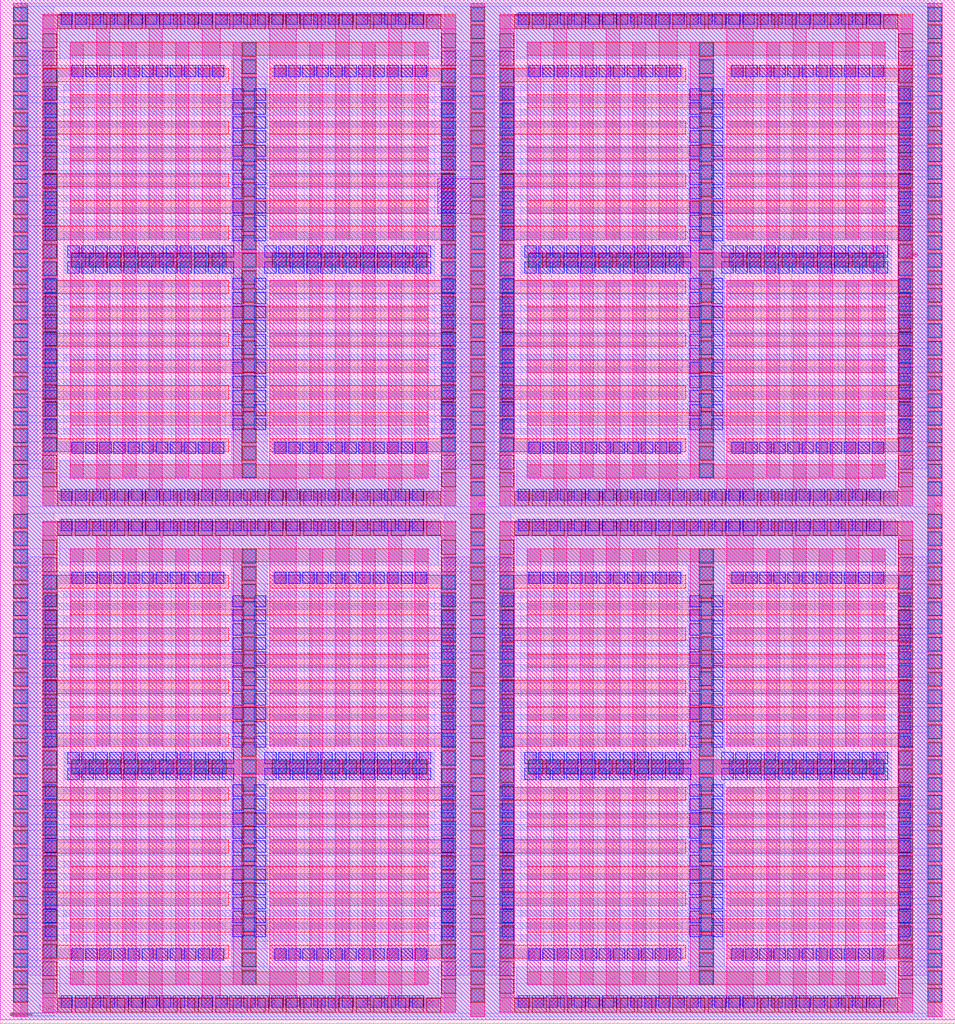
<source format=lef>
# Copyright 2020 The SkyWater PDK Authors
#
# Licensed under the Apache License, Version 2.0 (the "License");
# you may not use this file except in compliance with the License.
# You may obtain a copy of the License at
#
#     https://www.apache.org/licenses/LICENSE-2.0
#
# Unless required by applicable law or agreed to in writing, software
# distributed under the License is distributed on an "AS IS" BASIS,
# WITHOUT WARRANTIES OR CONDITIONS OF ANY KIND, either express or implied.
# See the License for the specific language governing permissions and
# limitations under the License.
#
# SPDX-License-Identifier: Apache-2.0

VERSION 5.7 ;
  NOWIREEXTENSIONATPIN ON ;
  DIVIDERCHAR "/" ;
  BUSBITCHARS "[]" ;
MACRO sky130_fd_pr__cap_vpp_11p3x11p8_l1m1m2m3m4_shieldm5_nhvtop
  CLASS BLOCK ;
  FOREIGN sky130_fd_pr__cap_vpp_11p3x11p8_l1m1m2m3m4_shieldm5_nhvtop ;
  ORIGIN  0.000000  0.025000 ;
  SIZE  21.75000 BY  23.32000 ;
  PIN C0
    ANTENNAGATEAREA  320.0000 ;
    PORT
      LAYER met4 ;
        RECT  0.300000  0.140000  0.630000 23.220000 ;
        RECT  1.595000  0.865000  1.895000  5.665000 ;
        RECT  1.595000  5.665000  9.745000  5.995000 ;
        RECT  1.595000  5.995000  1.895000 10.795000 ;
        RECT  1.595000 12.405000  1.895000 17.205000 ;
        RECT  1.595000 17.205000  9.745000 17.535000 ;
        RECT  1.595000 17.535000  1.895000 22.335000 ;
        RECT  2.795000  0.865000  3.095000  5.665000 ;
        RECT  2.795000  5.995000  3.095000 10.795000 ;
        RECT  2.795000 12.405000  3.095000 17.205000 ;
        RECT  2.795000 17.535000  3.095000 22.335000 ;
        RECT  3.995000  0.865000  4.295000  5.665000 ;
        RECT  3.995000  5.995000  4.295000 10.795000 ;
        RECT  3.995000 12.405000  4.295000 17.205000 ;
        RECT  3.995000 17.535000  4.295000 22.335000 ;
        RECT  5.310000  0.865000  5.835000  5.665000 ;
        RECT  5.310000  5.995000  5.835000 10.795000 ;
        RECT  5.310000 12.405000  5.835000 17.205000 ;
        RECT  5.310000 17.535000  5.835000 22.335000 ;
        RECT  7.045000  0.865000  7.345000  5.665000 ;
        RECT  7.045000  5.995000  7.345000 10.795000 ;
        RECT  7.045000 12.405000  7.345000 17.205000 ;
        RECT  7.045000 17.535000  7.345000 22.335000 ;
        RECT  8.245000  0.865000  8.545000  5.665000 ;
        RECT  8.245000  5.995000  8.545000 10.795000 ;
        RECT  8.245000 12.405000  8.545000 17.205000 ;
        RECT  8.245000 17.535000  8.545000 22.335000 ;
        RECT  9.445000  0.865000  9.745000  5.665000 ;
        RECT  9.445000  5.995000  9.745000 10.795000 ;
        RECT  9.445000 12.405000  9.745000 17.205000 ;
        RECT  9.445000 17.535000  9.745000 22.335000 ;
        RECT 10.710000  0.140000 11.040000 23.220000 ;
        RECT 12.005000  0.865000 12.305000  5.665000 ;
        RECT 12.005000  5.665000 20.155000  5.995000 ;
        RECT 12.005000  5.995000 12.305000 10.795000 ;
        RECT 12.005000 12.405000 12.305000 17.205000 ;
        RECT 12.005000 17.205000 20.155000 17.535000 ;
        RECT 12.005000 17.535000 12.305000 22.335000 ;
        RECT 13.205000  0.865000 13.505000  5.665000 ;
        RECT 13.205000  5.995000 13.505000 10.795000 ;
        RECT 13.205000 12.405000 13.505000 17.205000 ;
        RECT 13.205000 17.535000 13.505000 22.335000 ;
        RECT 14.405000  0.865000 14.705000  5.665000 ;
        RECT 14.405000  5.995000 14.705000 10.795000 ;
        RECT 14.405000 12.405000 14.705000 17.205000 ;
        RECT 14.405000 17.535000 14.705000 22.335000 ;
        RECT 15.720000  0.865000 16.245000  5.665000 ;
        RECT 15.720000  5.995000 16.245000 10.795000 ;
        RECT 15.720000 12.405000 16.245000 17.205000 ;
        RECT 15.720000 17.535000 16.245000 22.335000 ;
        RECT 17.455000  0.865000 17.755000  5.665000 ;
        RECT 17.455000  5.995000 17.755000 10.795000 ;
        RECT 17.455000 12.405000 17.755000 17.205000 ;
        RECT 17.455000 17.535000 17.755000 22.335000 ;
        RECT 18.655000  0.865000 18.955000  5.665000 ;
        RECT 18.655000  5.995000 18.955000 10.795000 ;
        RECT 18.655000 12.405000 18.955000 17.205000 ;
        RECT 18.655000 17.535000 18.955000 22.335000 ;
        RECT 19.855000  0.865000 20.155000  5.665000 ;
        RECT 19.855000  5.995000 20.155000 10.795000 ;
        RECT 19.855000 12.405000 20.155000 17.205000 ;
        RECT 19.855000 17.535000 20.155000 22.335000 ;
        RECT 21.120000  0.140000 21.450000 23.220000 ;
    END
  END C0
  PIN M5
    PORT
      LAYER met5 ;
        RECT 0.000000 0.065000 21.750000 23.295000 ;
    END
  END M5
  PIN SUB
    ANTENNADIFFAREA  107.799995 ;
    PORT
      LAYER met4 ;
        RECT  0.965000  0.235000 10.375000  0.565000 ;
        RECT  0.965000  0.565000  1.295000 11.095000 ;
        RECT  0.965000 11.095000 10.375000 11.395000 ;
        RECT  0.965000 11.395000 10.045000 11.425000 ;
        RECT  0.965000 11.775000 10.375000 12.105000 ;
        RECT  0.965000 12.105000  1.295000 22.635000 ;
        RECT  0.965000 22.635000 10.375000 22.935000 ;
        RECT  0.965000 22.935000 10.045000 22.965000 ;
        RECT  2.195000  0.565000  2.495000  5.365000 ;
        RECT  2.195000  6.295000  2.495000 11.095000 ;
        RECT  2.195000 12.105000  2.495000 16.905000 ;
        RECT  2.195000 17.835000  2.495000 22.635000 ;
        RECT  3.395000  0.565000  3.695000  5.365000 ;
        RECT  3.395000  6.295000  3.695000 11.095000 ;
        RECT  3.395000 12.105000  3.695000 16.905000 ;
        RECT  3.395000 17.835000  3.695000 22.635000 ;
        RECT  4.595000  0.565000  5.010000  5.365000 ;
        RECT  4.595000  6.295000  5.010000 11.095000 ;
        RECT  4.595000 12.105000  5.010000 16.905000 ;
        RECT  4.595000 17.835000  5.010000 22.635000 ;
        RECT  6.135000  0.565000  6.745000  5.365000 ;
        RECT  6.135000  6.295000  6.745000 11.095000 ;
        RECT  6.135000 12.105000  6.745000 16.905000 ;
        RECT  6.135000 17.835000  6.745000 22.635000 ;
        RECT  7.645000  0.565000  7.945000  5.365000 ;
        RECT  7.645000  6.295000  7.945000 11.095000 ;
        RECT  7.645000 12.105000  7.945000 16.905000 ;
        RECT  7.645000 17.835000  7.945000 22.635000 ;
        RECT  8.845000  0.565000  9.145000  5.365000 ;
        RECT  8.845000  6.295000  9.145000 11.095000 ;
        RECT  8.845000 12.105000  9.145000 16.905000 ;
        RECT  8.845000 17.835000  9.145000 22.635000 ;
        RECT 10.045000  0.565000 10.375000 11.095000 ;
        RECT 10.045000 12.105000 10.375000 22.635000 ;
        RECT 11.375000  0.235000 20.785000  0.565000 ;
        RECT 11.375000  0.565000 11.705000 11.095000 ;
        RECT 11.375000 11.095000 20.785000 11.395000 ;
        RECT 11.375000 11.395000 20.455000 11.425000 ;
        RECT 11.375000 11.775000 20.785000 12.105000 ;
        RECT 11.375000 12.105000 11.705000 22.635000 ;
        RECT 11.375000 22.635000 20.785000 22.935000 ;
        RECT 11.375000 22.935000 20.455000 22.965000 ;
        RECT 12.605000  0.565000 12.905000  5.365000 ;
        RECT 12.605000  6.295000 12.905000 11.095000 ;
        RECT 12.605000 12.105000 12.905000 16.905000 ;
        RECT 12.605000 17.835000 12.905000 22.635000 ;
        RECT 13.805000  0.565000 14.105000  5.365000 ;
        RECT 13.805000  6.295000 14.105000 11.095000 ;
        RECT 13.805000 12.105000 14.105000 16.905000 ;
        RECT 13.805000 17.835000 14.105000 22.635000 ;
        RECT 15.005000  0.565000 15.420000  5.365000 ;
        RECT 15.005000  6.295000 15.420000 11.095000 ;
        RECT 15.005000 12.105000 15.420000 16.905000 ;
        RECT 15.005000 17.835000 15.420000 22.635000 ;
        RECT 16.545000  0.565000 17.155000  5.365000 ;
        RECT 16.545000  6.295000 17.155000 11.095000 ;
        RECT 16.545000 12.105000 17.155000 16.905000 ;
        RECT 16.545000 17.835000 17.155000 22.635000 ;
        RECT 18.055000  0.565000 18.355000  5.365000 ;
        RECT 18.055000  6.295000 18.355000 11.095000 ;
        RECT 18.055000 12.105000 18.355000 16.905000 ;
        RECT 18.055000 17.835000 18.355000 22.635000 ;
        RECT 19.255000  0.565000 19.555000  5.365000 ;
        RECT 19.255000  6.295000 19.555000 11.095000 ;
        RECT 19.255000 12.105000 19.555000 16.905000 ;
        RECT 19.255000 17.835000 19.555000 22.635000 ;
        RECT 20.455000  0.565000 20.785000 11.095000 ;
        RECT 20.455000 12.105000 20.785000 22.635000 ;
    END
  END SUB
  OBS
    LAYER li1 ;
      RECT  0.465000  0.890000 21.285000  1.690000 ;
      RECT  0.465000  1.690000  1.175000 10.000000 ;
      RECT  0.465000 10.000000 21.285000 10.800000 ;
      RECT  0.465000 12.430000 21.285000 13.230000 ;
      RECT  0.465000 13.230000  1.175000 21.540000 ;
      RECT  0.465000 21.540000 21.285000 22.340000 ;
      RECT  1.355000  0.355000  9.980000  0.400000 ;
      RECT  1.355000  0.400000  9.985000  0.570000 ;
      RECT  1.355000  0.570000  9.980000  0.615000 ;
      RECT  1.355000 11.205000  9.980000 11.250000 ;
      RECT  1.355000 11.250000  9.985000 11.420000 ;
      RECT  1.355000 11.420000  9.980000 11.465000 ;
      RECT  1.355000 11.895000  9.980000 11.940000 ;
      RECT  1.355000 11.940000  9.985000 12.110000 ;
      RECT  1.355000 12.110000  9.980000 12.155000 ;
      RECT  1.355000 22.745000  9.980000 22.790000 ;
      RECT  1.355000 22.790000  9.985000 22.960000 ;
      RECT  1.355000 22.960000  9.980000 23.005000 ;
      RECT  1.450000  1.860000  1.620000  5.530000 ;
      RECT  1.450000  5.530000  5.260000  6.160000 ;
      RECT  1.450000  6.160000  1.620000  9.830000 ;
      RECT  1.450000 13.400000  1.620000 17.070000 ;
      RECT  1.450000 17.070000  5.260000 17.700000 ;
      RECT  1.450000 17.700000  1.620000 21.370000 ;
      RECT  1.800000  1.690000  1.970000  5.360000 ;
      RECT  1.800000  6.330000  1.970000 10.000000 ;
      RECT  1.800000 13.230000  1.970000 16.900000 ;
      RECT  1.800000 17.870000  1.970000 21.540000 ;
      RECT  2.150000  1.860000  2.320000  5.530000 ;
      RECT  2.150000  6.160000  2.320000  9.830000 ;
      RECT  2.150000 13.400000  2.320000 17.070000 ;
      RECT  2.150000 17.700000  2.320000 21.370000 ;
      RECT  2.500000  1.690000  2.670000  5.360000 ;
      RECT  2.500000  6.330000  2.670000 10.000000 ;
      RECT  2.500000 13.230000  2.670000 16.900000 ;
      RECT  2.500000 17.870000  2.670000 21.540000 ;
      RECT  2.850000  1.860000  3.020000  5.530000 ;
      RECT  2.850000  6.160000  3.020000  9.830000 ;
      RECT  2.850000 13.400000  3.020000 17.070000 ;
      RECT  2.850000 17.700000  3.020000 21.370000 ;
      RECT  3.200000  1.690000  3.370000  5.360000 ;
      RECT  3.200000  6.330000  3.370000 10.000000 ;
      RECT  3.200000 13.230000  3.370000 16.900000 ;
      RECT  3.200000 17.870000  3.370000 21.540000 ;
      RECT  3.550000  1.860000  3.720000  5.530000 ;
      RECT  3.550000  6.160000  3.720000  9.830000 ;
      RECT  3.550000 13.400000  3.720000 17.070000 ;
      RECT  3.550000 17.700000  3.720000 21.370000 ;
      RECT  3.900000  1.690000  4.070000  5.360000 ;
      RECT  3.900000  6.330000  4.070000 10.000000 ;
      RECT  3.900000 13.230000  4.070000 16.900000 ;
      RECT  3.900000 17.870000  4.070000 21.540000 ;
      RECT  4.250000  1.860000  4.420000  5.530000 ;
      RECT  4.250000  6.160000  4.420000  9.830000 ;
      RECT  4.250000 13.400000  4.420000 17.070000 ;
      RECT  4.250000 17.700000  4.420000 21.370000 ;
      RECT  4.600000  1.690000  4.770000  5.360000 ;
      RECT  4.600000  6.330000  4.770000 10.000000 ;
      RECT  4.600000 13.230000  4.770000 16.900000 ;
      RECT  4.600000 17.870000  4.770000 21.540000 ;
      RECT  4.950000  1.860000  5.120000  5.530000 ;
      RECT  4.950000  6.160000  5.120000  9.830000 ;
      RECT  4.950000 13.400000  5.120000 17.070000 ;
      RECT  4.950000 17.700000  5.120000 21.370000 ;
      RECT  5.300000  1.690000  6.040000  5.350000 ;
      RECT  5.300000  6.340000  5.900000  6.345000 ;
      RECT  5.300000  6.345000  6.040000 10.000000 ;
      RECT  5.300000 13.230000  6.040000 16.890000 ;
      RECT  5.300000 17.880000  5.900000 17.885000 ;
      RECT  5.300000 17.885000  6.040000 21.540000 ;
      RECT  5.440000  5.350000  5.900000  6.340000 ;
      RECT  5.440000 16.890000  5.900000 17.880000 ;
      RECT  6.080000  5.530000  9.890000  6.160000 ;
      RECT  6.080000 17.070000  9.890000 17.700000 ;
      RECT  6.220000  1.860000  6.390000  5.530000 ;
      RECT  6.220000  6.160000  6.390000  9.830000 ;
      RECT  6.220000 13.400000  6.390000 17.070000 ;
      RECT  6.220000 17.700000  6.390000 21.370000 ;
      RECT  6.570000  1.690000  6.740000  5.360000 ;
      RECT  6.570000  6.330000  6.740000 10.000000 ;
      RECT  6.570000 13.230000  6.740000 16.900000 ;
      RECT  6.570000 17.870000  6.740000 21.540000 ;
      RECT  6.920000  1.860000  7.090000  5.530000 ;
      RECT  6.920000  6.160000  7.090000  9.830000 ;
      RECT  6.920000 13.400000  7.090000 17.070000 ;
      RECT  6.920000 17.700000  7.090000 21.370000 ;
      RECT  7.270000  1.690000  7.440000  5.360000 ;
      RECT  7.270000  6.330000  7.440000 10.000000 ;
      RECT  7.270000 13.230000  7.440000 16.900000 ;
      RECT  7.270000 17.870000  7.440000 21.540000 ;
      RECT  7.620000  1.860000  7.790000  5.530000 ;
      RECT  7.620000  6.160000  7.790000  9.830000 ;
      RECT  7.620000 13.400000  7.790000 17.070000 ;
      RECT  7.620000 17.700000  7.790000 21.370000 ;
      RECT  7.970000  1.690000  8.140000  5.360000 ;
      RECT  7.970000  6.330000  8.140000 10.000000 ;
      RECT  7.970000 13.230000  8.140000 16.900000 ;
      RECT  7.970000 17.870000  8.140000 21.540000 ;
      RECT  8.320000  1.860000  8.490000  5.530000 ;
      RECT  8.320000  6.160000  8.490000  9.830000 ;
      RECT  8.320000 13.400000  8.490000 17.070000 ;
      RECT  8.320000 17.700000  8.490000 21.370000 ;
      RECT  8.670000  1.690000  8.840000  5.360000 ;
      RECT  8.670000  6.330000  8.840000 10.000000 ;
      RECT  8.670000 13.230000  8.840000 16.900000 ;
      RECT  8.670000 17.870000  8.840000 21.540000 ;
      RECT  9.020000  1.860000  9.190000  5.530000 ;
      RECT  9.020000  6.160000  9.190000  9.830000 ;
      RECT  9.020000 13.400000  9.190000 17.070000 ;
      RECT  9.020000 17.700000  9.190000 21.370000 ;
      RECT  9.370000  1.690000  9.540000  5.360000 ;
      RECT  9.370000  6.330000  9.540000 10.000000 ;
      RECT  9.370000 13.230000  9.540000 16.900000 ;
      RECT  9.370000 17.870000  9.540000 21.540000 ;
      RECT  9.720000  1.860000  9.890000  5.530000 ;
      RECT  9.720000  6.160000  9.890000  9.830000 ;
      RECT  9.720000 13.400000  9.890000 17.070000 ;
      RECT  9.720000 17.700000  9.890000 21.370000 ;
      RECT 10.165000  1.690000 11.585000 10.000000 ;
      RECT 10.165000 13.230000 11.585000 21.540000 ;
      RECT 11.765000  0.355000 20.390000  0.400000 ;
      RECT 11.765000  0.400000 20.395000  0.570000 ;
      RECT 11.765000  0.570000 20.390000  0.615000 ;
      RECT 11.765000 11.205000 20.390000 11.250000 ;
      RECT 11.765000 11.250000 20.395000 11.420000 ;
      RECT 11.765000 11.420000 20.390000 11.465000 ;
      RECT 11.765000 11.895000 20.390000 11.940000 ;
      RECT 11.765000 11.940000 20.395000 12.110000 ;
      RECT 11.765000 12.110000 20.390000 12.155000 ;
      RECT 11.765000 22.745000 20.390000 22.790000 ;
      RECT 11.765000 22.790000 20.395000 22.960000 ;
      RECT 11.765000 22.960000 20.390000 23.005000 ;
      RECT 11.860000  1.860000 12.030000  5.530000 ;
      RECT 11.860000  5.530000 15.670000  6.160000 ;
      RECT 11.860000  6.160000 12.030000  9.830000 ;
      RECT 11.860000 13.400000 12.030000 17.070000 ;
      RECT 11.860000 17.070000 15.670000 17.700000 ;
      RECT 11.860000 17.700000 12.030000 21.370000 ;
      RECT 12.210000  1.690000 12.380000  5.360000 ;
      RECT 12.210000  6.330000 12.380000 10.000000 ;
      RECT 12.210000 13.230000 12.380000 16.900000 ;
      RECT 12.210000 17.870000 12.380000 21.540000 ;
      RECT 12.560000  1.860000 12.730000  5.530000 ;
      RECT 12.560000  6.160000 12.730000  9.830000 ;
      RECT 12.560000 13.400000 12.730000 17.070000 ;
      RECT 12.560000 17.700000 12.730000 21.370000 ;
      RECT 12.910000  1.690000 13.080000  5.360000 ;
      RECT 12.910000  6.330000 13.080000 10.000000 ;
      RECT 12.910000 13.230000 13.080000 16.900000 ;
      RECT 12.910000 17.870000 13.080000 21.540000 ;
      RECT 13.260000  1.860000 13.430000  5.530000 ;
      RECT 13.260000  6.160000 13.430000  9.830000 ;
      RECT 13.260000 13.400000 13.430000 17.070000 ;
      RECT 13.260000 17.700000 13.430000 21.370000 ;
      RECT 13.610000  1.690000 13.780000  5.360000 ;
      RECT 13.610000  6.330000 13.780000 10.000000 ;
      RECT 13.610000 13.230000 13.780000 16.900000 ;
      RECT 13.610000 17.870000 13.780000 21.540000 ;
      RECT 13.960000  1.860000 14.130000  5.530000 ;
      RECT 13.960000  6.160000 14.130000  9.830000 ;
      RECT 13.960000 13.400000 14.130000 17.070000 ;
      RECT 13.960000 17.700000 14.130000 21.370000 ;
      RECT 14.310000  1.690000 14.480000  5.360000 ;
      RECT 14.310000  6.330000 14.480000 10.000000 ;
      RECT 14.310000 13.230000 14.480000 16.900000 ;
      RECT 14.310000 17.870000 14.480000 21.540000 ;
      RECT 14.660000  1.860000 14.830000  5.530000 ;
      RECT 14.660000  6.160000 14.830000  9.830000 ;
      RECT 14.660000 13.400000 14.830000 17.070000 ;
      RECT 14.660000 17.700000 14.830000 21.370000 ;
      RECT 15.010000  1.690000 15.180000  5.360000 ;
      RECT 15.010000  6.330000 15.180000 10.000000 ;
      RECT 15.010000 13.230000 15.180000 16.900000 ;
      RECT 15.010000 17.870000 15.180000 21.540000 ;
      RECT 15.360000  1.860000 15.530000  5.530000 ;
      RECT 15.360000  6.160000 15.530000  9.830000 ;
      RECT 15.360000 13.400000 15.530000 17.070000 ;
      RECT 15.360000 17.700000 15.530000 21.370000 ;
      RECT 15.710000  1.690000 16.450000  5.350000 ;
      RECT 15.710000  6.340000 16.310000  6.345000 ;
      RECT 15.710000  6.345000 16.450000 10.000000 ;
      RECT 15.710000 13.230000 16.450000 16.890000 ;
      RECT 15.710000 17.880000 16.310000 17.885000 ;
      RECT 15.710000 17.885000 16.450000 21.540000 ;
      RECT 15.850000  5.350000 16.310000  6.340000 ;
      RECT 15.850000 16.890000 16.310000 17.880000 ;
      RECT 16.490000  5.530000 20.300000  6.160000 ;
      RECT 16.490000 17.070000 20.300000 17.700000 ;
      RECT 16.630000  1.860000 16.800000  5.530000 ;
      RECT 16.630000  6.160000 16.800000  9.830000 ;
      RECT 16.630000 13.400000 16.800000 17.070000 ;
      RECT 16.630000 17.700000 16.800000 21.370000 ;
      RECT 16.980000  1.690000 17.150000  5.360000 ;
      RECT 16.980000  6.330000 17.150000 10.000000 ;
      RECT 16.980000 13.230000 17.150000 16.900000 ;
      RECT 16.980000 17.870000 17.150000 21.540000 ;
      RECT 17.330000  1.860000 17.500000  5.530000 ;
      RECT 17.330000  6.160000 17.500000  9.830000 ;
      RECT 17.330000 13.400000 17.500000 17.070000 ;
      RECT 17.330000 17.700000 17.500000 21.370000 ;
      RECT 17.680000  1.690000 17.850000  5.360000 ;
      RECT 17.680000  6.330000 17.850000 10.000000 ;
      RECT 17.680000 13.230000 17.850000 16.900000 ;
      RECT 17.680000 17.870000 17.850000 21.540000 ;
      RECT 18.030000  1.860000 18.200000  5.530000 ;
      RECT 18.030000  6.160000 18.200000  9.830000 ;
      RECT 18.030000 13.400000 18.200000 17.070000 ;
      RECT 18.030000 17.700000 18.200000 21.370000 ;
      RECT 18.380000  1.690000 18.550000  5.360000 ;
      RECT 18.380000  6.330000 18.550000 10.000000 ;
      RECT 18.380000 13.230000 18.550000 16.900000 ;
      RECT 18.380000 17.870000 18.550000 21.540000 ;
      RECT 18.730000  1.860000 18.900000  5.530000 ;
      RECT 18.730000  6.160000 18.900000  9.830000 ;
      RECT 18.730000 13.400000 18.900000 17.070000 ;
      RECT 18.730000 17.700000 18.900000 21.370000 ;
      RECT 19.080000  1.690000 19.250000  5.360000 ;
      RECT 19.080000  6.330000 19.250000 10.000000 ;
      RECT 19.080000 13.230000 19.250000 16.900000 ;
      RECT 19.080000 17.870000 19.250000 21.540000 ;
      RECT 19.430000  1.860000 19.600000  5.530000 ;
      RECT 19.430000  6.160000 19.600000  9.830000 ;
      RECT 19.430000 13.400000 19.600000 17.070000 ;
      RECT 19.430000 17.700000 19.600000 21.370000 ;
      RECT 19.780000  1.690000 19.950000  5.360000 ;
      RECT 19.780000  6.330000 19.950000 10.000000 ;
      RECT 19.780000 13.230000 19.950000 16.900000 ;
      RECT 19.780000 17.870000 19.950000 21.540000 ;
      RECT 20.130000  1.860000 20.300000  5.530000 ;
      RECT 20.130000  6.160000 20.300000  9.830000 ;
      RECT 20.130000 13.400000 20.300000 17.070000 ;
      RECT 20.130000 17.700000 20.300000 21.370000 ;
      RECT 20.575000  1.690000 21.285000 10.000000 ;
      RECT 20.575000 13.230000 21.285000 21.540000 ;
    LAYER mcon ;
      RECT  0.645000  1.080000  1.175000 10.610000 ;
      RECT  0.645000 12.620000  1.175000 22.150000 ;
      RECT  1.415000  0.400000  1.585000  0.570000 ;
      RECT  1.415000 11.250000  1.585000 11.420000 ;
      RECT  1.415000 11.940000  1.585000 12.110000 ;
      RECT  1.415000 22.790000  1.585000 22.960000 ;
      RECT  1.595000  1.470000  1.765000  1.640000 ;
      RECT  1.595000 10.050000  1.765000 10.220000 ;
      RECT  1.595000 13.010000  1.765000 13.180000 ;
      RECT  1.595000 21.590000  1.765000 21.760000 ;
      RECT  1.720000  5.580000  5.130000  6.110000 ;
      RECT  1.720000 17.120000  5.130000 17.650000 ;
      RECT  1.775000  0.400000  1.945000  0.570000 ;
      RECT  1.775000 11.250000  1.945000 11.420000 ;
      RECT  1.775000 11.940000  1.945000 12.110000 ;
      RECT  1.775000 22.790000  1.945000 22.960000 ;
      RECT  1.955000  1.470000  2.125000  1.640000 ;
      RECT  1.955000 10.050000  2.125000 10.220000 ;
      RECT  1.955000 13.010000  2.125000 13.180000 ;
      RECT  1.955000 21.590000  2.125000 21.760000 ;
      RECT  2.135000  0.400000  2.305000  0.570000 ;
      RECT  2.135000 11.250000  2.305000 11.420000 ;
      RECT  2.135000 11.940000  2.305000 12.110000 ;
      RECT  2.135000 22.790000  2.305000 22.960000 ;
      RECT  2.315000  1.470000  2.485000  1.640000 ;
      RECT  2.315000 10.050000  2.485000 10.220000 ;
      RECT  2.315000 13.010000  2.485000 13.180000 ;
      RECT  2.315000 21.590000  2.485000 21.760000 ;
      RECT  2.495000  0.400000  2.665000  0.570000 ;
      RECT  2.495000 11.250000  2.665000 11.420000 ;
      RECT  2.495000 11.940000  2.665000 12.110000 ;
      RECT  2.495000 22.790000  2.665000 22.960000 ;
      RECT  2.675000  1.470000  2.845000  1.640000 ;
      RECT  2.675000 10.050000  2.845000 10.220000 ;
      RECT  2.675000 13.010000  2.845000 13.180000 ;
      RECT  2.675000 21.590000  2.845000 21.760000 ;
      RECT  2.855000  0.400000  3.025000  0.570000 ;
      RECT  2.855000 11.250000  3.025000 11.420000 ;
      RECT  2.855000 11.940000  3.025000 12.110000 ;
      RECT  2.855000 22.790000  3.025000 22.960000 ;
      RECT  3.035000  1.470000  3.205000  1.640000 ;
      RECT  3.035000 10.050000  3.205000 10.220000 ;
      RECT  3.035000 13.010000  3.205000 13.180000 ;
      RECT  3.035000 21.590000  3.205000 21.760000 ;
      RECT  3.215000  0.400000  3.385000  0.570000 ;
      RECT  3.215000 11.250000  3.385000 11.420000 ;
      RECT  3.215000 11.940000  3.385000 12.110000 ;
      RECT  3.215000 22.790000  3.385000 22.960000 ;
      RECT  3.395000  1.470000  3.565000  1.640000 ;
      RECT  3.395000 10.050000  3.565000 10.220000 ;
      RECT  3.395000 13.010000  3.565000 13.180000 ;
      RECT  3.395000 21.590000  3.565000 21.760000 ;
      RECT  3.575000  0.400000  3.745000  0.570000 ;
      RECT  3.575000 11.250000  3.745000 11.420000 ;
      RECT  3.575000 11.940000  3.745000 12.110000 ;
      RECT  3.575000 22.790000  3.745000 22.960000 ;
      RECT  3.755000  1.470000  3.925000  1.640000 ;
      RECT  3.755000 10.050000  3.925000 10.220000 ;
      RECT  3.755000 13.010000  3.925000 13.180000 ;
      RECT  3.755000 21.590000  3.925000 21.760000 ;
      RECT  3.935000  0.400000  4.105000  0.570000 ;
      RECT  3.935000 11.250000  4.105000 11.420000 ;
      RECT  3.935000 11.940000  4.105000 12.110000 ;
      RECT  3.935000 22.790000  4.105000 22.960000 ;
      RECT  4.115000  1.470000  4.285000  1.640000 ;
      RECT  4.115000 10.050000  4.285000 10.220000 ;
      RECT  4.115000 13.010000  4.285000 13.180000 ;
      RECT  4.115000 21.590000  4.285000 21.760000 ;
      RECT  4.295000  0.400000  4.465000  0.570000 ;
      RECT  4.295000 11.250000  4.465000 11.420000 ;
      RECT  4.295000 11.940000  4.465000 12.110000 ;
      RECT  4.295000 22.790000  4.465000 22.960000 ;
      RECT  4.475000  1.470000  4.645000  1.640000 ;
      RECT  4.475000 10.050000  4.645000 10.220000 ;
      RECT  4.475000 13.010000  4.645000 13.180000 ;
      RECT  4.475000 21.590000  4.645000 21.760000 ;
      RECT  4.655000  0.400000  4.825000  0.570000 ;
      RECT  4.655000 11.250000  4.825000 11.420000 ;
      RECT  4.655000 11.940000  4.825000 12.110000 ;
      RECT  4.655000 22.790000  4.825000 22.960000 ;
      RECT  4.835000  1.470000  5.005000  1.640000 ;
      RECT  4.835000 10.050000  5.005000 10.220000 ;
      RECT  4.835000 13.010000  5.005000 13.180000 ;
      RECT  4.835000 21.590000  5.005000 21.760000 ;
      RECT  5.015000  0.400000  5.185000  0.570000 ;
      RECT  5.015000 11.250000  5.185000 11.420000 ;
      RECT  5.015000 11.940000  5.185000 12.110000 ;
      RECT  5.015000 22.790000  5.185000 22.960000 ;
      RECT  5.375000  0.400000  5.545000  0.570000 ;
      RECT  5.375000 11.250000  5.545000 11.420000 ;
      RECT  5.375000 11.940000  5.545000 12.110000 ;
      RECT  5.375000 22.790000  5.545000 22.960000 ;
      RECT  5.735000  0.400000  5.905000  0.570000 ;
      RECT  5.735000 11.250000  5.905000 11.420000 ;
      RECT  5.735000 11.940000  5.905000 12.110000 ;
      RECT  5.735000 22.790000  5.905000 22.960000 ;
      RECT  6.095000  0.400000  6.265000  0.570000 ;
      RECT  6.095000 11.250000  6.265000 11.420000 ;
      RECT  6.095000 11.940000  6.265000 12.110000 ;
      RECT  6.095000 22.790000  6.265000 22.960000 ;
      RECT  6.210000  5.580000  9.620000  6.110000 ;
      RECT  6.210000 17.120000  9.620000 17.650000 ;
      RECT  6.335000  1.470000  6.505000  1.640000 ;
      RECT  6.335000 10.050000  6.505000 10.220000 ;
      RECT  6.335000 13.010000  6.505000 13.180000 ;
      RECT  6.335000 21.590000  6.505000 21.760000 ;
      RECT  6.455000  0.400000  6.625000  0.570000 ;
      RECT  6.455000 11.250000  6.625000 11.420000 ;
      RECT  6.455000 11.940000  6.625000 12.110000 ;
      RECT  6.455000 22.790000  6.625000 22.960000 ;
      RECT  6.695000  1.470000  6.865000  1.640000 ;
      RECT  6.695000 10.050000  6.865000 10.220000 ;
      RECT  6.695000 13.010000  6.865000 13.180000 ;
      RECT  6.695000 21.590000  6.865000 21.760000 ;
      RECT  6.815000  0.400000  6.985000  0.570000 ;
      RECT  6.815000 11.250000  6.985000 11.420000 ;
      RECT  6.815000 11.940000  6.985000 12.110000 ;
      RECT  6.815000 22.790000  6.985000 22.960000 ;
      RECT  7.055000  1.470000  7.225000  1.640000 ;
      RECT  7.055000 10.050000  7.225000 10.220000 ;
      RECT  7.055000 13.010000  7.225000 13.180000 ;
      RECT  7.055000 21.590000  7.225000 21.760000 ;
      RECT  7.175000  0.400000  7.345000  0.570000 ;
      RECT  7.175000 11.250000  7.345000 11.420000 ;
      RECT  7.175000 11.940000  7.345000 12.110000 ;
      RECT  7.175000 22.790000  7.345000 22.960000 ;
      RECT  7.415000  1.470000  7.585000  1.640000 ;
      RECT  7.415000 10.050000  7.585000 10.220000 ;
      RECT  7.415000 13.010000  7.585000 13.180000 ;
      RECT  7.415000 21.590000  7.585000 21.760000 ;
      RECT  7.535000  0.400000  7.705000  0.570000 ;
      RECT  7.535000 11.250000  7.705000 11.420000 ;
      RECT  7.535000 11.940000  7.705000 12.110000 ;
      RECT  7.535000 22.790000  7.705000 22.960000 ;
      RECT  7.775000  1.470000  7.945000  1.640000 ;
      RECT  7.775000 10.050000  7.945000 10.220000 ;
      RECT  7.775000 13.010000  7.945000 13.180000 ;
      RECT  7.775000 21.590000  7.945000 21.760000 ;
      RECT  7.895000  0.400000  8.065000  0.570000 ;
      RECT  7.895000 11.250000  8.065000 11.420000 ;
      RECT  7.895000 11.940000  8.065000 12.110000 ;
      RECT  7.895000 22.790000  8.065000 22.960000 ;
      RECT  8.135000  1.470000  8.305000  1.640000 ;
      RECT  8.135000 10.050000  8.305000 10.220000 ;
      RECT  8.135000 13.010000  8.305000 13.180000 ;
      RECT  8.135000 21.590000  8.305000 21.760000 ;
      RECT  8.255000  0.400000  8.425000  0.570000 ;
      RECT  8.255000 11.250000  8.425000 11.420000 ;
      RECT  8.255000 11.940000  8.425000 12.110000 ;
      RECT  8.255000 22.790000  8.425000 22.960000 ;
      RECT  8.495000  1.470000  8.665000  1.640000 ;
      RECT  8.495000 10.050000  8.665000 10.220000 ;
      RECT  8.495000 13.010000  8.665000 13.180000 ;
      RECT  8.495000 21.590000  8.665000 21.760000 ;
      RECT  8.615000  0.400000  8.785000  0.570000 ;
      RECT  8.615000 11.250000  8.785000 11.420000 ;
      RECT  8.615000 11.940000  8.785000 12.110000 ;
      RECT  8.615000 22.790000  8.785000 22.960000 ;
      RECT  8.855000  1.470000  9.025000  1.640000 ;
      RECT  8.855000 10.050000  9.025000 10.220000 ;
      RECT  8.855000 13.010000  9.025000 13.180000 ;
      RECT  8.855000 21.590000  9.025000 21.760000 ;
      RECT  8.975000  0.400000  9.145000  0.570000 ;
      RECT  8.975000 11.250000  9.145000 11.420000 ;
      RECT  8.975000 11.940000  9.145000 12.110000 ;
      RECT  8.975000 22.790000  9.145000 22.960000 ;
      RECT  9.215000  1.470000  9.385000  1.640000 ;
      RECT  9.215000 10.050000  9.385000 10.220000 ;
      RECT  9.215000 13.010000  9.385000 13.180000 ;
      RECT  9.215000 21.590000  9.385000 21.760000 ;
      RECT  9.335000  0.400000  9.505000  0.570000 ;
      RECT  9.335000 11.250000  9.505000 11.420000 ;
      RECT  9.335000 11.940000  9.505000 12.110000 ;
      RECT  9.335000 22.790000  9.505000 22.960000 ;
      RECT  9.575000  1.470000  9.745000  1.640000 ;
      RECT  9.575000 10.050000  9.745000 10.220000 ;
      RECT  9.575000 13.010000  9.745000 13.180000 ;
      RECT  9.575000 21.590000  9.745000 21.760000 ;
      RECT  9.695000  0.400000  9.865000  0.570000 ;
      RECT  9.695000 11.250000  9.865000 11.420000 ;
      RECT  9.695000 11.940000  9.865000 12.110000 ;
      RECT  9.695000 22.790000  9.865000 22.960000 ;
      RECT 10.165000  1.080000 10.695000 10.610000 ;
      RECT 10.165000 12.620000 10.695000 22.150000 ;
      RECT 11.055000  1.080000 11.585000 10.610000 ;
      RECT 11.055000 12.620000 11.585000 22.150000 ;
      RECT 11.825000  0.400000 11.995000  0.570000 ;
      RECT 11.825000 11.250000 11.995000 11.420000 ;
      RECT 11.825000 11.940000 11.995000 12.110000 ;
      RECT 11.825000 22.790000 11.995000 22.960000 ;
      RECT 12.005000  1.470000 12.175000  1.640000 ;
      RECT 12.005000 10.050000 12.175000 10.220000 ;
      RECT 12.005000 13.010000 12.175000 13.180000 ;
      RECT 12.005000 21.590000 12.175000 21.760000 ;
      RECT 12.130000  5.580000 15.540000  6.110000 ;
      RECT 12.130000 17.120000 15.540000 17.650000 ;
      RECT 12.185000  0.400000 12.355000  0.570000 ;
      RECT 12.185000 11.250000 12.355000 11.420000 ;
      RECT 12.185000 11.940000 12.355000 12.110000 ;
      RECT 12.185000 22.790000 12.355000 22.960000 ;
      RECT 12.365000  1.470000 12.535000  1.640000 ;
      RECT 12.365000 10.050000 12.535000 10.220000 ;
      RECT 12.365000 13.010000 12.535000 13.180000 ;
      RECT 12.365000 21.590000 12.535000 21.760000 ;
      RECT 12.545000  0.400000 12.715000  0.570000 ;
      RECT 12.545000 11.250000 12.715000 11.420000 ;
      RECT 12.545000 11.940000 12.715000 12.110000 ;
      RECT 12.545000 22.790000 12.715000 22.960000 ;
      RECT 12.725000  1.470000 12.895000  1.640000 ;
      RECT 12.725000 10.050000 12.895000 10.220000 ;
      RECT 12.725000 13.010000 12.895000 13.180000 ;
      RECT 12.725000 21.590000 12.895000 21.760000 ;
      RECT 12.905000  0.400000 13.075000  0.570000 ;
      RECT 12.905000 11.250000 13.075000 11.420000 ;
      RECT 12.905000 11.940000 13.075000 12.110000 ;
      RECT 12.905000 22.790000 13.075000 22.960000 ;
      RECT 13.085000  1.470000 13.255000  1.640000 ;
      RECT 13.085000 10.050000 13.255000 10.220000 ;
      RECT 13.085000 13.010000 13.255000 13.180000 ;
      RECT 13.085000 21.590000 13.255000 21.760000 ;
      RECT 13.265000  0.400000 13.435000  0.570000 ;
      RECT 13.265000 11.250000 13.435000 11.420000 ;
      RECT 13.265000 11.940000 13.435000 12.110000 ;
      RECT 13.265000 22.790000 13.435000 22.960000 ;
      RECT 13.445000  1.470000 13.615000  1.640000 ;
      RECT 13.445000 10.050000 13.615000 10.220000 ;
      RECT 13.445000 13.010000 13.615000 13.180000 ;
      RECT 13.445000 21.590000 13.615000 21.760000 ;
      RECT 13.625000  0.400000 13.795000  0.570000 ;
      RECT 13.625000 11.250000 13.795000 11.420000 ;
      RECT 13.625000 11.940000 13.795000 12.110000 ;
      RECT 13.625000 22.790000 13.795000 22.960000 ;
      RECT 13.805000  1.470000 13.975000  1.640000 ;
      RECT 13.805000 10.050000 13.975000 10.220000 ;
      RECT 13.805000 13.010000 13.975000 13.180000 ;
      RECT 13.805000 21.590000 13.975000 21.760000 ;
      RECT 13.985000  0.400000 14.155000  0.570000 ;
      RECT 13.985000 11.250000 14.155000 11.420000 ;
      RECT 13.985000 11.940000 14.155000 12.110000 ;
      RECT 13.985000 22.790000 14.155000 22.960000 ;
      RECT 14.165000  1.470000 14.335000  1.640000 ;
      RECT 14.165000 10.050000 14.335000 10.220000 ;
      RECT 14.165000 13.010000 14.335000 13.180000 ;
      RECT 14.165000 21.590000 14.335000 21.760000 ;
      RECT 14.345000  0.400000 14.515000  0.570000 ;
      RECT 14.345000 11.250000 14.515000 11.420000 ;
      RECT 14.345000 11.940000 14.515000 12.110000 ;
      RECT 14.345000 22.790000 14.515000 22.960000 ;
      RECT 14.525000  1.470000 14.695000  1.640000 ;
      RECT 14.525000 10.050000 14.695000 10.220000 ;
      RECT 14.525000 13.010000 14.695000 13.180000 ;
      RECT 14.525000 21.590000 14.695000 21.760000 ;
      RECT 14.705000  0.400000 14.875000  0.570000 ;
      RECT 14.705000 11.250000 14.875000 11.420000 ;
      RECT 14.705000 11.940000 14.875000 12.110000 ;
      RECT 14.705000 22.790000 14.875000 22.960000 ;
      RECT 14.885000  1.470000 15.055000  1.640000 ;
      RECT 14.885000 10.050000 15.055000 10.220000 ;
      RECT 14.885000 13.010000 15.055000 13.180000 ;
      RECT 14.885000 21.590000 15.055000 21.760000 ;
      RECT 15.065000  0.400000 15.235000  0.570000 ;
      RECT 15.065000 11.250000 15.235000 11.420000 ;
      RECT 15.065000 11.940000 15.235000 12.110000 ;
      RECT 15.065000 22.790000 15.235000 22.960000 ;
      RECT 15.245000  1.470000 15.415000  1.640000 ;
      RECT 15.245000 10.050000 15.415000 10.220000 ;
      RECT 15.245000 13.010000 15.415000 13.180000 ;
      RECT 15.245000 21.590000 15.415000 21.760000 ;
      RECT 15.425000  0.400000 15.595000  0.570000 ;
      RECT 15.425000 11.250000 15.595000 11.420000 ;
      RECT 15.425000 11.940000 15.595000 12.110000 ;
      RECT 15.425000 22.790000 15.595000 22.960000 ;
      RECT 15.785000  0.400000 15.955000  0.570000 ;
      RECT 15.785000 11.250000 15.955000 11.420000 ;
      RECT 15.785000 11.940000 15.955000 12.110000 ;
      RECT 15.785000 22.790000 15.955000 22.960000 ;
      RECT 16.145000  0.400000 16.315000  0.570000 ;
      RECT 16.145000 11.250000 16.315000 11.420000 ;
      RECT 16.145000 11.940000 16.315000 12.110000 ;
      RECT 16.145000 22.790000 16.315000 22.960000 ;
      RECT 16.505000  0.400000 16.675000  0.570000 ;
      RECT 16.505000 11.250000 16.675000 11.420000 ;
      RECT 16.505000 11.940000 16.675000 12.110000 ;
      RECT 16.505000 22.790000 16.675000 22.960000 ;
      RECT 16.620000  5.580000 20.030000  6.110000 ;
      RECT 16.620000 17.120000 20.030000 17.650000 ;
      RECT 16.745000  1.470000 16.915000  1.640000 ;
      RECT 16.745000 10.050000 16.915000 10.220000 ;
      RECT 16.745000 13.010000 16.915000 13.180000 ;
      RECT 16.745000 21.590000 16.915000 21.760000 ;
      RECT 16.865000  0.400000 17.035000  0.570000 ;
      RECT 16.865000 11.250000 17.035000 11.420000 ;
      RECT 16.865000 11.940000 17.035000 12.110000 ;
      RECT 16.865000 22.790000 17.035000 22.960000 ;
      RECT 17.105000  1.470000 17.275000  1.640000 ;
      RECT 17.105000 10.050000 17.275000 10.220000 ;
      RECT 17.105000 13.010000 17.275000 13.180000 ;
      RECT 17.105000 21.590000 17.275000 21.760000 ;
      RECT 17.225000  0.400000 17.395000  0.570000 ;
      RECT 17.225000 11.250000 17.395000 11.420000 ;
      RECT 17.225000 11.940000 17.395000 12.110000 ;
      RECT 17.225000 22.790000 17.395000 22.960000 ;
      RECT 17.465000  1.470000 17.635000  1.640000 ;
      RECT 17.465000 10.050000 17.635000 10.220000 ;
      RECT 17.465000 13.010000 17.635000 13.180000 ;
      RECT 17.465000 21.590000 17.635000 21.760000 ;
      RECT 17.585000  0.400000 17.755000  0.570000 ;
      RECT 17.585000 11.250000 17.755000 11.420000 ;
      RECT 17.585000 11.940000 17.755000 12.110000 ;
      RECT 17.585000 22.790000 17.755000 22.960000 ;
      RECT 17.825000  1.470000 17.995000  1.640000 ;
      RECT 17.825000 10.050000 17.995000 10.220000 ;
      RECT 17.825000 13.010000 17.995000 13.180000 ;
      RECT 17.825000 21.590000 17.995000 21.760000 ;
      RECT 17.945000  0.400000 18.115000  0.570000 ;
      RECT 17.945000 11.250000 18.115000 11.420000 ;
      RECT 17.945000 11.940000 18.115000 12.110000 ;
      RECT 17.945000 22.790000 18.115000 22.960000 ;
      RECT 18.185000  1.470000 18.355000  1.640000 ;
      RECT 18.185000 10.050000 18.355000 10.220000 ;
      RECT 18.185000 13.010000 18.355000 13.180000 ;
      RECT 18.185000 21.590000 18.355000 21.760000 ;
      RECT 18.305000  0.400000 18.475000  0.570000 ;
      RECT 18.305000 11.250000 18.475000 11.420000 ;
      RECT 18.305000 11.940000 18.475000 12.110000 ;
      RECT 18.305000 22.790000 18.475000 22.960000 ;
      RECT 18.545000  1.470000 18.715000  1.640000 ;
      RECT 18.545000 10.050000 18.715000 10.220000 ;
      RECT 18.545000 13.010000 18.715000 13.180000 ;
      RECT 18.545000 21.590000 18.715000 21.760000 ;
      RECT 18.665000  0.400000 18.835000  0.570000 ;
      RECT 18.665000 11.250000 18.835000 11.420000 ;
      RECT 18.665000 11.940000 18.835000 12.110000 ;
      RECT 18.665000 22.790000 18.835000 22.960000 ;
      RECT 18.905000  1.470000 19.075000  1.640000 ;
      RECT 18.905000 10.050000 19.075000 10.220000 ;
      RECT 18.905000 13.010000 19.075000 13.180000 ;
      RECT 18.905000 21.590000 19.075000 21.760000 ;
      RECT 19.025000  0.400000 19.195000  0.570000 ;
      RECT 19.025000 11.250000 19.195000 11.420000 ;
      RECT 19.025000 11.940000 19.195000 12.110000 ;
      RECT 19.025000 22.790000 19.195000 22.960000 ;
      RECT 19.265000  1.470000 19.435000  1.640000 ;
      RECT 19.265000 10.050000 19.435000 10.220000 ;
      RECT 19.265000 13.010000 19.435000 13.180000 ;
      RECT 19.265000 21.590000 19.435000 21.760000 ;
      RECT 19.385000  0.400000 19.555000  0.570000 ;
      RECT 19.385000 11.250000 19.555000 11.420000 ;
      RECT 19.385000 11.940000 19.555000 12.110000 ;
      RECT 19.385000 22.790000 19.555000 22.960000 ;
      RECT 19.625000  1.470000 19.795000  1.640000 ;
      RECT 19.625000 10.050000 19.795000 10.220000 ;
      RECT 19.625000 13.010000 19.795000 13.180000 ;
      RECT 19.625000 21.590000 19.795000 21.760000 ;
      RECT 19.745000  0.400000 19.915000  0.570000 ;
      RECT 19.745000 11.250000 19.915000 11.420000 ;
      RECT 19.745000 11.940000 19.915000 12.110000 ;
      RECT 19.745000 22.790000 19.915000 22.960000 ;
      RECT 19.985000  1.470000 20.155000  1.640000 ;
      RECT 19.985000 10.050000 20.155000 10.220000 ;
      RECT 19.985000 13.010000 20.155000 13.180000 ;
      RECT 19.985000 21.590000 20.155000 21.760000 ;
      RECT 20.105000  0.400000 20.275000  0.570000 ;
      RECT 20.105000 11.250000 20.275000 11.420000 ;
      RECT 20.105000 11.940000 20.275000 12.110000 ;
      RECT 20.105000 22.790000 20.275000 22.960000 ;
      RECT 20.575000  1.080000 21.105000 10.610000 ;
      RECT 20.575000 12.620000 21.105000 22.150000 ;
    LAYER met1 ;
      RECT  0.465000  0.065000 21.285000  0.215000 ;
      RECT  0.465000  0.215000  1.215000  1.420000 ;
      RECT  0.465000  1.420000  5.120000  1.690000 ;
      RECT  0.465000  1.690000  1.310000  2.140000 ;
      RECT  0.465000  2.140000  5.120000  2.280000 ;
      RECT  0.465000  2.280000  1.310000  2.700000 ;
      RECT  0.465000  2.700000  5.120000  2.840000 ;
      RECT  0.465000  2.840000  1.310000  3.260000 ;
      RECT  0.465000  3.260000  5.120000  3.400000 ;
      RECT  0.465000  3.400000  1.310000  3.820000 ;
      RECT  0.465000  3.820000  5.120000  3.960000 ;
      RECT  0.465000  3.960000  1.310000  4.380000 ;
      RECT  0.465000  4.380000  5.120000  4.520000 ;
      RECT  0.465000  4.520000  1.310000  4.940000 ;
      RECT  0.465000  4.940000  5.120000  5.080000 ;
      RECT  0.465000  5.080000  1.310000  6.610000 ;
      RECT  0.465000  6.610000  5.120000  6.750000 ;
      RECT  0.465000  6.750000  1.310000  7.170000 ;
      RECT  0.465000  7.170000  5.120000  7.310000 ;
      RECT  0.465000  7.310000  1.310000  7.730000 ;
      RECT  0.465000  7.730000  5.120000  7.870000 ;
      RECT  0.465000  7.870000  1.310000  8.290000 ;
      RECT  0.465000  8.290000  5.120000  8.430000 ;
      RECT  0.465000  8.430000  1.310000  8.850000 ;
      RECT  0.465000  8.850000  5.120000  8.990000 ;
      RECT  0.465000  8.990000  1.310000  9.410000 ;
      RECT  0.465000  9.410000  5.120000  9.550000 ;
      RECT  0.465000  9.550000  1.310000 10.000000 ;
      RECT  0.465000 10.000000  5.120000 10.270000 ;
      RECT  0.465000 10.270000  1.215000 11.605000 ;
      RECT  0.465000 11.605000 21.285000 11.755000 ;
      RECT  0.465000 11.755000  1.215000 12.960000 ;
      RECT  0.465000 12.960000  5.120000 13.230000 ;
      RECT  0.465000 13.230000  1.310000 13.680000 ;
      RECT  0.465000 13.680000  5.120000 13.820000 ;
      RECT  0.465000 13.820000  1.310000 14.240000 ;
      RECT  0.465000 14.240000  5.120000 14.380000 ;
      RECT  0.465000 14.380000  1.310000 14.800000 ;
      RECT  0.465000 14.800000  5.120000 14.940000 ;
      RECT  0.465000 14.940000  1.310000 15.360000 ;
      RECT  0.465000 15.360000  5.120000 15.500000 ;
      RECT  0.465000 15.500000  1.310000 15.920000 ;
      RECT  0.465000 15.920000  5.120000 16.060000 ;
      RECT  0.465000 16.060000  1.310000 16.480000 ;
      RECT  0.465000 16.480000  5.120000 16.620000 ;
      RECT  0.465000 16.620000  1.310000 18.150000 ;
      RECT  0.465000 18.150000  5.120000 18.290000 ;
      RECT  0.465000 18.290000  1.310000 18.710000 ;
      RECT  0.465000 18.710000  5.120000 18.850000 ;
      RECT  0.465000 18.850000  1.310000 19.270000 ;
      RECT  0.465000 19.270000  5.120000 19.410000 ;
      RECT  0.465000 19.410000  1.310000 19.830000 ;
      RECT  0.465000 19.830000  5.120000 19.970000 ;
      RECT  0.465000 19.970000  1.310000 20.390000 ;
      RECT  0.465000 20.390000  5.120000 20.530000 ;
      RECT  0.465000 20.530000  1.310000 20.950000 ;
      RECT  0.465000 20.950000  5.120000 21.090000 ;
      RECT  0.465000 21.090000  1.310000 21.540000 ;
      RECT  0.465000 21.540000  5.120000 21.810000 ;
      RECT  0.465000 21.810000  1.215000 23.145000 ;
      RECT  0.465000 23.145000 21.285000 23.295000 ;
      RECT  1.355000  0.355000  9.980000  1.270000 ;
      RECT  1.355000 10.420000  9.980000 11.465000 ;
      RECT  1.355000 11.895000  9.980000 12.810000 ;
      RECT  1.355000 21.960000  9.980000 23.005000 ;
      RECT  1.450000  1.860000  9.890000  2.000000 ;
      RECT  1.450000  2.420000  9.890000  2.560000 ;
      RECT  1.450000  2.980000  9.890000  3.120000 ;
      RECT  1.450000  3.540000  9.890000  3.680000 ;
      RECT  1.450000  4.100000  9.890000  4.240000 ;
      RECT  1.450000  4.660000  9.890000  4.800000 ;
      RECT  1.450000  5.220000  9.890000  5.360000 ;
      RECT  1.450000  5.530000  9.890000  6.160000 ;
      RECT  1.450000  6.330000  9.890000  6.470000 ;
      RECT  1.450000  6.890000  9.890000  7.030000 ;
      RECT  1.450000  7.450000  9.890000  7.590000 ;
      RECT  1.450000  8.010000  9.890000  8.150000 ;
      RECT  1.450000  8.570000  9.890000  8.710000 ;
      RECT  1.450000  9.130000  9.890000  9.270000 ;
      RECT  1.450000  9.690000  9.890000  9.830000 ;
      RECT  1.450000 13.400000  9.890000 13.540000 ;
      RECT  1.450000 13.960000  9.890000 14.100000 ;
      RECT  1.450000 14.520000  9.890000 14.660000 ;
      RECT  1.450000 15.080000  9.890000 15.220000 ;
      RECT  1.450000 15.640000  9.890000 15.780000 ;
      RECT  1.450000 16.200000  9.890000 16.340000 ;
      RECT  1.450000 16.760000  9.890000 16.900000 ;
      RECT  1.450000 17.070000  9.890000 17.700000 ;
      RECT  1.450000 17.870000  9.890000 18.010000 ;
      RECT  1.450000 18.430000  9.890000 18.570000 ;
      RECT  1.450000 18.990000  9.890000 19.130000 ;
      RECT  1.450000 19.550000  9.890000 19.690000 ;
      RECT  1.450000 20.110000  9.890000 20.250000 ;
      RECT  1.450000 20.670000  9.890000 20.810000 ;
      RECT  1.450000 21.230000  9.890000 21.370000 ;
      RECT  5.260000  1.270000  6.080000  1.860000 ;
      RECT  5.260000  2.000000  6.080000  2.420000 ;
      RECT  5.260000  2.560000  6.080000  2.980000 ;
      RECT  5.260000  3.120000  6.080000  3.540000 ;
      RECT  5.260000  3.680000  6.080000  4.100000 ;
      RECT  5.260000  4.240000  6.080000  4.660000 ;
      RECT  5.260000  4.800000  6.080000  5.220000 ;
      RECT  5.260000  5.360000  6.080000  5.530000 ;
      RECT  5.260000  6.160000  6.080000  6.330000 ;
      RECT  5.260000  6.470000  6.080000  6.890000 ;
      RECT  5.260000  7.030000  6.080000  7.450000 ;
      RECT  5.260000  7.590000  6.080000  8.010000 ;
      RECT  5.260000  8.150000  6.080000  8.570000 ;
      RECT  5.260000  8.710000  6.080000  9.130000 ;
      RECT  5.260000  9.270000  6.080000  9.690000 ;
      RECT  5.260000  9.830000  6.080000 10.420000 ;
      RECT  5.260000 12.810000  6.080000 13.400000 ;
      RECT  5.260000 13.540000  6.080000 13.960000 ;
      RECT  5.260000 14.100000  6.080000 14.520000 ;
      RECT  5.260000 14.660000  6.080000 15.080000 ;
      RECT  5.260000 15.220000  6.080000 15.640000 ;
      RECT  5.260000 15.780000  6.080000 16.200000 ;
      RECT  5.260000 16.340000  6.080000 16.760000 ;
      RECT  5.260000 16.900000  6.080000 17.070000 ;
      RECT  5.260000 17.700000  6.080000 17.870000 ;
      RECT  5.260000 18.010000  6.080000 18.430000 ;
      RECT  5.260000 18.570000  6.080000 18.990000 ;
      RECT  5.260000 19.130000  6.080000 19.550000 ;
      RECT  5.260000 19.690000  6.080000 20.110000 ;
      RECT  5.260000 20.250000  6.080000 20.670000 ;
      RECT  5.260000 20.810000  6.080000 21.230000 ;
      RECT  5.260000 21.370000  6.080000 21.960000 ;
      RECT  6.220000  1.420000 15.530000  1.690000 ;
      RECT  6.220000  2.140000 15.530000  2.280000 ;
      RECT  6.220000  2.700000 15.530000  2.840000 ;
      RECT  6.220000  3.260000 15.530000  3.400000 ;
      RECT  6.220000  3.820000 15.530000  3.960000 ;
      RECT  6.220000  4.380000 15.530000  4.520000 ;
      RECT  6.220000  4.940000 15.530000  5.080000 ;
      RECT  6.220000  6.610000 15.530000  6.750000 ;
      RECT  6.220000  7.170000 15.530000  7.310000 ;
      RECT  6.220000  7.730000 15.530000  7.870000 ;
      RECT  6.220000  8.290000 15.530000  8.430000 ;
      RECT  6.220000  8.850000 15.530000  8.990000 ;
      RECT  6.220000  9.410000 15.530000  9.550000 ;
      RECT  6.220000 10.000000 15.530000 10.270000 ;
      RECT  6.220000 12.960000 15.530000 13.230000 ;
      RECT  6.220000 13.680000 15.530000 13.820000 ;
      RECT  6.220000 14.240000 15.530000 14.380000 ;
      RECT  6.220000 14.800000 15.530000 14.940000 ;
      RECT  6.220000 15.360000 15.530000 15.500000 ;
      RECT  6.220000 15.920000 15.530000 16.060000 ;
      RECT  6.220000 16.480000 15.530000 16.620000 ;
      RECT  6.220000 18.150000 15.530000 18.290000 ;
      RECT  6.220000 18.710000 15.530000 18.850000 ;
      RECT  6.220000 19.270000 15.530000 19.410000 ;
      RECT  6.220000 19.830000 15.530000 19.970000 ;
      RECT  6.220000 20.390000 15.530000 20.530000 ;
      RECT  6.220000 20.950000 15.530000 21.090000 ;
      RECT  6.220000 21.540000 15.530000 21.810000 ;
      RECT 10.030000  1.690000 11.720000  2.140000 ;
      RECT 10.030000  2.280000 11.720000  2.700000 ;
      RECT 10.030000  2.840000 11.720000  3.260000 ;
      RECT 10.030000  3.400000 11.720000  3.820000 ;
      RECT 10.030000  3.960000 11.720000  4.380000 ;
      RECT 10.030000  4.520000 11.720000  4.940000 ;
      RECT 10.030000  5.080000 11.720000  6.610000 ;
      RECT 10.030000  6.750000 11.720000  7.170000 ;
      RECT 10.030000  7.310000 11.720000  7.730000 ;
      RECT 10.030000  7.870000 11.720000  8.290000 ;
      RECT 10.030000  8.430000 11.720000  8.850000 ;
      RECT 10.030000  8.990000 11.720000  9.410000 ;
      RECT 10.030000  9.550000 11.720000 10.000000 ;
      RECT 10.030000 13.230000 11.720000 13.680000 ;
      RECT 10.030000 13.820000 11.720000 14.240000 ;
      RECT 10.030000 14.380000 11.720000 14.800000 ;
      RECT 10.030000 14.940000 11.720000 15.360000 ;
      RECT 10.030000 15.500000 11.720000 15.920000 ;
      RECT 10.030000 16.060000 11.720000 16.480000 ;
      RECT 10.030000 16.620000 11.720000 18.150000 ;
      RECT 10.030000 18.290000 11.720000 18.710000 ;
      RECT 10.030000 18.850000 11.720000 19.270000 ;
      RECT 10.030000 19.410000 11.720000 19.830000 ;
      RECT 10.030000 19.970000 11.720000 20.390000 ;
      RECT 10.030000 20.530000 11.720000 20.950000 ;
      RECT 10.030000 21.090000 11.720000 21.540000 ;
      RECT 10.120000  0.215000 11.625000  1.420000 ;
      RECT 10.120000 10.270000 11.625000 11.605000 ;
      RECT 10.120000 11.755000 11.625000 12.960000 ;
      RECT 10.120000 21.810000 11.625000 23.145000 ;
      RECT 11.765000  0.355000 20.390000  1.270000 ;
      RECT 11.765000 10.420000 20.390000 11.465000 ;
      RECT 11.765000 11.895000 20.390000 12.810000 ;
      RECT 11.765000 21.960000 20.390000 23.005000 ;
      RECT 11.860000  1.860000 20.300000  2.000000 ;
      RECT 11.860000  2.420000 20.300000  2.560000 ;
      RECT 11.860000  2.980000 20.300000  3.120000 ;
      RECT 11.860000  3.540000 20.300000  3.680000 ;
      RECT 11.860000  4.100000 20.300000  4.240000 ;
      RECT 11.860000  4.660000 20.300000  4.800000 ;
      RECT 11.860000  5.220000 20.300000  5.360000 ;
      RECT 11.860000  5.530000 20.300000  6.160000 ;
      RECT 11.860000  6.330000 20.300000  6.470000 ;
      RECT 11.860000  6.890000 20.300000  7.030000 ;
      RECT 11.860000  7.450000 20.300000  7.590000 ;
      RECT 11.860000  8.010000 20.300000  8.150000 ;
      RECT 11.860000  8.570000 20.300000  8.710000 ;
      RECT 11.860000  9.130000 20.300000  9.270000 ;
      RECT 11.860000  9.690000 20.300000  9.830000 ;
      RECT 11.860000 13.400000 20.300000 13.540000 ;
      RECT 11.860000 13.960000 20.300000 14.100000 ;
      RECT 11.860000 14.520000 20.300000 14.660000 ;
      RECT 11.860000 15.080000 20.300000 15.220000 ;
      RECT 11.860000 15.640000 20.300000 15.780000 ;
      RECT 11.860000 16.200000 20.300000 16.340000 ;
      RECT 11.860000 16.760000 20.300000 16.900000 ;
      RECT 11.860000 17.070000 20.300000 17.700000 ;
      RECT 11.860000 17.870000 20.300000 18.010000 ;
      RECT 11.860000 18.430000 20.300000 18.570000 ;
      RECT 11.860000 18.990000 20.300000 19.130000 ;
      RECT 11.860000 19.550000 20.300000 19.690000 ;
      RECT 11.860000 20.110000 20.300000 20.250000 ;
      RECT 11.860000 20.670000 20.300000 20.810000 ;
      RECT 11.860000 21.230000 20.300000 21.370000 ;
      RECT 15.670000  1.270000 16.490000  1.860000 ;
      RECT 15.670000  2.000000 16.490000  2.420000 ;
      RECT 15.670000  2.560000 16.490000  2.980000 ;
      RECT 15.670000  3.120000 16.490000  3.540000 ;
      RECT 15.670000  3.680000 16.490000  4.100000 ;
      RECT 15.670000  4.240000 16.490000  4.660000 ;
      RECT 15.670000  4.800000 16.490000  5.220000 ;
      RECT 15.670000  5.360000 16.490000  5.530000 ;
      RECT 15.670000  6.160000 16.490000  6.330000 ;
      RECT 15.670000  6.470000 16.490000  6.890000 ;
      RECT 15.670000  7.030000 16.490000  7.450000 ;
      RECT 15.670000  7.590000 16.490000  8.010000 ;
      RECT 15.670000  8.150000 16.490000  8.570000 ;
      RECT 15.670000  8.710000 16.490000  9.130000 ;
      RECT 15.670000  9.270000 16.490000  9.690000 ;
      RECT 15.670000  9.830000 16.490000 10.420000 ;
      RECT 15.670000 12.810000 16.490000 13.400000 ;
      RECT 15.670000 13.540000 16.490000 13.960000 ;
      RECT 15.670000 14.100000 16.490000 14.520000 ;
      RECT 15.670000 14.660000 16.490000 15.080000 ;
      RECT 15.670000 15.220000 16.490000 15.640000 ;
      RECT 15.670000 15.780000 16.490000 16.200000 ;
      RECT 15.670000 16.340000 16.490000 16.760000 ;
      RECT 15.670000 16.900000 16.490000 17.070000 ;
      RECT 15.670000 17.700000 16.490000 17.870000 ;
      RECT 15.670000 18.010000 16.490000 18.430000 ;
      RECT 15.670000 18.570000 16.490000 18.990000 ;
      RECT 15.670000 19.130000 16.490000 19.550000 ;
      RECT 15.670000 19.690000 16.490000 20.110000 ;
      RECT 15.670000 20.250000 16.490000 20.670000 ;
      RECT 15.670000 20.810000 16.490000 21.230000 ;
      RECT 15.670000 21.370000 16.490000 21.960000 ;
      RECT 16.630000  1.420000 21.285000  1.690000 ;
      RECT 16.630000  2.140000 21.285000  2.280000 ;
      RECT 16.630000  2.700000 21.285000  2.840000 ;
      RECT 16.630000  3.260000 21.285000  3.400000 ;
      RECT 16.630000  3.820000 21.285000  3.960000 ;
      RECT 16.630000  4.380000 21.285000  4.520000 ;
      RECT 16.630000  4.940000 21.285000  5.080000 ;
      RECT 16.630000  6.610000 21.285000  6.750000 ;
      RECT 16.630000  7.170000 21.285000  7.310000 ;
      RECT 16.630000  7.730000 21.285000  7.870000 ;
      RECT 16.630000  8.290000 21.285000  8.430000 ;
      RECT 16.630000  8.850000 21.285000  8.990000 ;
      RECT 16.630000  9.410000 21.285000  9.550000 ;
      RECT 16.630000 10.000000 21.285000 10.270000 ;
      RECT 16.630000 12.960000 21.285000 13.230000 ;
      RECT 16.630000 13.680000 21.285000 13.820000 ;
      RECT 16.630000 14.240000 21.285000 14.380000 ;
      RECT 16.630000 14.800000 21.285000 14.940000 ;
      RECT 16.630000 15.360000 21.285000 15.500000 ;
      RECT 16.630000 15.920000 21.285000 16.060000 ;
      RECT 16.630000 16.480000 21.285000 16.620000 ;
      RECT 16.630000 18.150000 21.285000 18.290000 ;
      RECT 16.630000 18.710000 21.285000 18.850000 ;
      RECT 16.630000 19.270000 21.285000 19.410000 ;
      RECT 16.630000 19.830000 21.285000 19.970000 ;
      RECT 16.630000 20.390000 21.285000 20.530000 ;
      RECT 16.630000 20.950000 21.285000 21.090000 ;
      RECT 16.630000 21.540000 21.285000 21.810000 ;
      RECT 20.440000  1.690000 21.285000  2.140000 ;
      RECT 20.440000  2.280000 21.285000  2.700000 ;
      RECT 20.440000  2.840000 21.285000  3.260000 ;
      RECT 20.440000  3.400000 21.285000  3.820000 ;
      RECT 20.440000  3.960000 21.285000  4.380000 ;
      RECT 20.440000  4.520000 21.285000  4.940000 ;
      RECT 20.440000  5.080000 21.285000  6.610000 ;
      RECT 20.440000  6.750000 21.285000  7.170000 ;
      RECT 20.440000  7.310000 21.285000  7.730000 ;
      RECT 20.440000  7.870000 21.285000  8.290000 ;
      RECT 20.440000  8.430000 21.285000  8.850000 ;
      RECT 20.440000  8.990000 21.285000  9.410000 ;
      RECT 20.440000  9.550000 21.285000 10.000000 ;
      RECT 20.440000 13.230000 21.285000 13.680000 ;
      RECT 20.440000 13.820000 21.285000 14.240000 ;
      RECT 20.440000 14.380000 21.285000 14.800000 ;
      RECT 20.440000 14.940000 21.285000 15.360000 ;
      RECT 20.440000 15.500000 21.285000 15.920000 ;
      RECT 20.440000 16.060000 21.285000 16.480000 ;
      RECT 20.440000 16.620000 21.285000 18.150000 ;
      RECT 20.440000 18.290000 21.285000 18.710000 ;
      RECT 20.440000 18.850000 21.285000 19.270000 ;
      RECT 20.440000 19.410000 21.285000 19.830000 ;
      RECT 20.440000 19.970000 21.285000 20.390000 ;
      RECT 20.440000 20.530000 21.285000 20.950000 ;
      RECT 20.440000 21.090000 21.285000 21.540000 ;
      RECT 20.530000  0.215000 21.285000  1.420000 ;
      RECT 20.530000 10.270000 21.285000 11.605000 ;
      RECT 20.530000 11.755000 21.285000 12.960000 ;
      RECT 20.530000 21.810000 21.285000 23.145000 ;
    LAYER met2 ;
      RECT  0.325000  0.140000 21.425000  1.270000 ;
      RECT  0.325000  1.270000  0.845000 10.420000 ;
      RECT  0.325000 10.420000 21.425000 12.810000 ;
      RECT  0.325000 12.810000  0.845000 21.960000 ;
      RECT  0.325000 21.960000 21.425000 23.220000 ;
      RECT  0.990000  1.420000  5.120000  1.690000 ;
      RECT  0.990000  1.690000  1.310000  1.860000 ;
      RECT  0.990000  1.860000  5.120000  2.000000 ;
      RECT  0.990000  2.000000  1.310000  2.420000 ;
      RECT  0.990000  2.420000  5.120000  2.560000 ;
      RECT  0.990000  2.560000  1.310000  2.980000 ;
      RECT  0.990000  2.980000  5.120000  3.120000 ;
      RECT  0.990000  3.120000  1.310000  3.540000 ;
      RECT  0.990000  3.540000  5.120000  3.680000 ;
      RECT  0.990000  3.680000  1.310000  4.100000 ;
      RECT  0.990000  4.100000  5.120000  4.240000 ;
      RECT  0.990000  4.240000  1.310000  4.660000 ;
      RECT  0.990000  4.660000  5.120000  4.800000 ;
      RECT  0.990000  4.800000  1.310000  5.220000 ;
      RECT  0.990000  5.220000  5.120000  5.360000 ;
      RECT  0.990000  5.360000  1.310000  6.330000 ;
      RECT  0.990000  6.330000  5.120000  6.470000 ;
      RECT  0.990000  6.470000  1.310000  6.890000 ;
      RECT  0.990000  6.890000  5.120000  7.030000 ;
      RECT  0.990000  7.030000  1.310000  7.450000 ;
      RECT  0.990000  7.450000  5.120000  7.590000 ;
      RECT  0.990000  7.590000  1.310000  8.010000 ;
      RECT  0.990000  8.010000  5.120000  8.150000 ;
      RECT  0.990000  8.150000  1.310000  8.570000 ;
      RECT  0.990000  8.570000  5.120000  8.710000 ;
      RECT  0.990000  8.710000  1.310000  9.130000 ;
      RECT  0.990000  9.130000  5.120000  9.270000 ;
      RECT  0.990000  9.270000  1.310000  9.690000 ;
      RECT  0.990000  9.690000  5.120000  9.830000 ;
      RECT  0.990000  9.830000  1.310000 10.000000 ;
      RECT  0.990000 10.000000  5.120000 10.270000 ;
      RECT  0.990000 12.960000  5.120000 13.230000 ;
      RECT  0.990000 13.230000  1.310000 13.400000 ;
      RECT  0.990000 13.400000  5.120000 13.540000 ;
      RECT  0.990000 13.540000  1.310000 13.960000 ;
      RECT  0.990000 13.960000  5.120000 14.100000 ;
      RECT  0.990000 14.100000  1.310000 14.520000 ;
      RECT  0.990000 14.520000  5.120000 14.660000 ;
      RECT  0.990000 14.660000  1.310000 15.080000 ;
      RECT  0.990000 15.080000  5.120000 15.220000 ;
      RECT  0.990000 15.220000  1.310000 15.640000 ;
      RECT  0.990000 15.640000  5.120000 15.780000 ;
      RECT  0.990000 15.780000  1.310000 16.200000 ;
      RECT  0.990000 16.200000  5.120000 16.340000 ;
      RECT  0.990000 16.340000  1.310000 16.760000 ;
      RECT  0.990000 16.760000  5.120000 16.900000 ;
      RECT  0.990000 16.900000  1.310000 17.870000 ;
      RECT  0.990000 17.870000  5.120000 18.010000 ;
      RECT  0.990000 18.010000  1.310000 18.430000 ;
      RECT  0.990000 18.430000  5.120000 18.570000 ;
      RECT  0.990000 18.570000  1.310000 18.990000 ;
      RECT  0.990000 18.990000  5.120000 19.130000 ;
      RECT  0.990000 19.130000  1.310000 19.550000 ;
      RECT  0.990000 19.550000  5.120000 19.690000 ;
      RECT  0.990000 19.690000  1.310000 20.110000 ;
      RECT  0.990000 20.110000  5.120000 20.250000 ;
      RECT  0.990000 20.250000  1.310000 20.670000 ;
      RECT  0.990000 20.670000  5.120000 20.810000 ;
      RECT  0.990000 20.810000  1.310000 21.230000 ;
      RECT  0.990000 21.230000  5.120000 21.370000 ;
      RECT  0.990000 21.370000  1.310000 21.540000 ;
      RECT  0.990000 21.540000  5.120000 21.810000 ;
      RECT  1.450000  2.140000  9.890000  2.280000 ;
      RECT  1.450000  2.700000  9.890000  2.840000 ;
      RECT  1.450000  3.260000  9.890000  3.400000 ;
      RECT  1.450000  3.820000  9.890000  3.960000 ;
      RECT  1.450000  4.380000  9.890000  4.520000 ;
      RECT  1.450000  4.940000  9.890000  5.080000 ;
      RECT  1.450000  5.530000  9.890000  6.160000 ;
      RECT  1.450000  6.610000  9.890000  6.750000 ;
      RECT  1.450000  7.170000  9.890000  7.310000 ;
      RECT  1.450000  7.730000  9.890000  7.870000 ;
      RECT  1.450000  8.290000  9.890000  8.430000 ;
      RECT  1.450000  8.850000  9.890000  8.990000 ;
      RECT  1.450000  9.410000  9.890000  9.550000 ;
      RECT  1.450000 13.680000  9.890000 13.820000 ;
      RECT  1.450000 14.240000  9.890000 14.380000 ;
      RECT  1.450000 14.800000  9.890000 14.940000 ;
      RECT  1.450000 15.360000  9.890000 15.500000 ;
      RECT  1.450000 15.920000  9.890000 16.060000 ;
      RECT  1.450000 16.480000  9.890000 16.620000 ;
      RECT  1.450000 17.070000  9.890000 17.700000 ;
      RECT  1.450000 18.150000  9.890000 18.290000 ;
      RECT  1.450000 18.710000  9.890000 18.850000 ;
      RECT  1.450000 19.270000  9.890000 19.410000 ;
      RECT  1.450000 19.830000  9.890000 19.970000 ;
      RECT  1.450000 20.390000  9.890000 20.530000 ;
      RECT  1.450000 20.950000  9.890000 21.090000 ;
      RECT  5.260000  1.270000  6.080000  2.140000 ;
      RECT  5.260000  2.280000  6.080000  2.700000 ;
      RECT  5.260000  2.840000  6.080000  3.260000 ;
      RECT  5.260000  3.400000  6.080000  3.820000 ;
      RECT  5.260000  3.960000  6.080000  4.380000 ;
      RECT  5.260000  4.520000  6.080000  4.940000 ;
      RECT  5.260000  5.080000  6.080000  5.530000 ;
      RECT  5.260000  6.160000  6.080000  6.610000 ;
      RECT  5.260000  6.750000  6.080000  7.170000 ;
      RECT  5.260000  7.310000  6.080000  7.730000 ;
      RECT  5.260000  7.870000  6.080000  8.290000 ;
      RECT  5.260000  8.430000  6.080000  8.850000 ;
      RECT  5.260000  8.990000  6.080000  9.410000 ;
      RECT  5.260000  9.550000  6.080000 10.420000 ;
      RECT  5.260000 12.810000  6.080000 13.680000 ;
      RECT  5.260000 13.820000  6.080000 14.240000 ;
      RECT  5.260000 14.380000  6.080000 14.800000 ;
      RECT  5.260000 14.940000  6.080000 15.360000 ;
      RECT  5.260000 15.500000  6.080000 15.920000 ;
      RECT  5.260000 16.060000  6.080000 16.480000 ;
      RECT  5.260000 16.620000  6.080000 17.070000 ;
      RECT  5.260000 17.700000  6.080000 18.150000 ;
      RECT  5.260000 18.290000  6.080000 18.710000 ;
      RECT  5.260000 18.850000  6.080000 19.270000 ;
      RECT  5.260000 19.410000  6.080000 19.830000 ;
      RECT  5.260000 19.970000  6.080000 20.390000 ;
      RECT  5.260000 20.530000  6.080000 20.950000 ;
      RECT  5.260000 21.090000  6.080000 21.960000 ;
      RECT  6.220000  1.420000 10.350000  1.690000 ;
      RECT  6.220000  1.860000 10.350000  2.000000 ;
      RECT  6.220000  2.420000 10.350000  2.560000 ;
      RECT  6.220000  2.980000 10.350000  3.120000 ;
      RECT  6.220000  3.540000 10.350000  3.680000 ;
      RECT  6.220000  4.100000 10.350000  4.240000 ;
      RECT  6.220000  4.660000 10.350000  4.800000 ;
      RECT  6.220000  5.220000 10.350000  5.360000 ;
      RECT  6.220000  6.330000 10.350000  6.470000 ;
      RECT  6.220000  6.890000 10.350000  7.030000 ;
      RECT  6.220000  7.450000 10.350000  7.590000 ;
      RECT  6.220000  8.010000 10.350000  8.150000 ;
      RECT  6.220000  8.570000 10.350000  8.710000 ;
      RECT  6.220000  9.130000 10.350000  9.270000 ;
      RECT  6.220000  9.690000 10.350000  9.830000 ;
      RECT  6.220000 10.000000 10.350000 10.270000 ;
      RECT  6.220000 12.960000 10.350000 13.230000 ;
      RECT  6.220000 13.400000 10.350000 13.540000 ;
      RECT  6.220000 13.960000 10.350000 14.100000 ;
      RECT  6.220000 14.520000 10.350000 14.660000 ;
      RECT  6.220000 15.080000 10.350000 15.220000 ;
      RECT  6.220000 15.640000 10.350000 15.780000 ;
      RECT  6.220000 16.200000 10.350000 16.340000 ;
      RECT  6.220000 16.760000 10.350000 16.900000 ;
      RECT  6.220000 17.870000 10.350000 18.010000 ;
      RECT  6.220000 18.430000 10.350000 18.570000 ;
      RECT  6.220000 18.990000 10.350000 19.130000 ;
      RECT  6.220000 19.550000 10.350000 19.690000 ;
      RECT  6.220000 20.110000 10.350000 20.250000 ;
      RECT  6.220000 20.670000 10.350000 20.810000 ;
      RECT  6.220000 21.230000 10.350000 21.370000 ;
      RECT  6.220000 21.540000 10.350000 21.810000 ;
      RECT 10.030000  1.690000 10.350000  1.860000 ;
      RECT 10.030000  2.000000 10.350000  2.420000 ;
      RECT 10.030000  2.560000 10.350000  2.980000 ;
      RECT 10.030000  3.120000 10.350000  3.540000 ;
      RECT 10.030000  3.680000 10.350000  4.100000 ;
      RECT 10.030000  4.240000 10.350000  4.660000 ;
      RECT 10.030000  4.800000 10.350000  5.220000 ;
      RECT 10.030000  5.360000 10.350000  6.330000 ;
      RECT 10.030000  6.470000 10.350000  6.890000 ;
      RECT 10.030000  7.030000 10.350000  7.450000 ;
      RECT 10.030000  7.590000 10.350000  8.010000 ;
      RECT 10.030000  8.150000 10.350000  8.570000 ;
      RECT 10.030000  8.710000 10.350000  9.130000 ;
      RECT 10.030000  9.270000 10.350000  9.690000 ;
      RECT 10.030000  9.830000 10.350000 10.000000 ;
      RECT 10.030000 13.230000 10.350000 13.400000 ;
      RECT 10.030000 13.540000 10.350000 13.960000 ;
      RECT 10.030000 14.100000 10.350000 14.520000 ;
      RECT 10.030000 14.660000 10.350000 15.080000 ;
      RECT 10.030000 15.220000 10.350000 15.640000 ;
      RECT 10.030000 15.780000 10.350000 16.200000 ;
      RECT 10.030000 16.340000 10.350000 16.760000 ;
      RECT 10.030000 16.900000 10.350000 17.870000 ;
      RECT 10.030000 18.010000 10.350000 18.430000 ;
      RECT 10.030000 18.570000 10.350000 18.990000 ;
      RECT 10.030000 19.130000 10.350000 19.550000 ;
      RECT 10.030000 19.690000 10.350000 20.110000 ;
      RECT 10.030000 20.250000 10.350000 20.670000 ;
      RECT 10.030000 20.810000 10.350000 21.230000 ;
      RECT 10.030000 21.370000 10.350000 21.540000 ;
      RECT 10.490000  1.270000 11.255000 10.420000 ;
      RECT 10.490000 12.810000 11.255000 21.960000 ;
      RECT 11.400000  1.420000 15.530000  1.690000 ;
      RECT 11.400000  1.690000 11.720000  1.860000 ;
      RECT 11.400000  1.860000 15.530000  2.000000 ;
      RECT 11.400000  2.000000 11.720000  2.420000 ;
      RECT 11.400000  2.420000 15.530000  2.560000 ;
      RECT 11.400000  2.560000 11.720000  2.980000 ;
      RECT 11.400000  2.980000 15.530000  3.120000 ;
      RECT 11.400000  3.120000 11.720000  3.540000 ;
      RECT 11.400000  3.540000 15.530000  3.680000 ;
      RECT 11.400000  3.680000 11.720000  4.100000 ;
      RECT 11.400000  4.100000 15.530000  4.240000 ;
      RECT 11.400000  4.240000 11.720000  4.660000 ;
      RECT 11.400000  4.660000 15.530000  4.800000 ;
      RECT 11.400000  4.800000 11.720000  5.220000 ;
      RECT 11.400000  5.220000 15.530000  5.360000 ;
      RECT 11.400000  5.360000 11.720000  6.330000 ;
      RECT 11.400000  6.330000 15.530000  6.470000 ;
      RECT 11.400000  6.470000 11.720000  6.890000 ;
      RECT 11.400000  6.890000 15.530000  7.030000 ;
      RECT 11.400000  7.030000 11.720000  7.450000 ;
      RECT 11.400000  7.450000 15.530000  7.590000 ;
      RECT 11.400000  7.590000 11.720000  8.010000 ;
      RECT 11.400000  8.010000 15.530000  8.150000 ;
      RECT 11.400000  8.150000 11.720000  8.570000 ;
      RECT 11.400000  8.570000 15.530000  8.710000 ;
      RECT 11.400000  8.710000 11.720000  9.130000 ;
      RECT 11.400000  9.130000 15.530000  9.270000 ;
      RECT 11.400000  9.270000 11.720000  9.690000 ;
      RECT 11.400000  9.690000 15.530000  9.830000 ;
      RECT 11.400000  9.830000 11.720000 10.000000 ;
      RECT 11.400000 10.000000 15.530000 10.270000 ;
      RECT 11.400000 12.960000 15.530000 13.230000 ;
      RECT 11.400000 13.230000 11.720000 13.400000 ;
      RECT 11.400000 13.400000 15.530000 13.540000 ;
      RECT 11.400000 13.540000 11.720000 13.960000 ;
      RECT 11.400000 13.960000 15.530000 14.100000 ;
      RECT 11.400000 14.100000 11.720000 14.520000 ;
      RECT 11.400000 14.520000 15.530000 14.660000 ;
      RECT 11.400000 14.660000 11.720000 15.080000 ;
      RECT 11.400000 15.080000 15.530000 15.220000 ;
      RECT 11.400000 15.220000 11.720000 15.640000 ;
      RECT 11.400000 15.640000 15.530000 15.780000 ;
      RECT 11.400000 15.780000 11.720000 16.200000 ;
      RECT 11.400000 16.200000 15.530000 16.340000 ;
      RECT 11.400000 16.340000 11.720000 16.760000 ;
      RECT 11.400000 16.760000 15.530000 16.900000 ;
      RECT 11.400000 16.900000 11.720000 17.870000 ;
      RECT 11.400000 17.870000 15.530000 18.010000 ;
      RECT 11.400000 18.010000 11.720000 18.430000 ;
      RECT 11.400000 18.430000 15.530000 18.570000 ;
      RECT 11.400000 18.570000 11.720000 18.990000 ;
      RECT 11.400000 18.990000 15.530000 19.130000 ;
      RECT 11.400000 19.130000 11.720000 19.550000 ;
      RECT 11.400000 19.550000 15.530000 19.690000 ;
      RECT 11.400000 19.690000 11.720000 20.110000 ;
      RECT 11.400000 20.110000 15.530000 20.250000 ;
      RECT 11.400000 20.250000 11.720000 20.670000 ;
      RECT 11.400000 20.670000 15.530000 20.810000 ;
      RECT 11.400000 20.810000 11.720000 21.230000 ;
      RECT 11.400000 21.230000 15.530000 21.370000 ;
      RECT 11.400000 21.370000 11.720000 21.540000 ;
      RECT 11.400000 21.540000 15.530000 21.810000 ;
      RECT 11.860000  2.140000 20.300000  2.280000 ;
      RECT 11.860000  2.700000 20.300000  2.840000 ;
      RECT 11.860000  3.260000 20.300000  3.400000 ;
      RECT 11.860000  3.820000 20.300000  3.960000 ;
      RECT 11.860000  4.380000 20.300000  4.520000 ;
      RECT 11.860000  4.940000 20.300000  5.080000 ;
      RECT 11.860000  5.530000 20.300000  6.160000 ;
      RECT 11.860000  6.610000 20.300000  6.750000 ;
      RECT 11.860000  7.170000 20.300000  7.310000 ;
      RECT 11.860000  7.730000 20.300000  7.870000 ;
      RECT 11.860000  8.290000 20.300000  8.430000 ;
      RECT 11.860000  8.850000 20.300000  8.990000 ;
      RECT 11.860000  9.410000 20.300000  9.550000 ;
      RECT 11.860000 13.680000 20.300000 13.820000 ;
      RECT 11.860000 14.240000 20.300000 14.380000 ;
      RECT 11.860000 14.800000 20.300000 14.940000 ;
      RECT 11.860000 15.360000 20.300000 15.500000 ;
      RECT 11.860000 15.920000 20.300000 16.060000 ;
      RECT 11.860000 16.480000 20.300000 16.620000 ;
      RECT 11.860000 17.070000 20.300000 17.700000 ;
      RECT 11.860000 18.150000 20.300000 18.290000 ;
      RECT 11.860000 18.710000 20.300000 18.850000 ;
      RECT 11.860000 19.270000 20.300000 19.410000 ;
      RECT 11.860000 19.830000 20.300000 19.970000 ;
      RECT 11.860000 20.390000 20.300000 20.530000 ;
      RECT 11.860000 20.950000 20.300000 21.090000 ;
      RECT 15.670000  1.270000 16.490000  2.140000 ;
      RECT 15.670000  2.280000 16.490000  2.700000 ;
      RECT 15.670000  2.840000 16.490000  3.260000 ;
      RECT 15.670000  3.400000 16.490000  3.820000 ;
      RECT 15.670000  3.960000 16.490000  4.380000 ;
      RECT 15.670000  4.520000 16.490000  4.940000 ;
      RECT 15.670000  5.080000 16.490000  5.530000 ;
      RECT 15.670000  6.160000 16.490000  6.610000 ;
      RECT 15.670000  6.750000 16.490000  7.170000 ;
      RECT 15.670000  7.310000 16.490000  7.730000 ;
      RECT 15.670000  7.870000 16.490000  8.290000 ;
      RECT 15.670000  8.430000 16.490000  8.850000 ;
      RECT 15.670000  8.990000 16.490000  9.410000 ;
      RECT 15.670000  9.550000 16.490000 10.420000 ;
      RECT 15.670000 12.810000 16.490000 13.680000 ;
      RECT 15.670000 13.820000 16.490000 14.240000 ;
      RECT 15.670000 14.380000 16.490000 14.800000 ;
      RECT 15.670000 14.940000 16.490000 15.360000 ;
      RECT 15.670000 15.500000 16.490000 15.920000 ;
      RECT 15.670000 16.060000 16.490000 16.480000 ;
      RECT 15.670000 16.620000 16.490000 17.070000 ;
      RECT 15.670000 17.700000 16.490000 18.150000 ;
      RECT 15.670000 18.290000 16.490000 18.710000 ;
      RECT 15.670000 18.850000 16.490000 19.270000 ;
      RECT 15.670000 19.410000 16.490000 19.830000 ;
      RECT 15.670000 19.970000 16.490000 20.390000 ;
      RECT 15.670000 20.530000 16.490000 20.950000 ;
      RECT 15.670000 21.090000 16.490000 21.960000 ;
      RECT 16.630000  1.420000 20.760000  1.690000 ;
      RECT 16.630000  1.860000 20.760000  2.000000 ;
      RECT 16.630000  2.420000 20.760000  2.560000 ;
      RECT 16.630000  2.980000 20.760000  3.120000 ;
      RECT 16.630000  3.540000 20.760000  3.680000 ;
      RECT 16.630000  4.100000 20.760000  4.240000 ;
      RECT 16.630000  4.660000 20.760000  4.800000 ;
      RECT 16.630000  5.220000 20.760000  5.360000 ;
      RECT 16.630000  6.330000 20.760000  6.470000 ;
      RECT 16.630000  6.890000 20.760000  7.030000 ;
      RECT 16.630000  7.450000 20.760000  7.590000 ;
      RECT 16.630000  8.010000 20.760000  8.150000 ;
      RECT 16.630000  8.570000 20.760000  8.710000 ;
      RECT 16.630000  9.130000 20.760000  9.270000 ;
      RECT 16.630000  9.690000 20.760000  9.830000 ;
      RECT 16.630000 10.000000 20.760000 10.270000 ;
      RECT 16.630000 12.960000 20.760000 13.230000 ;
      RECT 16.630000 13.400000 20.760000 13.540000 ;
      RECT 16.630000 13.960000 20.760000 14.100000 ;
      RECT 16.630000 14.520000 20.760000 14.660000 ;
      RECT 16.630000 15.080000 20.760000 15.220000 ;
      RECT 16.630000 15.640000 20.760000 15.780000 ;
      RECT 16.630000 16.200000 20.760000 16.340000 ;
      RECT 16.630000 16.760000 20.760000 16.900000 ;
      RECT 16.630000 17.870000 20.760000 18.010000 ;
      RECT 16.630000 18.430000 20.760000 18.570000 ;
      RECT 16.630000 18.990000 20.760000 19.130000 ;
      RECT 16.630000 19.550000 20.760000 19.690000 ;
      RECT 16.630000 20.110000 20.760000 20.250000 ;
      RECT 16.630000 20.670000 20.760000 20.810000 ;
      RECT 16.630000 21.230000 20.760000 21.370000 ;
      RECT 16.630000 21.540000 20.760000 21.810000 ;
      RECT 20.440000  1.690000 20.760000  1.860000 ;
      RECT 20.440000  2.000000 20.760000  2.420000 ;
      RECT 20.440000  2.560000 20.760000  2.980000 ;
      RECT 20.440000  3.120000 20.760000  3.540000 ;
      RECT 20.440000  3.680000 20.760000  4.100000 ;
      RECT 20.440000  4.240000 20.760000  4.660000 ;
      RECT 20.440000  4.800000 20.760000  5.220000 ;
      RECT 20.440000  5.360000 20.760000  6.330000 ;
      RECT 20.440000  6.470000 20.760000  6.890000 ;
      RECT 20.440000  7.030000 20.760000  7.450000 ;
      RECT 20.440000  7.590000 20.760000  8.010000 ;
      RECT 20.440000  8.150000 20.760000  8.570000 ;
      RECT 20.440000  8.710000 20.760000  9.130000 ;
      RECT 20.440000  9.270000 20.760000  9.690000 ;
      RECT 20.440000  9.830000 20.760000 10.000000 ;
      RECT 20.440000 13.230000 20.760000 13.400000 ;
      RECT 20.440000 13.540000 20.760000 13.960000 ;
      RECT 20.440000 14.100000 20.760000 14.520000 ;
      RECT 20.440000 14.660000 20.760000 15.080000 ;
      RECT 20.440000 15.220000 20.760000 15.640000 ;
      RECT 20.440000 15.780000 20.760000 16.200000 ;
      RECT 20.440000 16.340000 20.760000 16.760000 ;
      RECT 20.440000 16.900000 20.760000 17.870000 ;
      RECT 20.440000 18.010000 20.760000 18.430000 ;
      RECT 20.440000 18.570000 20.760000 18.990000 ;
      RECT 20.440000 19.130000 20.760000 19.550000 ;
      RECT 20.440000 19.690000 20.760000 20.110000 ;
      RECT 20.440000 20.250000 20.760000 20.670000 ;
      RECT 20.440000 20.810000 20.760000 21.230000 ;
      RECT 20.440000 21.370000 20.760000 21.540000 ;
      RECT 20.900000  1.270000 21.425000 10.420000 ;
      RECT 20.900000 12.810000 21.425000 21.960000 ;
    LAYER met3 ;
      RECT  0.300000  0.140000  0.630000 23.220000 ;
      RECT  0.965000  0.235000 10.375000  0.565000 ;
      RECT  0.965000  0.565000  1.295000  1.465000 ;
      RECT  0.965000  1.465000  5.205000  1.765000 ;
      RECT  0.965000  1.765000  1.295000  2.665000 ;
      RECT  0.965000  2.665000  5.205000  2.965000 ;
      RECT  0.965000  2.965000  1.295000  3.865000 ;
      RECT  0.965000  3.865000  5.205000  4.165000 ;
      RECT  0.965000  4.165000  1.295000  5.065000 ;
      RECT  0.965000  5.065000  5.205000  5.365000 ;
      RECT  0.965000  5.365000  1.295000  6.295000 ;
      RECT  0.965000  6.295000  5.205000  6.595000 ;
      RECT  0.965000  6.595000  1.295000  7.495000 ;
      RECT  0.965000  7.495000  5.205000  7.795000 ;
      RECT  0.965000  7.795000  1.295000  8.695000 ;
      RECT  0.965000  8.695000  5.205000  8.995000 ;
      RECT  0.965000  8.995000  1.295000  9.895000 ;
      RECT  0.965000  9.895000  5.205000 10.195000 ;
      RECT  0.965000 10.195000  1.295000 11.095000 ;
      RECT  0.965000 11.095000 10.375000 11.425000 ;
      RECT  0.965000 11.775000 10.375000 12.105000 ;
      RECT  0.965000 12.105000  1.295000 13.005000 ;
      RECT  0.965000 13.005000  5.205000 13.305000 ;
      RECT  0.965000 13.305000  1.295000 14.205000 ;
      RECT  0.965000 14.205000  5.205000 14.505000 ;
      RECT  0.965000 14.505000  1.295000 15.405000 ;
      RECT  0.965000 15.405000  5.205000 15.705000 ;
      RECT  0.965000 15.705000  1.295000 16.605000 ;
      RECT  0.965000 16.605000  5.205000 16.905000 ;
      RECT  0.965000 16.905000  1.295000 17.835000 ;
      RECT  0.965000 17.835000  5.205000 18.135000 ;
      RECT  0.965000 18.135000  1.295000 19.035000 ;
      RECT  0.965000 19.035000  5.205000 19.335000 ;
      RECT  0.965000 19.335000  1.295000 20.235000 ;
      RECT  0.965000 20.235000  5.205000 20.535000 ;
      RECT  0.965000 20.535000  1.295000 21.435000 ;
      RECT  0.965000 21.435000  5.205000 21.735000 ;
      RECT  0.965000 21.735000  1.295000 22.635000 ;
      RECT  0.965000 22.635000 10.375000 22.965000 ;
      RECT  1.595000  0.865000  9.745000  1.165000 ;
      RECT  1.595000  2.065000  9.745000  2.365000 ;
      RECT  1.595000  3.265000  9.745000  3.565000 ;
      RECT  1.595000  4.465000  9.745000  4.765000 ;
      RECT  1.595000  5.665000  9.745000  5.995000 ;
      RECT  1.595000  6.895000  9.745000  7.195000 ;
      RECT  1.595000  8.095000  9.745000  8.395000 ;
      RECT  1.595000  9.295000  9.745000  9.595000 ;
      RECT  1.595000 10.495000  9.745000 10.795000 ;
      RECT  1.595000 12.405000  9.745000 12.705000 ;
      RECT  1.595000 13.605000  9.745000 13.905000 ;
      RECT  1.595000 14.805000  9.745000 15.105000 ;
      RECT  1.595000 16.005000  9.745000 16.305000 ;
      RECT  1.595000 17.205000  9.745000 17.535000 ;
      RECT  1.595000 18.435000  9.745000 18.735000 ;
      RECT  1.595000 19.635000  9.745000 19.935000 ;
      RECT  1.595000 20.835000  9.745000 21.135000 ;
      RECT  1.595000 22.035000  9.745000 22.335000 ;
      RECT  5.505000  1.165000  5.835000  2.065000 ;
      RECT  5.505000  2.365000  5.835000  3.265000 ;
      RECT  5.505000  3.565000  5.835000  4.465000 ;
      RECT  5.505000  4.765000  5.835000  5.665000 ;
      RECT  5.505000  5.995000  5.835000  6.895000 ;
      RECT  5.505000  7.195000  5.835000  8.095000 ;
      RECT  5.505000  8.395000  5.835000  9.295000 ;
      RECT  5.505000  9.595000  5.835000 10.495000 ;
      RECT  5.505000 12.705000  5.835000 13.605000 ;
      RECT  5.505000 13.905000  5.835000 14.805000 ;
      RECT  5.505000 15.105000  5.835000 16.005000 ;
      RECT  5.505000 16.305000  5.835000 17.205000 ;
      RECT  5.505000 17.535000  5.835000 18.435000 ;
      RECT  5.505000 18.735000  5.835000 19.635000 ;
      RECT  5.505000 19.935000  5.835000 20.835000 ;
      RECT  5.505000 21.135000  5.835000 22.035000 ;
      RECT  6.135000  1.465000 10.375000  1.765000 ;
      RECT  6.135000  2.665000 10.375000  2.965000 ;
      RECT  6.135000  3.865000 10.375000  4.165000 ;
      RECT  6.135000  5.065000 10.375000  5.365000 ;
      RECT  6.135000  6.295000 10.375000  6.595000 ;
      RECT  6.135000  7.495000 10.375000  7.795000 ;
      RECT  6.135000  8.695000 10.375000  8.995000 ;
      RECT  6.135000  9.895000 10.375000 10.195000 ;
      RECT  6.135000 13.005000 10.375000 13.305000 ;
      RECT  6.135000 14.205000 10.375000 14.505000 ;
      RECT  6.135000 15.405000 10.375000 15.705000 ;
      RECT  6.135000 16.605000 10.375000 16.905000 ;
      RECT  6.135000 17.835000 10.375000 18.135000 ;
      RECT  6.135000 19.035000 10.375000 19.335000 ;
      RECT  6.135000 20.235000 10.375000 20.535000 ;
      RECT  6.135000 21.435000 10.375000 21.735000 ;
      RECT 10.045000  0.565000 10.375000  1.465000 ;
      RECT 10.045000  1.765000 10.375000  2.665000 ;
      RECT 10.045000  2.965000 10.375000  3.865000 ;
      RECT 10.045000  4.165000 10.375000  5.065000 ;
      RECT 10.045000  5.365000 10.375000  6.295000 ;
      RECT 10.045000  6.595000 10.375000  7.495000 ;
      RECT 10.045000  7.795000 10.375000  8.695000 ;
      RECT 10.045000  8.995000 10.375000  9.895000 ;
      RECT 10.045000 10.195000 10.375000 11.095000 ;
      RECT 10.045000 12.105000 10.375000 13.005000 ;
      RECT 10.045000 13.305000 10.375000 14.205000 ;
      RECT 10.045000 14.505000 10.375000 15.405000 ;
      RECT 10.045000 15.705000 10.375000 16.605000 ;
      RECT 10.045000 16.905000 10.375000 17.835000 ;
      RECT 10.045000 18.135000 10.375000 19.035000 ;
      RECT 10.045000 19.335000 10.375000 20.235000 ;
      RECT 10.045000 20.535000 10.375000 21.435000 ;
      RECT 10.045000 21.735000 10.375000 22.635000 ;
      RECT 10.710000  0.140000 11.040000 23.220000 ;
      RECT 11.375000  0.235000 20.785000  0.565000 ;
      RECT 11.375000  0.565000 11.705000  1.465000 ;
      RECT 11.375000  1.465000 15.615000  1.765000 ;
      RECT 11.375000  1.765000 11.705000  2.665000 ;
      RECT 11.375000  2.665000 15.615000  2.965000 ;
      RECT 11.375000  2.965000 11.705000  3.865000 ;
      RECT 11.375000  3.865000 15.615000  4.165000 ;
      RECT 11.375000  4.165000 11.705000  5.065000 ;
      RECT 11.375000  5.065000 15.615000  5.365000 ;
      RECT 11.375000  5.365000 11.705000  6.295000 ;
      RECT 11.375000  6.295000 15.615000  6.595000 ;
      RECT 11.375000  6.595000 11.705000  7.495000 ;
      RECT 11.375000  7.495000 15.615000  7.795000 ;
      RECT 11.375000  7.795000 11.705000  8.695000 ;
      RECT 11.375000  8.695000 15.615000  8.995000 ;
      RECT 11.375000  8.995000 11.705000  9.895000 ;
      RECT 11.375000  9.895000 15.615000 10.195000 ;
      RECT 11.375000 10.195000 11.705000 11.095000 ;
      RECT 11.375000 11.095000 20.785000 11.425000 ;
      RECT 11.375000 11.775000 20.785000 12.105000 ;
      RECT 11.375000 12.105000 11.705000 13.005000 ;
      RECT 11.375000 13.005000 15.615000 13.305000 ;
      RECT 11.375000 13.305000 11.705000 14.205000 ;
      RECT 11.375000 14.205000 15.615000 14.505000 ;
      RECT 11.375000 14.505000 11.705000 15.405000 ;
      RECT 11.375000 15.405000 15.615000 15.705000 ;
      RECT 11.375000 15.705000 11.705000 16.605000 ;
      RECT 11.375000 16.605000 15.615000 16.905000 ;
      RECT 11.375000 16.905000 11.705000 17.835000 ;
      RECT 11.375000 17.835000 15.615000 18.135000 ;
      RECT 11.375000 18.135000 11.705000 19.035000 ;
      RECT 11.375000 19.035000 15.615000 19.335000 ;
      RECT 11.375000 19.335000 11.705000 20.235000 ;
      RECT 11.375000 20.235000 15.615000 20.535000 ;
      RECT 11.375000 20.535000 11.705000 21.435000 ;
      RECT 11.375000 21.435000 15.615000 21.735000 ;
      RECT 11.375000 21.735000 11.705000 22.635000 ;
      RECT 11.375000 22.635000 20.785000 22.965000 ;
      RECT 12.005000  0.865000 20.155000  1.165000 ;
      RECT 12.005000  2.065000 20.155000  2.365000 ;
      RECT 12.005000  3.265000 20.155000  3.565000 ;
      RECT 12.005000  4.465000 20.155000  4.765000 ;
      RECT 12.005000  5.665000 20.155000  5.995000 ;
      RECT 12.005000  6.895000 20.155000  7.195000 ;
      RECT 12.005000  8.095000 20.155000  8.395000 ;
      RECT 12.005000  9.295000 20.155000  9.595000 ;
      RECT 12.005000 10.495000 20.155000 10.795000 ;
      RECT 12.005000 12.405000 20.155000 12.705000 ;
      RECT 12.005000 13.605000 20.155000 13.905000 ;
      RECT 12.005000 14.805000 20.155000 15.105000 ;
      RECT 12.005000 16.005000 20.155000 16.305000 ;
      RECT 12.005000 17.205000 20.155000 17.535000 ;
      RECT 12.005000 18.435000 20.155000 18.735000 ;
      RECT 12.005000 19.635000 20.155000 19.935000 ;
      RECT 12.005000 20.835000 20.155000 21.135000 ;
      RECT 12.005000 22.035000 20.155000 22.335000 ;
      RECT 15.915000  1.165000 16.245000  2.065000 ;
      RECT 15.915000  2.365000 16.245000  3.265000 ;
      RECT 15.915000  3.565000 16.245000  4.465000 ;
      RECT 15.915000  4.765000 16.245000  5.665000 ;
      RECT 15.915000  5.995000 16.245000  6.895000 ;
      RECT 15.915000  7.195000 16.245000  8.095000 ;
      RECT 15.915000  8.395000 16.245000  9.295000 ;
      RECT 15.915000  9.595000 16.245000 10.495000 ;
      RECT 15.915000 12.705000 16.245000 13.605000 ;
      RECT 15.915000 13.905000 16.245000 14.805000 ;
      RECT 15.915000 15.105000 16.245000 16.005000 ;
      RECT 15.915000 16.305000 16.245000 17.205000 ;
      RECT 15.915000 17.535000 16.245000 18.435000 ;
      RECT 15.915000 18.735000 16.245000 19.635000 ;
      RECT 15.915000 19.935000 16.245000 20.835000 ;
      RECT 15.915000 21.135000 16.245000 22.035000 ;
      RECT 16.545000  1.465000 20.785000  1.765000 ;
      RECT 16.545000  2.665000 20.785000  2.965000 ;
      RECT 16.545000  3.865000 20.785000  4.165000 ;
      RECT 16.545000  5.065000 20.785000  5.365000 ;
      RECT 16.545000  6.295000 20.785000  6.595000 ;
      RECT 16.545000  7.495000 20.785000  7.795000 ;
      RECT 16.545000  8.695000 20.785000  8.995000 ;
      RECT 16.545000  9.895000 20.785000 10.195000 ;
      RECT 16.545000 13.005000 20.785000 13.305000 ;
      RECT 16.545000 14.205000 20.785000 14.505000 ;
      RECT 16.545000 15.405000 20.785000 15.705000 ;
      RECT 16.545000 16.605000 20.785000 16.905000 ;
      RECT 16.545000 17.835000 20.785000 18.135000 ;
      RECT 16.545000 19.035000 20.785000 19.335000 ;
      RECT 16.545000 20.235000 20.785000 20.535000 ;
      RECT 16.545000 21.435000 20.785000 21.735000 ;
      RECT 20.455000  0.565000 20.785000  1.465000 ;
      RECT 20.455000  1.765000 20.785000  2.665000 ;
      RECT 20.455000  2.965000 20.785000  3.865000 ;
      RECT 20.455000  4.165000 20.785000  5.065000 ;
      RECT 20.455000  5.365000 20.785000  6.295000 ;
      RECT 20.455000  6.595000 20.785000  7.495000 ;
      RECT 20.455000  7.795000 20.785000  8.695000 ;
      RECT 20.455000  8.995000 20.785000  9.895000 ;
      RECT 20.455000 10.195000 20.785000 11.095000 ;
      RECT 20.455000 12.105000 20.785000 13.005000 ;
      RECT 20.455000 13.305000 20.785000 14.205000 ;
      RECT 20.455000 14.505000 20.785000 15.405000 ;
      RECT 20.455000 15.705000 20.785000 16.605000 ;
      RECT 20.455000 16.905000 20.785000 17.835000 ;
      RECT 20.455000 18.135000 20.785000 19.035000 ;
      RECT 20.455000 19.335000 20.785000 20.235000 ;
      RECT 20.455000 20.535000 20.785000 21.435000 ;
      RECT 20.455000 21.735000 20.785000 22.635000 ;
      RECT 21.120000  0.140000 21.450000 23.220000 ;
    LAYER pwell ;
      RECT 9.960000 18.440000 10.720000 19.220000 ;
    LAYER via ;
      RECT  1.020000  1.960000  1.280000  2.220000 ;
      RECT  1.020000  2.280000  1.280000  2.540000 ;
      RECT  1.020000  2.600000  1.280000  2.860000 ;
      RECT  1.020000  2.920000  1.280000  3.180000 ;
      RECT  1.020000  3.240000  1.280000  3.500000 ;
      RECT  1.020000  3.560000  1.280000  3.820000 ;
      RECT  1.020000  3.880000  1.280000  4.140000 ;
      RECT  1.020000  4.200000  1.280000  4.460000 ;
      RECT  1.020000  4.520000  1.280000  4.780000 ;
      RECT  1.020000  4.840000  1.280000  5.100000 ;
      RECT  1.020000  5.160000  1.280000  5.420000 ;
      RECT  1.020000  6.270000  1.280000  6.530000 ;
      RECT  1.020000  6.590000  1.280000  6.850000 ;
      RECT  1.020000  6.910000  1.280000  7.170000 ;
      RECT  1.020000  7.230000  1.280000  7.490000 ;
      RECT  1.020000  7.550000  1.280000  7.810000 ;
      RECT  1.020000  7.870000  1.280000  8.130000 ;
      RECT  1.020000  8.190000  1.280000  8.450000 ;
      RECT  1.020000  8.510000  1.280000  8.770000 ;
      RECT  1.020000  8.830000  1.280000  9.090000 ;
      RECT  1.020000  9.150000  1.280000  9.410000 ;
      RECT  1.020000  9.470000  1.280000  9.730000 ;
      RECT  1.020000 13.500000  1.280000 13.760000 ;
      RECT  1.020000 13.820000  1.280000 14.080000 ;
      RECT  1.020000 14.140000  1.280000 14.400000 ;
      RECT  1.020000 14.460000  1.280000 14.720000 ;
      RECT  1.020000 14.780000  1.280000 15.040000 ;
      RECT  1.020000 15.100000  1.280000 15.360000 ;
      RECT  1.020000 15.420000  1.280000 15.680000 ;
      RECT  1.020000 15.740000  1.280000 16.000000 ;
      RECT  1.020000 16.060000  1.280000 16.320000 ;
      RECT  1.020000 16.380000  1.280000 16.640000 ;
      RECT  1.020000 16.700000  1.280000 16.960000 ;
      RECT  1.020000 17.810000  1.280000 18.070000 ;
      RECT  1.020000 18.130000  1.280000 18.390000 ;
      RECT  1.020000 18.450000  1.280000 18.710000 ;
      RECT  1.020000 18.770000  1.280000 19.030000 ;
      RECT  1.020000 19.090000  1.280000 19.350000 ;
      RECT  1.020000 19.410000  1.280000 19.670000 ;
      RECT  1.020000 19.730000  1.280000 19.990000 ;
      RECT  1.020000 20.050000  1.280000 20.310000 ;
      RECT  1.020000 20.370000  1.280000 20.630000 ;
      RECT  1.020000 20.690000  1.280000 20.950000 ;
      RECT  1.020000 21.010000  1.280000 21.270000 ;
      RECT  1.385000  0.355000  1.645000  0.615000 ;
      RECT  1.385000 11.205000  1.645000 11.465000 ;
      RECT  1.385000 11.895000  1.645000 12.155000 ;
      RECT  1.385000 22.745000  1.645000 23.005000 ;
      RECT  1.535000  5.535000  1.795000  5.795000 ;
      RECT  1.535000  5.895000  1.795000  6.155000 ;
      RECT  1.535000 17.075000  1.795000 17.335000 ;
      RECT  1.535000 17.435000  1.795000 17.695000 ;
      RECT  1.630000  1.425000  1.890000  1.685000 ;
      RECT  1.630000 10.005000  1.890000 10.265000 ;
      RECT  1.630000 12.965000  1.890000 13.225000 ;
      RECT  1.630000 21.545000  1.890000 21.805000 ;
      RECT  1.705000  0.355000  1.965000  0.615000 ;
      RECT  1.705000 11.205000  1.965000 11.465000 ;
      RECT  1.705000 11.895000  1.965000 12.155000 ;
      RECT  1.705000 22.745000  1.965000 23.005000 ;
      RECT  1.855000  5.535000  2.115000  5.795000 ;
      RECT  1.855000  5.895000  2.115000  6.155000 ;
      RECT  1.855000 17.075000  2.115000 17.335000 ;
      RECT  1.855000 17.435000  2.115000 17.695000 ;
      RECT  1.950000  1.425000  2.210000  1.685000 ;
      RECT  1.950000 10.005000  2.210000 10.265000 ;
      RECT  1.950000 12.965000  2.210000 13.225000 ;
      RECT  1.950000 21.545000  2.210000 21.805000 ;
      RECT  2.025000  0.355000  2.285000  0.615000 ;
      RECT  2.025000 11.205000  2.285000 11.465000 ;
      RECT  2.025000 11.895000  2.285000 12.155000 ;
      RECT  2.025000 22.745000  2.285000 23.005000 ;
      RECT  2.175000  5.535000  2.435000  5.795000 ;
      RECT  2.175000  5.895000  2.435000  6.155000 ;
      RECT  2.175000 17.075000  2.435000 17.335000 ;
      RECT  2.175000 17.435000  2.435000 17.695000 ;
      RECT  2.270000  1.425000  2.530000  1.685000 ;
      RECT  2.270000 10.005000  2.530000 10.265000 ;
      RECT  2.270000 12.965000  2.530000 13.225000 ;
      RECT  2.270000 21.545000  2.530000 21.805000 ;
      RECT  2.345000  0.355000  2.605000  0.615000 ;
      RECT  2.345000 11.205000  2.605000 11.465000 ;
      RECT  2.345000 11.895000  2.605000 12.155000 ;
      RECT  2.345000 22.745000  2.605000 23.005000 ;
      RECT  2.495000  5.535000  2.755000  5.795000 ;
      RECT  2.495000  5.895000  2.755000  6.155000 ;
      RECT  2.495000 17.075000  2.755000 17.335000 ;
      RECT  2.495000 17.435000  2.755000 17.695000 ;
      RECT  2.590000  1.425000  2.850000  1.685000 ;
      RECT  2.590000 10.005000  2.850000 10.265000 ;
      RECT  2.590000 12.965000  2.850000 13.225000 ;
      RECT  2.590000 21.545000  2.850000 21.805000 ;
      RECT  2.665000  0.355000  2.925000  0.615000 ;
      RECT  2.665000 11.205000  2.925000 11.465000 ;
      RECT  2.665000 11.895000  2.925000 12.155000 ;
      RECT  2.665000 22.745000  2.925000 23.005000 ;
      RECT  2.815000  5.535000  3.075000  5.795000 ;
      RECT  2.815000  5.895000  3.075000  6.155000 ;
      RECT  2.815000 17.075000  3.075000 17.335000 ;
      RECT  2.815000 17.435000  3.075000 17.695000 ;
      RECT  2.910000  1.425000  3.170000  1.685000 ;
      RECT  2.910000 10.005000  3.170000 10.265000 ;
      RECT  2.910000 12.965000  3.170000 13.225000 ;
      RECT  2.910000 21.545000  3.170000 21.805000 ;
      RECT  2.985000  0.355000  3.245000  0.615000 ;
      RECT  2.985000 11.205000  3.245000 11.465000 ;
      RECT  2.985000 11.895000  3.245000 12.155000 ;
      RECT  2.985000 22.745000  3.245000 23.005000 ;
      RECT  3.135000  5.535000  3.395000  5.795000 ;
      RECT  3.135000  5.895000  3.395000  6.155000 ;
      RECT  3.135000 17.075000  3.395000 17.335000 ;
      RECT  3.135000 17.435000  3.395000 17.695000 ;
      RECT  3.230000  1.425000  3.490000  1.685000 ;
      RECT  3.230000 10.005000  3.490000 10.265000 ;
      RECT  3.230000 12.965000  3.490000 13.225000 ;
      RECT  3.230000 21.545000  3.490000 21.805000 ;
      RECT  3.305000  0.355000  3.565000  0.615000 ;
      RECT  3.305000 11.205000  3.565000 11.465000 ;
      RECT  3.305000 11.895000  3.565000 12.155000 ;
      RECT  3.305000 22.745000  3.565000 23.005000 ;
      RECT  3.455000  5.535000  3.715000  5.795000 ;
      RECT  3.455000  5.895000  3.715000  6.155000 ;
      RECT  3.455000 17.075000  3.715000 17.335000 ;
      RECT  3.455000 17.435000  3.715000 17.695000 ;
      RECT  3.550000  1.425000  3.810000  1.685000 ;
      RECT  3.550000 10.005000  3.810000 10.265000 ;
      RECT  3.550000 12.965000  3.810000 13.225000 ;
      RECT  3.550000 21.545000  3.810000 21.805000 ;
      RECT  3.625000  0.355000  3.885000  0.615000 ;
      RECT  3.625000 11.205000  3.885000 11.465000 ;
      RECT  3.625000 11.895000  3.885000 12.155000 ;
      RECT  3.625000 22.745000  3.885000 23.005000 ;
      RECT  3.775000  5.535000  4.035000  5.795000 ;
      RECT  3.775000  5.895000  4.035000  6.155000 ;
      RECT  3.775000 17.075000  4.035000 17.335000 ;
      RECT  3.775000 17.435000  4.035000 17.695000 ;
      RECT  3.870000  1.425000  4.130000  1.685000 ;
      RECT  3.870000 10.005000  4.130000 10.265000 ;
      RECT  3.870000 12.965000  4.130000 13.225000 ;
      RECT  3.870000 21.545000  4.130000 21.805000 ;
      RECT  3.945000  0.355000  4.205000  0.615000 ;
      RECT  3.945000 11.205000  4.205000 11.465000 ;
      RECT  3.945000 11.895000  4.205000 12.155000 ;
      RECT  3.945000 22.745000  4.205000 23.005000 ;
      RECT  4.095000  5.535000  4.355000  5.795000 ;
      RECT  4.095000  5.895000  4.355000  6.155000 ;
      RECT  4.095000 17.075000  4.355000 17.335000 ;
      RECT  4.095000 17.435000  4.355000 17.695000 ;
      RECT  4.190000  1.425000  4.450000  1.685000 ;
      RECT  4.190000 10.005000  4.450000 10.265000 ;
      RECT  4.190000 12.965000  4.450000 13.225000 ;
      RECT  4.190000 21.545000  4.450000 21.805000 ;
      RECT  4.265000  0.355000  4.525000  0.615000 ;
      RECT  4.265000 11.205000  4.525000 11.465000 ;
      RECT  4.265000 11.895000  4.525000 12.155000 ;
      RECT  4.265000 22.745000  4.525000 23.005000 ;
      RECT  4.415000  5.535000  4.675000  5.795000 ;
      RECT  4.415000  5.895000  4.675000  6.155000 ;
      RECT  4.415000 17.075000  4.675000 17.335000 ;
      RECT  4.415000 17.435000  4.675000 17.695000 ;
      RECT  4.510000  1.425000  4.770000  1.685000 ;
      RECT  4.510000 10.005000  4.770000 10.265000 ;
      RECT  4.510000 12.965000  4.770000 13.225000 ;
      RECT  4.510000 21.545000  4.770000 21.805000 ;
      RECT  4.585000  0.355000  4.845000  0.615000 ;
      RECT  4.585000 11.205000  4.845000 11.465000 ;
      RECT  4.585000 11.895000  4.845000 12.155000 ;
      RECT  4.585000 22.745000  4.845000 23.005000 ;
      RECT  4.735000  5.535000  4.995000  5.795000 ;
      RECT  4.735000  5.895000  4.995000  6.155000 ;
      RECT  4.735000 17.075000  4.995000 17.335000 ;
      RECT  4.735000 17.435000  4.995000 17.695000 ;
      RECT  4.830000  1.425000  5.090000  1.685000 ;
      RECT  4.830000 10.005000  5.090000 10.265000 ;
      RECT  4.830000 12.965000  5.090000 13.225000 ;
      RECT  4.830000 21.545000  5.090000 21.805000 ;
      RECT  4.905000  0.355000  5.165000  0.615000 ;
      RECT  4.905000 11.205000  5.165000 11.465000 ;
      RECT  4.905000 11.895000  5.165000 12.155000 ;
      RECT  4.905000 22.745000  5.165000 23.005000 ;
      RECT  5.055000  5.535000  5.315000  5.795000 ;
      RECT  5.055000  5.895000  5.315000  6.155000 ;
      RECT  5.055000 17.075000  5.315000 17.335000 ;
      RECT  5.055000 17.435000  5.315000 17.695000 ;
      RECT  5.225000  0.355000  5.485000  0.615000 ;
      RECT  5.225000 11.205000  5.485000 11.465000 ;
      RECT  5.225000 11.895000  5.485000 12.155000 ;
      RECT  5.225000 22.745000  5.485000 23.005000 ;
      RECT  5.290000  1.960000  5.550000  2.220000 ;
      RECT  5.290000  2.280000  5.550000  2.540000 ;
      RECT  5.290000  2.600000  5.550000  2.860000 ;
      RECT  5.290000  2.920000  5.550000  3.180000 ;
      RECT  5.290000  3.240000  5.550000  3.500000 ;
      RECT  5.290000  3.560000  5.550000  3.820000 ;
      RECT  5.290000  3.880000  5.550000  4.140000 ;
      RECT  5.290000  4.200000  5.550000  4.460000 ;
      RECT  5.290000  4.520000  5.550000  4.780000 ;
      RECT  5.290000  4.840000  5.550000  5.100000 ;
      RECT  5.290000  5.160000  5.550000  5.420000 ;
      RECT  5.290000  6.270000  5.550000  6.530000 ;
      RECT  5.290000  6.590000  5.550000  6.850000 ;
      RECT  5.290000  6.910000  5.550000  7.170000 ;
      RECT  5.290000  7.230000  5.550000  7.490000 ;
      RECT  5.290000  7.550000  5.550000  7.810000 ;
      RECT  5.290000  7.870000  5.550000  8.130000 ;
      RECT  5.290000  8.190000  5.550000  8.450000 ;
      RECT  5.290000  8.510000  5.550000  8.770000 ;
      RECT  5.290000  8.830000  5.550000  9.090000 ;
      RECT  5.290000  9.150000  5.550000  9.410000 ;
      RECT  5.290000  9.470000  5.550000  9.730000 ;
      RECT  5.290000 13.500000  5.550000 13.760000 ;
      RECT  5.290000 13.820000  5.550000 14.080000 ;
      RECT  5.290000 14.140000  5.550000 14.400000 ;
      RECT  5.290000 14.460000  5.550000 14.720000 ;
      RECT  5.290000 14.780000  5.550000 15.040000 ;
      RECT  5.290000 15.100000  5.550000 15.360000 ;
      RECT  5.290000 15.420000  5.550000 15.680000 ;
      RECT  5.290000 15.740000  5.550000 16.000000 ;
      RECT  5.290000 16.060000  5.550000 16.320000 ;
      RECT  5.290000 16.380000  5.550000 16.640000 ;
      RECT  5.290000 16.700000  5.550000 16.960000 ;
      RECT  5.290000 17.810000  5.550000 18.070000 ;
      RECT  5.290000 18.130000  5.550000 18.390000 ;
      RECT  5.290000 18.450000  5.550000 18.710000 ;
      RECT  5.290000 18.770000  5.550000 19.030000 ;
      RECT  5.290000 19.090000  5.550000 19.350000 ;
      RECT  5.290000 19.410000  5.550000 19.670000 ;
      RECT  5.290000 19.730000  5.550000 19.990000 ;
      RECT  5.290000 20.050000  5.550000 20.310000 ;
      RECT  5.290000 20.370000  5.550000 20.630000 ;
      RECT  5.290000 20.690000  5.550000 20.950000 ;
      RECT  5.290000 21.010000  5.550000 21.270000 ;
      RECT  5.545000  0.355000  5.805000  0.615000 ;
      RECT  5.545000 11.205000  5.805000 11.465000 ;
      RECT  5.545000 11.895000  5.805000 12.155000 ;
      RECT  5.545000 22.745000  5.805000 23.005000 ;
      RECT  5.790000  1.960000  6.050000  2.220000 ;
      RECT  5.790000  2.280000  6.050000  2.540000 ;
      RECT  5.790000  2.600000  6.050000  2.860000 ;
      RECT  5.790000  2.920000  6.050000  3.180000 ;
      RECT  5.790000  3.240000  6.050000  3.500000 ;
      RECT  5.790000  3.560000  6.050000  3.820000 ;
      RECT  5.790000  3.880000  6.050000  4.140000 ;
      RECT  5.790000  4.200000  6.050000  4.460000 ;
      RECT  5.790000  4.520000  6.050000  4.780000 ;
      RECT  5.790000  4.840000  6.050000  5.100000 ;
      RECT  5.790000  5.160000  6.050000  5.420000 ;
      RECT  5.790000  6.270000  6.050000  6.530000 ;
      RECT  5.790000  6.590000  6.050000  6.850000 ;
      RECT  5.790000  6.910000  6.050000  7.170000 ;
      RECT  5.790000  7.230000  6.050000  7.490000 ;
      RECT  5.790000  7.550000  6.050000  7.810000 ;
      RECT  5.790000  7.870000  6.050000  8.130000 ;
      RECT  5.790000  8.190000  6.050000  8.450000 ;
      RECT  5.790000  8.510000  6.050000  8.770000 ;
      RECT  5.790000  8.830000  6.050000  9.090000 ;
      RECT  5.790000  9.150000  6.050000  9.410000 ;
      RECT  5.790000  9.470000  6.050000  9.730000 ;
      RECT  5.790000 13.500000  6.050000 13.760000 ;
      RECT  5.790000 13.820000  6.050000 14.080000 ;
      RECT  5.790000 14.140000  6.050000 14.400000 ;
      RECT  5.790000 14.460000  6.050000 14.720000 ;
      RECT  5.790000 14.780000  6.050000 15.040000 ;
      RECT  5.790000 15.100000  6.050000 15.360000 ;
      RECT  5.790000 15.420000  6.050000 15.680000 ;
      RECT  5.790000 15.740000  6.050000 16.000000 ;
      RECT  5.790000 16.060000  6.050000 16.320000 ;
      RECT  5.790000 16.380000  6.050000 16.640000 ;
      RECT  5.790000 16.700000  6.050000 16.960000 ;
      RECT  5.790000 17.810000  6.050000 18.070000 ;
      RECT  5.790000 18.130000  6.050000 18.390000 ;
      RECT  5.790000 18.450000  6.050000 18.710000 ;
      RECT  5.790000 18.770000  6.050000 19.030000 ;
      RECT  5.790000 19.090000  6.050000 19.350000 ;
      RECT  5.790000 19.410000  6.050000 19.670000 ;
      RECT  5.790000 19.730000  6.050000 19.990000 ;
      RECT  5.790000 20.050000  6.050000 20.310000 ;
      RECT  5.790000 20.370000  6.050000 20.630000 ;
      RECT  5.790000 20.690000  6.050000 20.950000 ;
      RECT  5.790000 21.010000  6.050000 21.270000 ;
      RECT  5.865000  0.355000  6.125000  0.615000 ;
      RECT  5.865000 11.205000  6.125000 11.465000 ;
      RECT  5.865000 11.895000  6.125000 12.155000 ;
      RECT  5.865000 22.745000  6.125000 23.005000 ;
      RECT  6.025000  5.535000  6.285000  5.795000 ;
      RECT  6.025000  5.895000  6.285000  6.155000 ;
      RECT  6.025000 17.075000  6.285000 17.335000 ;
      RECT  6.025000 17.435000  6.285000 17.695000 ;
      RECT  6.185000  0.355000  6.445000  0.615000 ;
      RECT  6.185000 11.205000  6.445000 11.465000 ;
      RECT  6.185000 11.895000  6.445000 12.155000 ;
      RECT  6.185000 22.745000  6.445000 23.005000 ;
      RECT  6.250000  1.425000  6.510000  1.685000 ;
      RECT  6.250000 10.005000  6.510000 10.265000 ;
      RECT  6.250000 12.965000  6.510000 13.225000 ;
      RECT  6.250000 21.545000  6.510000 21.805000 ;
      RECT  6.345000  5.535000  6.605000  5.795000 ;
      RECT  6.345000  5.895000  6.605000  6.155000 ;
      RECT  6.345000 17.075000  6.605000 17.335000 ;
      RECT  6.345000 17.435000  6.605000 17.695000 ;
      RECT  6.505000  0.355000  6.765000  0.615000 ;
      RECT  6.505000 11.205000  6.765000 11.465000 ;
      RECT  6.505000 11.895000  6.765000 12.155000 ;
      RECT  6.505000 22.745000  6.765000 23.005000 ;
      RECT  6.570000  1.425000  6.830000  1.685000 ;
      RECT  6.570000 10.005000  6.830000 10.265000 ;
      RECT  6.570000 12.965000  6.830000 13.225000 ;
      RECT  6.570000 21.545000  6.830000 21.805000 ;
      RECT  6.665000  5.535000  6.925000  5.795000 ;
      RECT  6.665000  5.895000  6.925000  6.155000 ;
      RECT  6.665000 17.075000  6.925000 17.335000 ;
      RECT  6.665000 17.435000  6.925000 17.695000 ;
      RECT  6.825000  0.355000  7.085000  0.615000 ;
      RECT  6.825000 11.205000  7.085000 11.465000 ;
      RECT  6.825000 11.895000  7.085000 12.155000 ;
      RECT  6.825000 22.745000  7.085000 23.005000 ;
      RECT  6.890000  1.425000  7.150000  1.685000 ;
      RECT  6.890000 10.005000  7.150000 10.265000 ;
      RECT  6.890000 12.965000  7.150000 13.225000 ;
      RECT  6.890000 21.545000  7.150000 21.805000 ;
      RECT  6.985000  5.535000  7.245000  5.795000 ;
      RECT  6.985000  5.895000  7.245000  6.155000 ;
      RECT  6.985000 17.075000  7.245000 17.335000 ;
      RECT  6.985000 17.435000  7.245000 17.695000 ;
      RECT  7.145000  0.355000  7.405000  0.615000 ;
      RECT  7.145000 11.205000  7.405000 11.465000 ;
      RECT  7.145000 11.895000  7.405000 12.155000 ;
      RECT  7.145000 22.745000  7.405000 23.005000 ;
      RECT  7.210000  1.425000  7.470000  1.685000 ;
      RECT  7.210000 10.005000  7.470000 10.265000 ;
      RECT  7.210000 12.965000  7.470000 13.225000 ;
      RECT  7.210000 21.545000  7.470000 21.805000 ;
      RECT  7.305000  5.535000  7.565000  5.795000 ;
      RECT  7.305000  5.895000  7.565000  6.155000 ;
      RECT  7.305000 17.075000  7.565000 17.335000 ;
      RECT  7.305000 17.435000  7.565000 17.695000 ;
      RECT  7.465000  0.355000  7.725000  0.615000 ;
      RECT  7.465000 11.205000  7.725000 11.465000 ;
      RECT  7.465000 11.895000  7.725000 12.155000 ;
      RECT  7.465000 22.745000  7.725000 23.005000 ;
      RECT  7.530000  1.425000  7.790000  1.685000 ;
      RECT  7.530000 10.005000  7.790000 10.265000 ;
      RECT  7.530000 12.965000  7.790000 13.225000 ;
      RECT  7.530000 21.545000  7.790000 21.805000 ;
      RECT  7.625000  5.535000  7.885000  5.795000 ;
      RECT  7.625000  5.895000  7.885000  6.155000 ;
      RECT  7.625000 17.075000  7.885000 17.335000 ;
      RECT  7.625000 17.435000  7.885000 17.695000 ;
      RECT  7.785000  0.355000  8.045000  0.615000 ;
      RECT  7.785000 11.205000  8.045000 11.465000 ;
      RECT  7.785000 11.895000  8.045000 12.155000 ;
      RECT  7.785000 22.745000  8.045000 23.005000 ;
      RECT  7.850000  1.425000  8.110000  1.685000 ;
      RECT  7.850000 10.005000  8.110000 10.265000 ;
      RECT  7.850000 12.965000  8.110000 13.225000 ;
      RECT  7.850000 21.545000  8.110000 21.805000 ;
      RECT  7.945000  5.535000  8.205000  5.795000 ;
      RECT  7.945000  5.895000  8.205000  6.155000 ;
      RECT  7.945000 17.075000  8.205000 17.335000 ;
      RECT  7.945000 17.435000  8.205000 17.695000 ;
      RECT  8.105000  0.355000  8.365000  0.615000 ;
      RECT  8.105000 11.205000  8.365000 11.465000 ;
      RECT  8.105000 11.895000  8.365000 12.155000 ;
      RECT  8.105000 22.745000  8.365000 23.005000 ;
      RECT  8.170000  1.425000  8.430000  1.685000 ;
      RECT  8.170000 10.005000  8.430000 10.265000 ;
      RECT  8.170000 12.965000  8.430000 13.225000 ;
      RECT  8.170000 21.545000  8.430000 21.805000 ;
      RECT  8.265000  5.535000  8.525000  5.795000 ;
      RECT  8.265000  5.895000  8.525000  6.155000 ;
      RECT  8.265000 17.075000  8.525000 17.335000 ;
      RECT  8.265000 17.435000  8.525000 17.695000 ;
      RECT  8.425000  0.355000  8.685000  0.615000 ;
      RECT  8.425000 11.205000  8.685000 11.465000 ;
      RECT  8.425000 11.895000  8.685000 12.155000 ;
      RECT  8.425000 22.745000  8.685000 23.005000 ;
      RECT  8.490000  1.425000  8.750000  1.685000 ;
      RECT  8.490000 10.005000  8.750000 10.265000 ;
      RECT  8.490000 12.965000  8.750000 13.225000 ;
      RECT  8.490000 21.545000  8.750000 21.805000 ;
      RECT  8.585000  5.535000  8.845000  5.795000 ;
      RECT  8.585000  5.895000  8.845000  6.155000 ;
      RECT  8.585000 17.075000  8.845000 17.335000 ;
      RECT  8.585000 17.435000  8.845000 17.695000 ;
      RECT  8.745000  0.355000  9.005000  0.615000 ;
      RECT  8.745000 11.205000  9.005000 11.465000 ;
      RECT  8.745000 11.895000  9.005000 12.155000 ;
      RECT  8.745000 22.745000  9.005000 23.005000 ;
      RECT  8.810000  1.425000  9.070000  1.685000 ;
      RECT  8.810000 10.005000  9.070000 10.265000 ;
      RECT  8.810000 12.965000  9.070000 13.225000 ;
      RECT  8.810000 21.545000  9.070000 21.805000 ;
      RECT  8.905000  5.535000  9.165000  5.795000 ;
      RECT  8.905000  5.895000  9.165000  6.155000 ;
      RECT  8.905000 17.075000  9.165000 17.335000 ;
      RECT  8.905000 17.435000  9.165000 17.695000 ;
      RECT  9.065000  0.355000  9.325000  0.615000 ;
      RECT  9.065000 11.205000  9.325000 11.465000 ;
      RECT  9.065000 11.895000  9.325000 12.155000 ;
      RECT  9.065000 22.745000  9.325000 23.005000 ;
      RECT  9.130000  1.425000  9.390000  1.685000 ;
      RECT  9.130000 10.005000  9.390000 10.265000 ;
      RECT  9.130000 12.965000  9.390000 13.225000 ;
      RECT  9.130000 21.545000  9.390000 21.805000 ;
      RECT  9.225000  5.535000  9.485000  5.795000 ;
      RECT  9.225000  5.895000  9.485000  6.155000 ;
      RECT  9.225000 17.075000  9.485000 17.335000 ;
      RECT  9.225000 17.435000  9.485000 17.695000 ;
      RECT  9.385000  0.355000  9.645000  0.615000 ;
      RECT  9.385000 11.205000  9.645000 11.465000 ;
      RECT  9.385000 11.895000  9.645000 12.155000 ;
      RECT  9.385000 22.745000  9.645000 23.005000 ;
      RECT  9.450000  1.425000  9.710000  1.685000 ;
      RECT  9.450000 10.005000  9.710000 10.265000 ;
      RECT  9.450000 12.965000  9.710000 13.225000 ;
      RECT  9.450000 21.545000  9.710000 21.805000 ;
      RECT  9.545000  5.535000  9.805000  5.795000 ;
      RECT  9.545000  5.895000  9.805000  6.155000 ;
      RECT  9.545000 17.075000  9.805000 17.335000 ;
      RECT  9.545000 17.435000  9.805000 17.695000 ;
      RECT 10.060000  1.960000 10.320000  2.220000 ;
      RECT 10.060000  2.280000 10.320000  2.540000 ;
      RECT 10.060000  2.600000 10.320000  2.860000 ;
      RECT 10.060000  2.920000 10.320000  3.180000 ;
      RECT 10.060000  3.240000 10.320000  3.500000 ;
      RECT 10.060000  3.560000 10.320000  3.820000 ;
      RECT 10.060000  3.880000 10.320000  4.140000 ;
      RECT 10.060000  4.200000 10.320000  4.460000 ;
      RECT 10.060000  4.520000 10.320000  4.780000 ;
      RECT 10.060000  4.840000 10.320000  5.100000 ;
      RECT 10.060000  5.160000 10.320000  5.420000 ;
      RECT 10.060000  6.270000 10.320000  6.530000 ;
      RECT 10.060000  6.590000 10.320000  6.850000 ;
      RECT 10.060000  6.910000 10.320000  7.170000 ;
      RECT 10.060000  7.230000 10.320000  7.490000 ;
      RECT 10.060000  7.550000 10.320000  7.810000 ;
      RECT 10.060000  7.870000 10.320000  8.130000 ;
      RECT 10.060000  8.190000 10.320000  8.450000 ;
      RECT 10.060000  8.510000 10.320000  8.770000 ;
      RECT 10.060000  8.830000 10.320000  9.090000 ;
      RECT 10.060000  9.150000 10.320000  9.410000 ;
      RECT 10.060000  9.470000 10.320000  9.730000 ;
      RECT 10.060000 13.500000 10.320000 13.760000 ;
      RECT 10.060000 13.820000 10.320000 14.080000 ;
      RECT 10.060000 14.140000 10.320000 14.400000 ;
      RECT 10.060000 14.460000 10.320000 14.720000 ;
      RECT 10.060000 14.780000 10.320000 15.040000 ;
      RECT 10.060000 15.100000 10.320000 15.360000 ;
      RECT 10.060000 15.420000 10.320000 15.680000 ;
      RECT 10.060000 15.740000 10.320000 16.000000 ;
      RECT 10.060000 16.060000 10.320000 16.320000 ;
      RECT 10.060000 16.380000 10.320000 16.640000 ;
      RECT 10.060000 16.700000 10.320000 16.960000 ;
      RECT 10.060000 17.810000 10.320000 18.070000 ;
      RECT 10.060000 18.130000 10.320000 18.390000 ;
      RECT 10.060000 18.450000 10.320000 18.710000 ;
      RECT 10.060000 18.770000 10.320000 19.030000 ;
      RECT 10.060000 19.090000 10.320000 19.350000 ;
      RECT 10.060000 19.410000 10.320000 19.670000 ;
      RECT 10.060000 19.730000 10.320000 19.990000 ;
      RECT 10.060000 20.050000 10.320000 20.310000 ;
      RECT 10.060000 20.370000 10.320000 20.630000 ;
      RECT 10.060000 20.690000 10.320000 20.950000 ;
      RECT 10.060000 21.010000 10.320000 21.270000 ;
      RECT 11.430000  1.960000 11.690000  2.220000 ;
      RECT 11.430000  2.280000 11.690000  2.540000 ;
      RECT 11.430000  2.600000 11.690000  2.860000 ;
      RECT 11.430000  2.920000 11.690000  3.180000 ;
      RECT 11.430000  3.240000 11.690000  3.500000 ;
      RECT 11.430000  3.560000 11.690000  3.820000 ;
      RECT 11.430000  3.880000 11.690000  4.140000 ;
      RECT 11.430000  4.200000 11.690000  4.460000 ;
      RECT 11.430000  4.520000 11.690000  4.780000 ;
      RECT 11.430000  4.840000 11.690000  5.100000 ;
      RECT 11.430000  5.160000 11.690000  5.420000 ;
      RECT 11.430000  6.270000 11.690000  6.530000 ;
      RECT 11.430000  6.590000 11.690000  6.850000 ;
      RECT 11.430000  6.910000 11.690000  7.170000 ;
      RECT 11.430000  7.230000 11.690000  7.490000 ;
      RECT 11.430000  7.550000 11.690000  7.810000 ;
      RECT 11.430000  7.870000 11.690000  8.130000 ;
      RECT 11.430000  8.190000 11.690000  8.450000 ;
      RECT 11.430000  8.510000 11.690000  8.770000 ;
      RECT 11.430000  8.830000 11.690000  9.090000 ;
      RECT 11.430000  9.150000 11.690000  9.410000 ;
      RECT 11.430000  9.470000 11.690000  9.730000 ;
      RECT 11.430000 13.500000 11.690000 13.760000 ;
      RECT 11.430000 13.820000 11.690000 14.080000 ;
      RECT 11.430000 14.140000 11.690000 14.400000 ;
      RECT 11.430000 14.460000 11.690000 14.720000 ;
      RECT 11.430000 14.780000 11.690000 15.040000 ;
      RECT 11.430000 15.100000 11.690000 15.360000 ;
      RECT 11.430000 15.420000 11.690000 15.680000 ;
      RECT 11.430000 15.740000 11.690000 16.000000 ;
      RECT 11.430000 16.060000 11.690000 16.320000 ;
      RECT 11.430000 16.380000 11.690000 16.640000 ;
      RECT 11.430000 16.700000 11.690000 16.960000 ;
      RECT 11.430000 17.810000 11.690000 18.070000 ;
      RECT 11.430000 18.130000 11.690000 18.390000 ;
      RECT 11.430000 18.450000 11.690000 18.710000 ;
      RECT 11.430000 18.770000 11.690000 19.030000 ;
      RECT 11.430000 19.090000 11.690000 19.350000 ;
      RECT 11.430000 19.410000 11.690000 19.670000 ;
      RECT 11.430000 19.730000 11.690000 19.990000 ;
      RECT 11.430000 20.050000 11.690000 20.310000 ;
      RECT 11.430000 20.370000 11.690000 20.630000 ;
      RECT 11.430000 20.690000 11.690000 20.950000 ;
      RECT 11.430000 21.010000 11.690000 21.270000 ;
      RECT 11.795000  0.355000 12.055000  0.615000 ;
      RECT 11.795000 11.205000 12.055000 11.465000 ;
      RECT 11.795000 11.895000 12.055000 12.155000 ;
      RECT 11.795000 22.745000 12.055000 23.005000 ;
      RECT 11.945000  5.535000 12.205000  5.795000 ;
      RECT 11.945000  5.895000 12.205000  6.155000 ;
      RECT 11.945000 17.075000 12.205000 17.335000 ;
      RECT 11.945000 17.435000 12.205000 17.695000 ;
      RECT 12.040000  1.425000 12.300000  1.685000 ;
      RECT 12.040000 10.005000 12.300000 10.265000 ;
      RECT 12.040000 12.965000 12.300000 13.225000 ;
      RECT 12.040000 21.545000 12.300000 21.805000 ;
      RECT 12.115000  0.355000 12.375000  0.615000 ;
      RECT 12.115000 11.205000 12.375000 11.465000 ;
      RECT 12.115000 11.895000 12.375000 12.155000 ;
      RECT 12.115000 22.745000 12.375000 23.005000 ;
      RECT 12.265000  5.535000 12.525000  5.795000 ;
      RECT 12.265000  5.895000 12.525000  6.155000 ;
      RECT 12.265000 17.075000 12.525000 17.335000 ;
      RECT 12.265000 17.435000 12.525000 17.695000 ;
      RECT 12.360000  1.425000 12.620000  1.685000 ;
      RECT 12.360000 10.005000 12.620000 10.265000 ;
      RECT 12.360000 12.965000 12.620000 13.225000 ;
      RECT 12.360000 21.545000 12.620000 21.805000 ;
      RECT 12.435000  0.355000 12.695000  0.615000 ;
      RECT 12.435000 11.205000 12.695000 11.465000 ;
      RECT 12.435000 11.895000 12.695000 12.155000 ;
      RECT 12.435000 22.745000 12.695000 23.005000 ;
      RECT 12.585000  5.535000 12.845000  5.795000 ;
      RECT 12.585000  5.895000 12.845000  6.155000 ;
      RECT 12.585000 17.075000 12.845000 17.335000 ;
      RECT 12.585000 17.435000 12.845000 17.695000 ;
      RECT 12.680000  1.425000 12.940000  1.685000 ;
      RECT 12.680000 10.005000 12.940000 10.265000 ;
      RECT 12.680000 12.965000 12.940000 13.225000 ;
      RECT 12.680000 21.545000 12.940000 21.805000 ;
      RECT 12.755000  0.355000 13.015000  0.615000 ;
      RECT 12.755000 11.205000 13.015000 11.465000 ;
      RECT 12.755000 11.895000 13.015000 12.155000 ;
      RECT 12.755000 22.745000 13.015000 23.005000 ;
      RECT 12.905000  5.535000 13.165000  5.795000 ;
      RECT 12.905000  5.895000 13.165000  6.155000 ;
      RECT 12.905000 17.075000 13.165000 17.335000 ;
      RECT 12.905000 17.435000 13.165000 17.695000 ;
      RECT 13.000000  1.425000 13.260000  1.685000 ;
      RECT 13.000000 10.005000 13.260000 10.265000 ;
      RECT 13.000000 12.965000 13.260000 13.225000 ;
      RECT 13.000000 21.545000 13.260000 21.805000 ;
      RECT 13.075000  0.355000 13.335000  0.615000 ;
      RECT 13.075000 11.205000 13.335000 11.465000 ;
      RECT 13.075000 11.895000 13.335000 12.155000 ;
      RECT 13.075000 22.745000 13.335000 23.005000 ;
      RECT 13.225000  5.535000 13.485000  5.795000 ;
      RECT 13.225000  5.895000 13.485000  6.155000 ;
      RECT 13.225000 17.075000 13.485000 17.335000 ;
      RECT 13.225000 17.435000 13.485000 17.695000 ;
      RECT 13.320000  1.425000 13.580000  1.685000 ;
      RECT 13.320000 10.005000 13.580000 10.265000 ;
      RECT 13.320000 12.965000 13.580000 13.225000 ;
      RECT 13.320000 21.545000 13.580000 21.805000 ;
      RECT 13.395000  0.355000 13.655000  0.615000 ;
      RECT 13.395000 11.205000 13.655000 11.465000 ;
      RECT 13.395000 11.895000 13.655000 12.155000 ;
      RECT 13.395000 22.745000 13.655000 23.005000 ;
      RECT 13.545000  5.535000 13.805000  5.795000 ;
      RECT 13.545000  5.895000 13.805000  6.155000 ;
      RECT 13.545000 17.075000 13.805000 17.335000 ;
      RECT 13.545000 17.435000 13.805000 17.695000 ;
      RECT 13.640000  1.425000 13.900000  1.685000 ;
      RECT 13.640000 10.005000 13.900000 10.265000 ;
      RECT 13.640000 12.965000 13.900000 13.225000 ;
      RECT 13.640000 21.545000 13.900000 21.805000 ;
      RECT 13.715000  0.355000 13.975000  0.615000 ;
      RECT 13.715000 11.205000 13.975000 11.465000 ;
      RECT 13.715000 11.895000 13.975000 12.155000 ;
      RECT 13.715000 22.745000 13.975000 23.005000 ;
      RECT 13.865000  5.535000 14.125000  5.795000 ;
      RECT 13.865000  5.895000 14.125000  6.155000 ;
      RECT 13.865000 17.075000 14.125000 17.335000 ;
      RECT 13.865000 17.435000 14.125000 17.695000 ;
      RECT 13.960000  1.425000 14.220000  1.685000 ;
      RECT 13.960000 10.005000 14.220000 10.265000 ;
      RECT 13.960000 12.965000 14.220000 13.225000 ;
      RECT 13.960000 21.545000 14.220000 21.805000 ;
      RECT 14.035000  0.355000 14.295000  0.615000 ;
      RECT 14.035000 11.205000 14.295000 11.465000 ;
      RECT 14.035000 11.895000 14.295000 12.155000 ;
      RECT 14.035000 22.745000 14.295000 23.005000 ;
      RECT 14.185000  5.535000 14.445000  5.795000 ;
      RECT 14.185000  5.895000 14.445000  6.155000 ;
      RECT 14.185000 17.075000 14.445000 17.335000 ;
      RECT 14.185000 17.435000 14.445000 17.695000 ;
      RECT 14.280000  1.425000 14.540000  1.685000 ;
      RECT 14.280000 10.005000 14.540000 10.265000 ;
      RECT 14.280000 12.965000 14.540000 13.225000 ;
      RECT 14.280000 21.545000 14.540000 21.805000 ;
      RECT 14.355000  0.355000 14.615000  0.615000 ;
      RECT 14.355000 11.205000 14.615000 11.465000 ;
      RECT 14.355000 11.895000 14.615000 12.155000 ;
      RECT 14.355000 22.745000 14.615000 23.005000 ;
      RECT 14.505000  5.535000 14.765000  5.795000 ;
      RECT 14.505000  5.895000 14.765000  6.155000 ;
      RECT 14.505000 17.075000 14.765000 17.335000 ;
      RECT 14.505000 17.435000 14.765000 17.695000 ;
      RECT 14.600000  1.425000 14.860000  1.685000 ;
      RECT 14.600000 10.005000 14.860000 10.265000 ;
      RECT 14.600000 12.965000 14.860000 13.225000 ;
      RECT 14.600000 21.545000 14.860000 21.805000 ;
      RECT 14.675000  0.355000 14.935000  0.615000 ;
      RECT 14.675000 11.205000 14.935000 11.465000 ;
      RECT 14.675000 11.895000 14.935000 12.155000 ;
      RECT 14.675000 22.745000 14.935000 23.005000 ;
      RECT 14.825000  5.535000 15.085000  5.795000 ;
      RECT 14.825000  5.895000 15.085000  6.155000 ;
      RECT 14.825000 17.075000 15.085000 17.335000 ;
      RECT 14.825000 17.435000 15.085000 17.695000 ;
      RECT 14.920000  1.425000 15.180000  1.685000 ;
      RECT 14.920000 10.005000 15.180000 10.265000 ;
      RECT 14.920000 12.965000 15.180000 13.225000 ;
      RECT 14.920000 21.545000 15.180000 21.805000 ;
      RECT 14.995000  0.355000 15.255000  0.615000 ;
      RECT 14.995000 11.205000 15.255000 11.465000 ;
      RECT 14.995000 11.895000 15.255000 12.155000 ;
      RECT 14.995000 22.745000 15.255000 23.005000 ;
      RECT 15.145000  5.535000 15.405000  5.795000 ;
      RECT 15.145000  5.895000 15.405000  6.155000 ;
      RECT 15.145000 17.075000 15.405000 17.335000 ;
      RECT 15.145000 17.435000 15.405000 17.695000 ;
      RECT 15.240000  1.425000 15.500000  1.685000 ;
      RECT 15.240000 10.005000 15.500000 10.265000 ;
      RECT 15.240000 12.965000 15.500000 13.225000 ;
      RECT 15.240000 21.545000 15.500000 21.805000 ;
      RECT 15.315000  0.355000 15.575000  0.615000 ;
      RECT 15.315000 11.205000 15.575000 11.465000 ;
      RECT 15.315000 11.895000 15.575000 12.155000 ;
      RECT 15.315000 22.745000 15.575000 23.005000 ;
      RECT 15.465000  5.535000 15.725000  5.795000 ;
      RECT 15.465000  5.895000 15.725000  6.155000 ;
      RECT 15.465000 17.075000 15.725000 17.335000 ;
      RECT 15.465000 17.435000 15.725000 17.695000 ;
      RECT 15.635000  0.355000 15.895000  0.615000 ;
      RECT 15.635000 11.205000 15.895000 11.465000 ;
      RECT 15.635000 11.895000 15.895000 12.155000 ;
      RECT 15.635000 22.745000 15.895000 23.005000 ;
      RECT 15.700000  1.960000 15.960000  2.220000 ;
      RECT 15.700000  2.280000 15.960000  2.540000 ;
      RECT 15.700000  2.600000 15.960000  2.860000 ;
      RECT 15.700000  2.920000 15.960000  3.180000 ;
      RECT 15.700000  3.240000 15.960000  3.500000 ;
      RECT 15.700000  3.560000 15.960000  3.820000 ;
      RECT 15.700000  3.880000 15.960000  4.140000 ;
      RECT 15.700000  4.200000 15.960000  4.460000 ;
      RECT 15.700000  4.520000 15.960000  4.780000 ;
      RECT 15.700000  4.840000 15.960000  5.100000 ;
      RECT 15.700000  5.160000 15.960000  5.420000 ;
      RECT 15.700000  6.270000 15.960000  6.530000 ;
      RECT 15.700000  6.590000 15.960000  6.850000 ;
      RECT 15.700000  6.910000 15.960000  7.170000 ;
      RECT 15.700000  7.230000 15.960000  7.490000 ;
      RECT 15.700000  7.550000 15.960000  7.810000 ;
      RECT 15.700000  7.870000 15.960000  8.130000 ;
      RECT 15.700000  8.190000 15.960000  8.450000 ;
      RECT 15.700000  8.510000 15.960000  8.770000 ;
      RECT 15.700000  8.830000 15.960000  9.090000 ;
      RECT 15.700000  9.150000 15.960000  9.410000 ;
      RECT 15.700000  9.470000 15.960000  9.730000 ;
      RECT 15.700000 13.500000 15.960000 13.760000 ;
      RECT 15.700000 13.820000 15.960000 14.080000 ;
      RECT 15.700000 14.140000 15.960000 14.400000 ;
      RECT 15.700000 14.460000 15.960000 14.720000 ;
      RECT 15.700000 14.780000 15.960000 15.040000 ;
      RECT 15.700000 15.100000 15.960000 15.360000 ;
      RECT 15.700000 15.420000 15.960000 15.680000 ;
      RECT 15.700000 15.740000 15.960000 16.000000 ;
      RECT 15.700000 16.060000 15.960000 16.320000 ;
      RECT 15.700000 16.380000 15.960000 16.640000 ;
      RECT 15.700000 16.700000 15.960000 16.960000 ;
      RECT 15.700000 17.810000 15.960000 18.070000 ;
      RECT 15.700000 18.130000 15.960000 18.390000 ;
      RECT 15.700000 18.450000 15.960000 18.710000 ;
      RECT 15.700000 18.770000 15.960000 19.030000 ;
      RECT 15.700000 19.090000 15.960000 19.350000 ;
      RECT 15.700000 19.410000 15.960000 19.670000 ;
      RECT 15.700000 19.730000 15.960000 19.990000 ;
      RECT 15.700000 20.050000 15.960000 20.310000 ;
      RECT 15.700000 20.370000 15.960000 20.630000 ;
      RECT 15.700000 20.690000 15.960000 20.950000 ;
      RECT 15.700000 21.010000 15.960000 21.270000 ;
      RECT 15.955000  0.355000 16.215000  0.615000 ;
      RECT 15.955000 11.205000 16.215000 11.465000 ;
      RECT 15.955000 11.895000 16.215000 12.155000 ;
      RECT 15.955000 22.745000 16.215000 23.005000 ;
      RECT 16.200000  1.960000 16.460000  2.220000 ;
      RECT 16.200000  2.280000 16.460000  2.540000 ;
      RECT 16.200000  2.600000 16.460000  2.860000 ;
      RECT 16.200000  2.920000 16.460000  3.180000 ;
      RECT 16.200000  3.240000 16.460000  3.500000 ;
      RECT 16.200000  3.560000 16.460000  3.820000 ;
      RECT 16.200000  3.880000 16.460000  4.140000 ;
      RECT 16.200000  4.200000 16.460000  4.460000 ;
      RECT 16.200000  4.520000 16.460000  4.780000 ;
      RECT 16.200000  4.840000 16.460000  5.100000 ;
      RECT 16.200000  5.160000 16.460000  5.420000 ;
      RECT 16.200000  6.270000 16.460000  6.530000 ;
      RECT 16.200000  6.590000 16.460000  6.850000 ;
      RECT 16.200000  6.910000 16.460000  7.170000 ;
      RECT 16.200000  7.230000 16.460000  7.490000 ;
      RECT 16.200000  7.550000 16.460000  7.810000 ;
      RECT 16.200000  7.870000 16.460000  8.130000 ;
      RECT 16.200000  8.190000 16.460000  8.450000 ;
      RECT 16.200000  8.510000 16.460000  8.770000 ;
      RECT 16.200000  8.830000 16.460000  9.090000 ;
      RECT 16.200000  9.150000 16.460000  9.410000 ;
      RECT 16.200000  9.470000 16.460000  9.730000 ;
      RECT 16.200000 13.500000 16.460000 13.760000 ;
      RECT 16.200000 13.820000 16.460000 14.080000 ;
      RECT 16.200000 14.140000 16.460000 14.400000 ;
      RECT 16.200000 14.460000 16.460000 14.720000 ;
      RECT 16.200000 14.780000 16.460000 15.040000 ;
      RECT 16.200000 15.100000 16.460000 15.360000 ;
      RECT 16.200000 15.420000 16.460000 15.680000 ;
      RECT 16.200000 15.740000 16.460000 16.000000 ;
      RECT 16.200000 16.060000 16.460000 16.320000 ;
      RECT 16.200000 16.380000 16.460000 16.640000 ;
      RECT 16.200000 16.700000 16.460000 16.960000 ;
      RECT 16.200000 17.810000 16.460000 18.070000 ;
      RECT 16.200000 18.130000 16.460000 18.390000 ;
      RECT 16.200000 18.450000 16.460000 18.710000 ;
      RECT 16.200000 18.770000 16.460000 19.030000 ;
      RECT 16.200000 19.090000 16.460000 19.350000 ;
      RECT 16.200000 19.410000 16.460000 19.670000 ;
      RECT 16.200000 19.730000 16.460000 19.990000 ;
      RECT 16.200000 20.050000 16.460000 20.310000 ;
      RECT 16.200000 20.370000 16.460000 20.630000 ;
      RECT 16.200000 20.690000 16.460000 20.950000 ;
      RECT 16.200000 21.010000 16.460000 21.270000 ;
      RECT 16.275000  0.355000 16.535000  0.615000 ;
      RECT 16.275000 11.205000 16.535000 11.465000 ;
      RECT 16.275000 11.895000 16.535000 12.155000 ;
      RECT 16.275000 22.745000 16.535000 23.005000 ;
      RECT 16.435000  5.535000 16.695000  5.795000 ;
      RECT 16.435000  5.895000 16.695000  6.155000 ;
      RECT 16.435000 17.075000 16.695000 17.335000 ;
      RECT 16.435000 17.435000 16.695000 17.695000 ;
      RECT 16.595000  0.355000 16.855000  0.615000 ;
      RECT 16.595000 11.205000 16.855000 11.465000 ;
      RECT 16.595000 11.895000 16.855000 12.155000 ;
      RECT 16.595000 22.745000 16.855000 23.005000 ;
      RECT 16.660000  1.425000 16.920000  1.685000 ;
      RECT 16.660000 10.005000 16.920000 10.265000 ;
      RECT 16.660000 12.965000 16.920000 13.225000 ;
      RECT 16.660000 21.545000 16.920000 21.805000 ;
      RECT 16.755000  5.535000 17.015000  5.795000 ;
      RECT 16.755000  5.895000 17.015000  6.155000 ;
      RECT 16.755000 17.075000 17.015000 17.335000 ;
      RECT 16.755000 17.435000 17.015000 17.695000 ;
      RECT 16.915000  0.355000 17.175000  0.615000 ;
      RECT 16.915000 11.205000 17.175000 11.465000 ;
      RECT 16.915000 11.895000 17.175000 12.155000 ;
      RECT 16.915000 22.745000 17.175000 23.005000 ;
      RECT 16.980000  1.425000 17.240000  1.685000 ;
      RECT 16.980000 10.005000 17.240000 10.265000 ;
      RECT 16.980000 12.965000 17.240000 13.225000 ;
      RECT 16.980000 21.545000 17.240000 21.805000 ;
      RECT 17.075000  5.535000 17.335000  5.795000 ;
      RECT 17.075000  5.895000 17.335000  6.155000 ;
      RECT 17.075000 17.075000 17.335000 17.335000 ;
      RECT 17.075000 17.435000 17.335000 17.695000 ;
      RECT 17.235000  0.355000 17.495000  0.615000 ;
      RECT 17.235000 11.205000 17.495000 11.465000 ;
      RECT 17.235000 11.895000 17.495000 12.155000 ;
      RECT 17.235000 22.745000 17.495000 23.005000 ;
      RECT 17.300000  1.425000 17.560000  1.685000 ;
      RECT 17.300000 10.005000 17.560000 10.265000 ;
      RECT 17.300000 12.965000 17.560000 13.225000 ;
      RECT 17.300000 21.545000 17.560000 21.805000 ;
      RECT 17.395000  5.535000 17.655000  5.795000 ;
      RECT 17.395000  5.895000 17.655000  6.155000 ;
      RECT 17.395000 17.075000 17.655000 17.335000 ;
      RECT 17.395000 17.435000 17.655000 17.695000 ;
      RECT 17.555000  0.355000 17.815000  0.615000 ;
      RECT 17.555000 11.205000 17.815000 11.465000 ;
      RECT 17.555000 11.895000 17.815000 12.155000 ;
      RECT 17.555000 22.745000 17.815000 23.005000 ;
      RECT 17.620000  1.425000 17.880000  1.685000 ;
      RECT 17.620000 10.005000 17.880000 10.265000 ;
      RECT 17.620000 12.965000 17.880000 13.225000 ;
      RECT 17.620000 21.545000 17.880000 21.805000 ;
      RECT 17.715000  5.535000 17.975000  5.795000 ;
      RECT 17.715000  5.895000 17.975000  6.155000 ;
      RECT 17.715000 17.075000 17.975000 17.335000 ;
      RECT 17.715000 17.435000 17.975000 17.695000 ;
      RECT 17.875000  0.355000 18.135000  0.615000 ;
      RECT 17.875000 11.205000 18.135000 11.465000 ;
      RECT 17.875000 11.895000 18.135000 12.155000 ;
      RECT 17.875000 22.745000 18.135000 23.005000 ;
      RECT 17.940000  1.425000 18.200000  1.685000 ;
      RECT 17.940000 10.005000 18.200000 10.265000 ;
      RECT 17.940000 12.965000 18.200000 13.225000 ;
      RECT 17.940000 21.545000 18.200000 21.805000 ;
      RECT 18.035000  5.535000 18.295000  5.795000 ;
      RECT 18.035000  5.895000 18.295000  6.155000 ;
      RECT 18.035000 17.075000 18.295000 17.335000 ;
      RECT 18.035000 17.435000 18.295000 17.695000 ;
      RECT 18.195000  0.355000 18.455000  0.615000 ;
      RECT 18.195000 11.205000 18.455000 11.465000 ;
      RECT 18.195000 11.895000 18.455000 12.155000 ;
      RECT 18.195000 22.745000 18.455000 23.005000 ;
      RECT 18.260000  1.425000 18.520000  1.685000 ;
      RECT 18.260000 10.005000 18.520000 10.265000 ;
      RECT 18.260000 12.965000 18.520000 13.225000 ;
      RECT 18.260000 21.545000 18.520000 21.805000 ;
      RECT 18.355000  5.535000 18.615000  5.795000 ;
      RECT 18.355000  5.895000 18.615000  6.155000 ;
      RECT 18.355000 17.075000 18.615000 17.335000 ;
      RECT 18.355000 17.435000 18.615000 17.695000 ;
      RECT 18.515000  0.355000 18.775000  0.615000 ;
      RECT 18.515000 11.205000 18.775000 11.465000 ;
      RECT 18.515000 11.895000 18.775000 12.155000 ;
      RECT 18.515000 22.745000 18.775000 23.005000 ;
      RECT 18.580000  1.425000 18.840000  1.685000 ;
      RECT 18.580000 10.005000 18.840000 10.265000 ;
      RECT 18.580000 12.965000 18.840000 13.225000 ;
      RECT 18.580000 21.545000 18.840000 21.805000 ;
      RECT 18.675000  5.535000 18.935000  5.795000 ;
      RECT 18.675000  5.895000 18.935000  6.155000 ;
      RECT 18.675000 17.075000 18.935000 17.335000 ;
      RECT 18.675000 17.435000 18.935000 17.695000 ;
      RECT 18.835000  0.355000 19.095000  0.615000 ;
      RECT 18.835000 11.205000 19.095000 11.465000 ;
      RECT 18.835000 11.895000 19.095000 12.155000 ;
      RECT 18.835000 22.745000 19.095000 23.005000 ;
      RECT 18.900000  1.425000 19.160000  1.685000 ;
      RECT 18.900000 10.005000 19.160000 10.265000 ;
      RECT 18.900000 12.965000 19.160000 13.225000 ;
      RECT 18.900000 21.545000 19.160000 21.805000 ;
      RECT 18.995000  5.535000 19.255000  5.795000 ;
      RECT 18.995000  5.895000 19.255000  6.155000 ;
      RECT 18.995000 17.075000 19.255000 17.335000 ;
      RECT 18.995000 17.435000 19.255000 17.695000 ;
      RECT 19.155000  0.355000 19.415000  0.615000 ;
      RECT 19.155000 11.205000 19.415000 11.465000 ;
      RECT 19.155000 11.895000 19.415000 12.155000 ;
      RECT 19.155000 22.745000 19.415000 23.005000 ;
      RECT 19.220000  1.425000 19.480000  1.685000 ;
      RECT 19.220000 10.005000 19.480000 10.265000 ;
      RECT 19.220000 12.965000 19.480000 13.225000 ;
      RECT 19.220000 21.545000 19.480000 21.805000 ;
      RECT 19.315000  5.535000 19.575000  5.795000 ;
      RECT 19.315000  5.895000 19.575000  6.155000 ;
      RECT 19.315000 17.075000 19.575000 17.335000 ;
      RECT 19.315000 17.435000 19.575000 17.695000 ;
      RECT 19.475000  0.355000 19.735000  0.615000 ;
      RECT 19.475000 11.205000 19.735000 11.465000 ;
      RECT 19.475000 11.895000 19.735000 12.155000 ;
      RECT 19.475000 22.745000 19.735000 23.005000 ;
      RECT 19.540000  1.425000 19.800000  1.685000 ;
      RECT 19.540000 10.005000 19.800000 10.265000 ;
      RECT 19.540000 12.965000 19.800000 13.225000 ;
      RECT 19.540000 21.545000 19.800000 21.805000 ;
      RECT 19.635000  5.535000 19.895000  5.795000 ;
      RECT 19.635000  5.895000 19.895000  6.155000 ;
      RECT 19.635000 17.075000 19.895000 17.335000 ;
      RECT 19.635000 17.435000 19.895000 17.695000 ;
      RECT 19.795000  0.355000 20.055000  0.615000 ;
      RECT 19.795000 11.205000 20.055000 11.465000 ;
      RECT 19.795000 11.895000 20.055000 12.155000 ;
      RECT 19.795000 22.745000 20.055000 23.005000 ;
      RECT 19.860000  1.425000 20.120000  1.685000 ;
      RECT 19.860000 10.005000 20.120000 10.265000 ;
      RECT 19.860000 12.965000 20.120000 13.225000 ;
      RECT 19.860000 21.545000 20.120000 21.805000 ;
      RECT 19.955000  5.535000 20.215000  5.795000 ;
      RECT 19.955000  5.895000 20.215000  6.155000 ;
      RECT 19.955000 17.075000 20.215000 17.335000 ;
      RECT 19.955000 17.435000 20.215000 17.695000 ;
      RECT 20.470000  1.960000 20.730000  2.220000 ;
      RECT 20.470000  2.280000 20.730000  2.540000 ;
      RECT 20.470000  2.600000 20.730000  2.860000 ;
      RECT 20.470000  2.920000 20.730000  3.180000 ;
      RECT 20.470000  3.240000 20.730000  3.500000 ;
      RECT 20.470000  3.560000 20.730000  3.820000 ;
      RECT 20.470000  3.880000 20.730000  4.140000 ;
      RECT 20.470000  4.200000 20.730000  4.460000 ;
      RECT 20.470000  4.520000 20.730000  4.780000 ;
      RECT 20.470000  4.840000 20.730000  5.100000 ;
      RECT 20.470000  5.160000 20.730000  5.420000 ;
      RECT 20.470000  6.270000 20.730000  6.530000 ;
      RECT 20.470000  6.590000 20.730000  6.850000 ;
      RECT 20.470000  6.910000 20.730000  7.170000 ;
      RECT 20.470000  7.230000 20.730000  7.490000 ;
      RECT 20.470000  7.550000 20.730000  7.810000 ;
      RECT 20.470000  7.870000 20.730000  8.130000 ;
      RECT 20.470000  8.190000 20.730000  8.450000 ;
      RECT 20.470000  8.510000 20.730000  8.770000 ;
      RECT 20.470000  8.830000 20.730000  9.090000 ;
      RECT 20.470000  9.150000 20.730000  9.410000 ;
      RECT 20.470000  9.470000 20.730000  9.730000 ;
      RECT 20.470000 13.500000 20.730000 13.760000 ;
      RECT 20.470000 13.820000 20.730000 14.080000 ;
      RECT 20.470000 14.140000 20.730000 14.400000 ;
      RECT 20.470000 14.460000 20.730000 14.720000 ;
      RECT 20.470000 14.780000 20.730000 15.040000 ;
      RECT 20.470000 15.100000 20.730000 15.360000 ;
      RECT 20.470000 15.420000 20.730000 15.680000 ;
      RECT 20.470000 15.740000 20.730000 16.000000 ;
      RECT 20.470000 16.060000 20.730000 16.320000 ;
      RECT 20.470000 16.380000 20.730000 16.640000 ;
      RECT 20.470000 16.700000 20.730000 16.960000 ;
      RECT 20.470000 17.810000 20.730000 18.070000 ;
      RECT 20.470000 18.130000 20.730000 18.390000 ;
      RECT 20.470000 18.450000 20.730000 18.710000 ;
      RECT 20.470000 18.770000 20.730000 19.030000 ;
      RECT 20.470000 19.090000 20.730000 19.350000 ;
      RECT 20.470000 19.410000 20.730000 19.670000 ;
      RECT 20.470000 19.730000 20.730000 19.990000 ;
      RECT 20.470000 20.050000 20.730000 20.310000 ;
      RECT 20.470000 20.370000 20.730000 20.630000 ;
      RECT 20.470000 20.690000 20.730000 20.950000 ;
      RECT 20.470000 21.010000 20.730000 21.270000 ;
    LAYER via2 ;
      RECT  0.325000  0.485000  0.605000  0.765000 ;
      RECT  0.325000  0.885000  0.605000  1.165000 ;
      RECT  0.325000  1.285000  0.605000  1.565000 ;
      RECT  0.325000  1.685000  0.605000  1.965000 ;
      RECT  0.325000  2.085000  0.605000  2.365000 ;
      RECT  0.325000  2.485000  0.605000  2.765000 ;
      RECT  0.325000  2.885000  0.605000  3.165000 ;
      RECT  0.325000  3.285000  0.605000  3.565000 ;
      RECT  0.325000  3.685000  0.605000  3.965000 ;
      RECT  0.325000  4.085000  0.605000  4.365000 ;
      RECT  0.325000  4.485000  0.605000  4.765000 ;
      RECT  0.325000  4.885000  0.605000  5.165000 ;
      RECT  0.325000  5.285000  0.605000  5.565000 ;
      RECT  0.325000  5.685000  0.605000  5.965000 ;
      RECT  0.325000  6.085000  0.605000  6.365000 ;
      RECT  0.325000  6.485000  0.605000  6.765000 ;
      RECT  0.325000  6.885000  0.605000  7.165000 ;
      RECT  0.325000  7.285000  0.605000  7.565000 ;
      RECT  0.325000  7.685000  0.605000  7.965000 ;
      RECT  0.325000  8.085000  0.605000  8.365000 ;
      RECT  0.325000  8.485000  0.605000  8.765000 ;
      RECT  0.325000  8.885000  0.605000  9.165000 ;
      RECT  0.325000  9.285000  0.605000  9.565000 ;
      RECT  0.325000  9.685000  0.605000  9.965000 ;
      RECT  0.325000 10.085000  0.605000 10.365000 ;
      RECT  0.325000 10.485000  0.605000 10.765000 ;
      RECT  0.325000 10.885000  0.605000 11.165000 ;
      RECT  0.325000 11.285000  0.605000 11.565000 ;
      RECT  0.325000 12.025000  0.605000 12.305000 ;
      RECT  0.325000 12.425000  0.605000 12.705000 ;
      RECT  0.325000 12.825000  0.605000 13.105000 ;
      RECT  0.325000 13.225000  0.605000 13.505000 ;
      RECT  0.325000 13.625000  0.605000 13.905000 ;
      RECT  0.325000 14.025000  0.605000 14.305000 ;
      RECT  0.325000 14.425000  0.605000 14.705000 ;
      RECT  0.325000 14.825000  0.605000 15.105000 ;
      RECT  0.325000 15.225000  0.605000 15.505000 ;
      RECT  0.325000 15.625000  0.605000 15.905000 ;
      RECT  0.325000 16.025000  0.605000 16.305000 ;
      RECT  0.325000 16.425000  0.605000 16.705000 ;
      RECT  0.325000 16.825000  0.605000 17.105000 ;
      RECT  0.325000 17.225000  0.605000 17.505000 ;
      RECT  0.325000 17.625000  0.605000 17.905000 ;
      RECT  0.325000 18.025000  0.605000 18.305000 ;
      RECT  0.325000 18.425000  0.605000 18.705000 ;
      RECT  0.325000 18.825000  0.605000 19.105000 ;
      RECT  0.325000 19.225000  0.605000 19.505000 ;
      RECT  0.325000 19.625000  0.605000 19.905000 ;
      RECT  0.325000 20.025000  0.605000 20.305000 ;
      RECT  0.325000 20.425000  0.605000 20.705000 ;
      RECT  0.325000 20.825000  0.605000 21.105000 ;
      RECT  0.325000 21.225000  0.605000 21.505000 ;
      RECT  0.325000 21.625000  0.605000 21.905000 ;
      RECT  0.325000 22.025000  0.605000 22.305000 ;
      RECT  0.325000 22.425000  0.605000 22.705000 ;
      RECT  0.325000 22.825000  0.605000 23.105000 ;
      RECT  0.990000  1.490000  1.270000  1.770000 ;
      RECT  0.990000  1.890000  1.270000  2.170000 ;
      RECT  0.990000  2.290000  1.270000  2.570000 ;
      RECT  0.990000  2.690000  1.270000  2.970000 ;
      RECT  0.990000  3.090000  1.270000  3.370000 ;
      RECT  0.990000  3.490000  1.270000  3.770000 ;
      RECT  0.990000  3.890000  1.270000  4.170000 ;
      RECT  0.990000  4.290000  1.270000  4.570000 ;
      RECT  0.990000  4.690000  1.270000  4.970000 ;
      RECT  0.990000  5.090000  1.270000  5.370000 ;
      RECT  0.990000  5.490000  1.270000  5.770000 ;
      RECT  0.990000  5.890000  1.270000  6.170000 ;
      RECT  0.990000  6.290000  1.270000  6.570000 ;
      RECT  0.990000  6.690000  1.270000  6.970000 ;
      RECT  0.990000  7.090000  1.270000  7.370000 ;
      RECT  0.990000  7.490000  1.270000  7.770000 ;
      RECT  0.990000  7.890000  1.270000  8.170000 ;
      RECT  0.990000  8.290000  1.270000  8.570000 ;
      RECT  0.990000  8.690000  1.270000  8.970000 ;
      RECT  0.990000  9.090000  1.270000  9.370000 ;
      RECT  0.990000  9.490000  1.270000  9.770000 ;
      RECT  0.990000  9.890000  1.270000 10.170000 ;
      RECT  0.990000 13.030000  1.270000 13.310000 ;
      RECT  0.990000 13.430000  1.270000 13.710000 ;
      RECT  0.990000 13.830000  1.270000 14.110000 ;
      RECT  0.990000 14.230000  1.270000 14.510000 ;
      RECT  0.990000 14.630000  1.270000 14.910000 ;
      RECT  0.990000 15.030000  1.270000 15.310000 ;
      RECT  0.990000 15.430000  1.270000 15.710000 ;
      RECT  0.990000 15.830000  1.270000 16.110000 ;
      RECT  0.990000 16.230000  1.270000 16.510000 ;
      RECT  0.990000 16.630000  1.270000 16.910000 ;
      RECT  0.990000 17.030000  1.270000 17.310000 ;
      RECT  0.990000 17.430000  1.270000 17.710000 ;
      RECT  0.990000 17.830000  1.270000 18.110000 ;
      RECT  0.990000 18.230000  1.270000 18.510000 ;
      RECT  0.990000 18.630000  1.270000 18.910000 ;
      RECT  0.990000 19.030000  1.270000 19.310000 ;
      RECT  0.990000 19.430000  1.270000 19.710000 ;
      RECT  0.990000 19.830000  1.270000 20.110000 ;
      RECT  0.990000 20.230000  1.270000 20.510000 ;
      RECT  0.990000 20.630000  1.270000 20.910000 ;
      RECT  0.990000 21.030000  1.270000 21.310000 ;
      RECT  0.990000 21.430000  1.270000 21.710000 ;
      RECT  1.620000  5.690000  1.900000  5.970000 ;
      RECT  1.620000 17.230000  1.900000 17.510000 ;
      RECT  2.020000  5.690000  2.300000  5.970000 ;
      RECT  2.020000 17.230000  2.300000 17.510000 ;
      RECT  2.420000  5.690000  2.700000  5.970000 ;
      RECT  2.420000 17.230000  2.700000 17.510000 ;
      RECT  2.820000  5.690000  3.100000  5.970000 ;
      RECT  2.820000 17.230000  3.100000 17.510000 ;
      RECT  3.220000  5.690000  3.500000  5.970000 ;
      RECT  3.220000 17.230000  3.500000 17.510000 ;
      RECT  3.620000  5.690000  3.900000  5.970000 ;
      RECT  3.620000 17.230000  3.900000 17.510000 ;
      RECT  4.020000  5.690000  4.300000  5.970000 ;
      RECT  4.020000 17.230000  4.300000 17.510000 ;
      RECT  4.420000  5.690000  4.700000  5.970000 ;
      RECT  4.420000 17.230000  4.700000 17.510000 ;
      RECT  4.820000  5.690000  5.100000  5.970000 ;
      RECT  4.820000 17.230000  5.100000 17.510000 ;
      RECT  5.530000  0.890000  5.810000  1.170000 ;
      RECT  5.530000  1.290000  5.810000  1.570000 ;
      RECT  5.530000  1.690000  5.810000  1.970000 ;
      RECT  5.530000  2.090000  5.810000  2.370000 ;
      RECT  5.530000  2.490000  5.810000  2.770000 ;
      RECT  5.530000  2.890000  5.810000  3.170000 ;
      RECT  5.530000  3.290000  5.810000  3.570000 ;
      RECT  5.530000  3.690000  5.810000  3.970000 ;
      RECT  5.530000  4.090000  5.810000  4.370000 ;
      RECT  5.530000  4.490000  5.810000  4.770000 ;
      RECT  5.530000  4.890000  5.810000  5.170000 ;
      RECT  5.530000  5.290000  5.810000  5.570000 ;
      RECT  5.530000  5.690000  5.810000  5.970000 ;
      RECT  5.530000  6.090000  5.810000  6.370000 ;
      RECT  5.530000  6.490000  5.810000  6.770000 ;
      RECT  5.530000  6.890000  5.810000  7.170000 ;
      RECT  5.530000  7.290000  5.810000  7.570000 ;
      RECT  5.530000  7.690000  5.810000  7.970000 ;
      RECT  5.530000  8.090000  5.810000  8.370000 ;
      RECT  5.530000  8.490000  5.810000  8.770000 ;
      RECT  5.530000  8.890000  5.810000  9.170000 ;
      RECT  5.530000  9.290000  5.810000  9.570000 ;
      RECT  5.530000  9.690000  5.810000  9.970000 ;
      RECT  5.530000 10.090000  5.810000 10.370000 ;
      RECT  5.530000 10.490000  5.810000 10.770000 ;
      RECT  5.530000 12.430000  5.810000 12.710000 ;
      RECT  5.530000 12.830000  5.810000 13.110000 ;
      RECT  5.530000 13.230000  5.810000 13.510000 ;
      RECT  5.530000 13.630000  5.810000 13.910000 ;
      RECT  5.530000 14.030000  5.810000 14.310000 ;
      RECT  5.530000 14.430000  5.810000 14.710000 ;
      RECT  5.530000 14.830000  5.810000 15.110000 ;
      RECT  5.530000 15.230000  5.810000 15.510000 ;
      RECT  5.530000 15.630000  5.810000 15.910000 ;
      RECT  5.530000 16.030000  5.810000 16.310000 ;
      RECT  5.530000 16.430000  5.810000 16.710000 ;
      RECT  5.530000 16.830000  5.810000 17.110000 ;
      RECT  5.530000 17.230000  5.810000 17.510000 ;
      RECT  5.530000 17.630000  5.810000 17.910000 ;
      RECT  5.530000 18.030000  5.810000 18.310000 ;
      RECT  5.530000 18.430000  5.810000 18.710000 ;
      RECT  5.530000 18.830000  5.810000 19.110000 ;
      RECT  5.530000 19.230000  5.810000 19.510000 ;
      RECT  5.530000 19.630000  5.810000 19.910000 ;
      RECT  5.530000 20.030000  5.810000 20.310000 ;
      RECT  5.530000 20.430000  5.810000 20.710000 ;
      RECT  5.530000 20.830000  5.810000 21.110000 ;
      RECT  5.530000 21.230000  5.810000 21.510000 ;
      RECT  5.530000 21.630000  5.810000 21.910000 ;
      RECT  5.530000 22.030000  5.810000 22.310000 ;
      RECT  6.240000  5.690000  6.520000  5.970000 ;
      RECT  6.240000 17.230000  6.520000 17.510000 ;
      RECT  6.640000  5.690000  6.920000  5.970000 ;
      RECT  6.640000 17.230000  6.920000 17.510000 ;
      RECT  7.040000  5.690000  7.320000  5.970000 ;
      RECT  7.040000 17.230000  7.320000 17.510000 ;
      RECT  7.440000  5.690000  7.720000  5.970000 ;
      RECT  7.440000 17.230000  7.720000 17.510000 ;
      RECT  7.840000  5.690000  8.120000  5.970000 ;
      RECT  7.840000 17.230000  8.120000 17.510000 ;
      RECT  8.240000  5.690000  8.520000  5.970000 ;
      RECT  8.240000 17.230000  8.520000 17.510000 ;
      RECT  8.640000  5.690000  8.920000  5.970000 ;
      RECT  8.640000 17.230000  8.920000 17.510000 ;
      RECT  9.040000  5.690000  9.320000  5.970000 ;
      RECT  9.040000 17.230000  9.320000 17.510000 ;
      RECT  9.440000  5.690000  9.720000  5.970000 ;
      RECT  9.440000 17.230000  9.720000 17.510000 ;
      RECT 10.070000  1.490000 10.350000  1.770000 ;
      RECT 10.070000  1.890000 10.350000  2.170000 ;
      RECT 10.070000  2.290000 10.350000  2.570000 ;
      RECT 10.070000  2.690000 10.350000  2.970000 ;
      RECT 10.070000  3.090000 10.350000  3.370000 ;
      RECT 10.070000  3.490000 10.350000  3.770000 ;
      RECT 10.070000  3.890000 10.350000  4.170000 ;
      RECT 10.070000  4.290000 10.350000  4.570000 ;
      RECT 10.070000  4.690000 10.350000  4.970000 ;
      RECT 10.070000  5.090000 10.350000  5.370000 ;
      RECT 10.070000  5.490000 10.350000  5.770000 ;
      RECT 10.070000  5.890000 10.350000  6.170000 ;
      RECT 10.070000  6.290000 10.350000  6.570000 ;
      RECT 10.070000  6.690000 10.350000  6.970000 ;
      RECT 10.070000  7.090000 10.350000  7.370000 ;
      RECT 10.070000  7.490000 10.350000  7.770000 ;
      RECT 10.070000  7.890000 10.350000  8.170000 ;
      RECT 10.070000  8.290000 10.350000  8.570000 ;
      RECT 10.070000  8.690000 10.350000  8.970000 ;
      RECT 10.070000  9.090000 10.350000  9.370000 ;
      RECT 10.070000  9.490000 10.350000  9.770000 ;
      RECT 10.070000  9.890000 10.350000 10.170000 ;
      RECT 10.070000 13.030000 10.350000 13.310000 ;
      RECT 10.070000 13.430000 10.350000 13.710000 ;
      RECT 10.070000 13.830000 10.350000 14.110000 ;
      RECT 10.070000 14.230000 10.350000 14.510000 ;
      RECT 10.070000 14.630000 10.350000 14.910000 ;
      RECT 10.070000 15.030000 10.350000 15.310000 ;
      RECT 10.070000 15.430000 10.350000 15.710000 ;
      RECT 10.070000 15.830000 10.350000 16.110000 ;
      RECT 10.070000 16.230000 10.350000 16.510000 ;
      RECT 10.070000 16.630000 10.350000 16.910000 ;
      RECT 10.070000 17.030000 10.350000 17.310000 ;
      RECT 10.070000 17.430000 10.350000 17.710000 ;
      RECT 10.070000 17.830000 10.350000 18.110000 ;
      RECT 10.070000 18.230000 10.350000 18.510000 ;
      RECT 10.070000 18.630000 10.350000 18.910000 ;
      RECT 10.070000 19.030000 10.350000 19.310000 ;
      RECT 10.070000 19.430000 10.350000 19.710000 ;
      RECT 10.070000 19.830000 10.350000 20.110000 ;
      RECT 10.070000 20.230000 10.350000 20.510000 ;
      RECT 10.070000 20.630000 10.350000 20.910000 ;
      RECT 10.070000 21.030000 10.350000 21.310000 ;
      RECT 10.070000 21.430000 10.350000 21.710000 ;
      RECT 10.735000  0.485000 11.015000  0.765000 ;
      RECT 10.735000  0.885000 11.015000  1.165000 ;
      RECT 10.735000  1.285000 11.015000  1.565000 ;
      RECT 10.735000  1.685000 11.015000  1.965000 ;
      RECT 10.735000  2.085000 11.015000  2.365000 ;
      RECT 10.735000  2.485000 11.015000  2.765000 ;
      RECT 10.735000  2.885000 11.015000  3.165000 ;
      RECT 10.735000  3.285000 11.015000  3.565000 ;
      RECT 10.735000  3.685000 11.015000  3.965000 ;
      RECT 10.735000  4.085000 11.015000  4.365000 ;
      RECT 10.735000  4.485000 11.015000  4.765000 ;
      RECT 10.735000  4.885000 11.015000  5.165000 ;
      RECT 10.735000  5.285000 11.015000  5.565000 ;
      RECT 10.735000  5.685000 11.015000  5.965000 ;
      RECT 10.735000  6.085000 11.015000  6.365000 ;
      RECT 10.735000  6.485000 11.015000  6.765000 ;
      RECT 10.735000  6.885000 11.015000  7.165000 ;
      RECT 10.735000  7.285000 11.015000  7.565000 ;
      RECT 10.735000  7.685000 11.015000  7.965000 ;
      RECT 10.735000  8.085000 11.015000  8.365000 ;
      RECT 10.735000  8.485000 11.015000  8.765000 ;
      RECT 10.735000  8.885000 11.015000  9.165000 ;
      RECT 10.735000  9.285000 11.015000  9.565000 ;
      RECT 10.735000  9.685000 11.015000  9.965000 ;
      RECT 10.735000 10.085000 11.015000 10.365000 ;
      RECT 10.735000 10.485000 11.015000 10.765000 ;
      RECT 10.735000 10.885000 11.015000 11.165000 ;
      RECT 10.735000 11.285000 11.015000 11.565000 ;
      RECT 10.735000 12.025000 11.015000 12.305000 ;
      RECT 10.735000 12.425000 11.015000 12.705000 ;
      RECT 10.735000 12.825000 11.015000 13.105000 ;
      RECT 10.735000 13.225000 11.015000 13.505000 ;
      RECT 10.735000 13.625000 11.015000 13.905000 ;
      RECT 10.735000 14.025000 11.015000 14.305000 ;
      RECT 10.735000 14.425000 11.015000 14.705000 ;
      RECT 10.735000 14.825000 11.015000 15.105000 ;
      RECT 10.735000 15.225000 11.015000 15.505000 ;
      RECT 10.735000 15.625000 11.015000 15.905000 ;
      RECT 10.735000 16.025000 11.015000 16.305000 ;
      RECT 10.735000 16.425000 11.015000 16.705000 ;
      RECT 10.735000 16.825000 11.015000 17.105000 ;
      RECT 10.735000 17.225000 11.015000 17.505000 ;
      RECT 10.735000 17.625000 11.015000 17.905000 ;
      RECT 10.735000 18.025000 11.015000 18.305000 ;
      RECT 10.735000 18.425000 11.015000 18.705000 ;
      RECT 10.735000 18.825000 11.015000 19.105000 ;
      RECT 10.735000 19.225000 11.015000 19.505000 ;
      RECT 10.735000 19.625000 11.015000 19.905000 ;
      RECT 10.735000 20.025000 11.015000 20.305000 ;
      RECT 10.735000 20.425000 11.015000 20.705000 ;
      RECT 10.735000 20.825000 11.015000 21.105000 ;
      RECT 10.735000 21.225000 11.015000 21.505000 ;
      RECT 10.735000 21.625000 11.015000 21.905000 ;
      RECT 10.735000 22.025000 11.015000 22.305000 ;
      RECT 10.735000 22.425000 11.015000 22.705000 ;
      RECT 10.735000 22.825000 11.015000 23.105000 ;
      RECT 11.400000  1.490000 11.680000  1.770000 ;
      RECT 11.400000  1.890000 11.680000  2.170000 ;
      RECT 11.400000  2.290000 11.680000  2.570000 ;
      RECT 11.400000  2.690000 11.680000  2.970000 ;
      RECT 11.400000  3.090000 11.680000  3.370000 ;
      RECT 11.400000  3.490000 11.680000  3.770000 ;
      RECT 11.400000  3.890000 11.680000  4.170000 ;
      RECT 11.400000  4.290000 11.680000  4.570000 ;
      RECT 11.400000  4.690000 11.680000  4.970000 ;
      RECT 11.400000  5.090000 11.680000  5.370000 ;
      RECT 11.400000  5.490000 11.680000  5.770000 ;
      RECT 11.400000  5.890000 11.680000  6.170000 ;
      RECT 11.400000  6.290000 11.680000  6.570000 ;
      RECT 11.400000  6.690000 11.680000  6.970000 ;
      RECT 11.400000  7.090000 11.680000  7.370000 ;
      RECT 11.400000  7.490000 11.680000  7.770000 ;
      RECT 11.400000  7.890000 11.680000  8.170000 ;
      RECT 11.400000  8.290000 11.680000  8.570000 ;
      RECT 11.400000  8.690000 11.680000  8.970000 ;
      RECT 11.400000  9.090000 11.680000  9.370000 ;
      RECT 11.400000  9.490000 11.680000  9.770000 ;
      RECT 11.400000  9.890000 11.680000 10.170000 ;
      RECT 11.400000 13.030000 11.680000 13.310000 ;
      RECT 11.400000 13.430000 11.680000 13.710000 ;
      RECT 11.400000 13.830000 11.680000 14.110000 ;
      RECT 11.400000 14.230000 11.680000 14.510000 ;
      RECT 11.400000 14.630000 11.680000 14.910000 ;
      RECT 11.400000 15.030000 11.680000 15.310000 ;
      RECT 11.400000 15.430000 11.680000 15.710000 ;
      RECT 11.400000 15.830000 11.680000 16.110000 ;
      RECT 11.400000 16.230000 11.680000 16.510000 ;
      RECT 11.400000 16.630000 11.680000 16.910000 ;
      RECT 11.400000 17.030000 11.680000 17.310000 ;
      RECT 11.400000 17.430000 11.680000 17.710000 ;
      RECT 11.400000 17.830000 11.680000 18.110000 ;
      RECT 11.400000 18.230000 11.680000 18.510000 ;
      RECT 11.400000 18.630000 11.680000 18.910000 ;
      RECT 11.400000 19.030000 11.680000 19.310000 ;
      RECT 11.400000 19.430000 11.680000 19.710000 ;
      RECT 11.400000 19.830000 11.680000 20.110000 ;
      RECT 11.400000 20.230000 11.680000 20.510000 ;
      RECT 11.400000 20.630000 11.680000 20.910000 ;
      RECT 11.400000 21.030000 11.680000 21.310000 ;
      RECT 11.400000 21.430000 11.680000 21.710000 ;
      RECT 12.030000  5.690000 12.310000  5.970000 ;
      RECT 12.030000 17.230000 12.310000 17.510000 ;
      RECT 12.430000  5.690000 12.710000  5.970000 ;
      RECT 12.430000 17.230000 12.710000 17.510000 ;
      RECT 12.830000  5.690000 13.110000  5.970000 ;
      RECT 12.830000 17.230000 13.110000 17.510000 ;
      RECT 13.230000  5.690000 13.510000  5.970000 ;
      RECT 13.230000 17.230000 13.510000 17.510000 ;
      RECT 13.630000  5.690000 13.910000  5.970000 ;
      RECT 13.630000 17.230000 13.910000 17.510000 ;
      RECT 14.030000  5.690000 14.310000  5.970000 ;
      RECT 14.030000 17.230000 14.310000 17.510000 ;
      RECT 14.430000  5.690000 14.710000  5.970000 ;
      RECT 14.430000 17.230000 14.710000 17.510000 ;
      RECT 14.830000  5.690000 15.110000  5.970000 ;
      RECT 14.830000 17.230000 15.110000 17.510000 ;
      RECT 15.230000  5.690000 15.510000  5.970000 ;
      RECT 15.230000 17.230000 15.510000 17.510000 ;
      RECT 15.940000  0.890000 16.220000  1.170000 ;
      RECT 15.940000  1.290000 16.220000  1.570000 ;
      RECT 15.940000  1.690000 16.220000  1.970000 ;
      RECT 15.940000  2.090000 16.220000  2.370000 ;
      RECT 15.940000  2.490000 16.220000  2.770000 ;
      RECT 15.940000  2.890000 16.220000  3.170000 ;
      RECT 15.940000  3.290000 16.220000  3.570000 ;
      RECT 15.940000  3.690000 16.220000  3.970000 ;
      RECT 15.940000  4.090000 16.220000  4.370000 ;
      RECT 15.940000  4.490000 16.220000  4.770000 ;
      RECT 15.940000  4.890000 16.220000  5.170000 ;
      RECT 15.940000  5.290000 16.220000  5.570000 ;
      RECT 15.940000  5.690000 16.220000  5.970000 ;
      RECT 15.940000  6.090000 16.220000  6.370000 ;
      RECT 15.940000  6.490000 16.220000  6.770000 ;
      RECT 15.940000  6.890000 16.220000  7.170000 ;
      RECT 15.940000  7.290000 16.220000  7.570000 ;
      RECT 15.940000  7.690000 16.220000  7.970000 ;
      RECT 15.940000  8.090000 16.220000  8.370000 ;
      RECT 15.940000  8.490000 16.220000  8.770000 ;
      RECT 15.940000  8.890000 16.220000  9.170000 ;
      RECT 15.940000  9.290000 16.220000  9.570000 ;
      RECT 15.940000  9.690000 16.220000  9.970000 ;
      RECT 15.940000 10.090000 16.220000 10.370000 ;
      RECT 15.940000 10.490000 16.220000 10.770000 ;
      RECT 15.940000 12.430000 16.220000 12.710000 ;
      RECT 15.940000 12.830000 16.220000 13.110000 ;
      RECT 15.940000 13.230000 16.220000 13.510000 ;
      RECT 15.940000 13.630000 16.220000 13.910000 ;
      RECT 15.940000 14.030000 16.220000 14.310000 ;
      RECT 15.940000 14.430000 16.220000 14.710000 ;
      RECT 15.940000 14.830000 16.220000 15.110000 ;
      RECT 15.940000 15.230000 16.220000 15.510000 ;
      RECT 15.940000 15.630000 16.220000 15.910000 ;
      RECT 15.940000 16.030000 16.220000 16.310000 ;
      RECT 15.940000 16.430000 16.220000 16.710000 ;
      RECT 15.940000 16.830000 16.220000 17.110000 ;
      RECT 15.940000 17.230000 16.220000 17.510000 ;
      RECT 15.940000 17.630000 16.220000 17.910000 ;
      RECT 15.940000 18.030000 16.220000 18.310000 ;
      RECT 15.940000 18.430000 16.220000 18.710000 ;
      RECT 15.940000 18.830000 16.220000 19.110000 ;
      RECT 15.940000 19.230000 16.220000 19.510000 ;
      RECT 15.940000 19.630000 16.220000 19.910000 ;
      RECT 15.940000 20.030000 16.220000 20.310000 ;
      RECT 15.940000 20.430000 16.220000 20.710000 ;
      RECT 15.940000 20.830000 16.220000 21.110000 ;
      RECT 15.940000 21.230000 16.220000 21.510000 ;
      RECT 15.940000 21.630000 16.220000 21.910000 ;
      RECT 15.940000 22.030000 16.220000 22.310000 ;
      RECT 16.650000  5.690000 16.930000  5.970000 ;
      RECT 16.650000 17.230000 16.930000 17.510000 ;
      RECT 17.050000  5.690000 17.330000  5.970000 ;
      RECT 17.050000 17.230000 17.330000 17.510000 ;
      RECT 17.450000  5.690000 17.730000  5.970000 ;
      RECT 17.450000 17.230000 17.730000 17.510000 ;
      RECT 17.850000  5.690000 18.130000  5.970000 ;
      RECT 17.850000 17.230000 18.130000 17.510000 ;
      RECT 18.250000  5.690000 18.530000  5.970000 ;
      RECT 18.250000 17.230000 18.530000 17.510000 ;
      RECT 18.650000  5.690000 18.930000  5.970000 ;
      RECT 18.650000 17.230000 18.930000 17.510000 ;
      RECT 19.050000  5.690000 19.330000  5.970000 ;
      RECT 19.050000 17.230000 19.330000 17.510000 ;
      RECT 19.450000  5.690000 19.730000  5.970000 ;
      RECT 19.450000 17.230000 19.730000 17.510000 ;
      RECT 19.850000  5.690000 20.130000  5.970000 ;
      RECT 19.850000 17.230000 20.130000 17.510000 ;
      RECT 20.480000  1.490000 20.760000  1.770000 ;
      RECT 20.480000  1.890000 20.760000  2.170000 ;
      RECT 20.480000  2.290000 20.760000  2.570000 ;
      RECT 20.480000  2.690000 20.760000  2.970000 ;
      RECT 20.480000  3.090000 20.760000  3.370000 ;
      RECT 20.480000  3.490000 20.760000  3.770000 ;
      RECT 20.480000  3.890000 20.760000  4.170000 ;
      RECT 20.480000  4.290000 20.760000  4.570000 ;
      RECT 20.480000  4.690000 20.760000  4.970000 ;
      RECT 20.480000  5.090000 20.760000  5.370000 ;
      RECT 20.480000  5.490000 20.760000  5.770000 ;
      RECT 20.480000  5.890000 20.760000  6.170000 ;
      RECT 20.480000  6.290000 20.760000  6.570000 ;
      RECT 20.480000  6.690000 20.760000  6.970000 ;
      RECT 20.480000  7.090000 20.760000  7.370000 ;
      RECT 20.480000  7.490000 20.760000  7.770000 ;
      RECT 20.480000  7.890000 20.760000  8.170000 ;
      RECT 20.480000  8.290000 20.760000  8.570000 ;
      RECT 20.480000  8.690000 20.760000  8.970000 ;
      RECT 20.480000  9.090000 20.760000  9.370000 ;
      RECT 20.480000  9.490000 20.760000  9.770000 ;
      RECT 20.480000  9.890000 20.760000 10.170000 ;
      RECT 20.480000 13.030000 20.760000 13.310000 ;
      RECT 20.480000 13.430000 20.760000 13.710000 ;
      RECT 20.480000 13.830000 20.760000 14.110000 ;
      RECT 20.480000 14.230000 20.760000 14.510000 ;
      RECT 20.480000 14.630000 20.760000 14.910000 ;
      RECT 20.480000 15.030000 20.760000 15.310000 ;
      RECT 20.480000 15.430000 20.760000 15.710000 ;
      RECT 20.480000 15.830000 20.760000 16.110000 ;
      RECT 20.480000 16.230000 20.760000 16.510000 ;
      RECT 20.480000 16.630000 20.760000 16.910000 ;
      RECT 20.480000 17.030000 20.760000 17.310000 ;
      RECT 20.480000 17.430000 20.760000 17.710000 ;
      RECT 20.480000 17.830000 20.760000 18.110000 ;
      RECT 20.480000 18.230000 20.760000 18.510000 ;
      RECT 20.480000 18.630000 20.760000 18.910000 ;
      RECT 20.480000 19.030000 20.760000 19.310000 ;
      RECT 20.480000 19.430000 20.760000 19.710000 ;
      RECT 20.480000 19.830000 20.760000 20.110000 ;
      RECT 20.480000 20.230000 20.760000 20.510000 ;
      RECT 20.480000 20.630000 20.760000 20.910000 ;
      RECT 20.480000 21.030000 20.760000 21.310000 ;
      RECT 20.480000 21.430000 20.760000 21.710000 ;
      RECT 21.145000  0.485000 21.425000  0.765000 ;
      RECT 21.145000  0.885000 21.425000  1.165000 ;
      RECT 21.145000  1.285000 21.425000  1.565000 ;
      RECT 21.145000  1.685000 21.425000  1.965000 ;
      RECT 21.145000  2.085000 21.425000  2.365000 ;
      RECT 21.145000  2.485000 21.425000  2.765000 ;
      RECT 21.145000  2.885000 21.425000  3.165000 ;
      RECT 21.145000  3.285000 21.425000  3.565000 ;
      RECT 21.145000  3.685000 21.425000  3.965000 ;
      RECT 21.145000  4.085000 21.425000  4.365000 ;
      RECT 21.145000  4.485000 21.425000  4.765000 ;
      RECT 21.145000  4.885000 21.425000  5.165000 ;
      RECT 21.145000  5.285000 21.425000  5.565000 ;
      RECT 21.145000  5.685000 21.425000  5.965000 ;
      RECT 21.145000  6.085000 21.425000  6.365000 ;
      RECT 21.145000  6.485000 21.425000  6.765000 ;
      RECT 21.145000  6.885000 21.425000  7.165000 ;
      RECT 21.145000  7.285000 21.425000  7.565000 ;
      RECT 21.145000  7.685000 21.425000  7.965000 ;
      RECT 21.145000  8.085000 21.425000  8.365000 ;
      RECT 21.145000  8.485000 21.425000  8.765000 ;
      RECT 21.145000  8.885000 21.425000  9.165000 ;
      RECT 21.145000  9.285000 21.425000  9.565000 ;
      RECT 21.145000  9.685000 21.425000  9.965000 ;
      RECT 21.145000 10.085000 21.425000 10.365000 ;
      RECT 21.145000 10.485000 21.425000 10.765000 ;
      RECT 21.145000 10.885000 21.425000 11.165000 ;
      RECT 21.145000 11.285000 21.425000 11.565000 ;
      RECT 21.145000 12.025000 21.425000 12.305000 ;
      RECT 21.145000 12.425000 21.425000 12.705000 ;
      RECT 21.145000 12.825000 21.425000 13.105000 ;
      RECT 21.145000 13.225000 21.425000 13.505000 ;
      RECT 21.145000 13.625000 21.425000 13.905000 ;
      RECT 21.145000 14.025000 21.425000 14.305000 ;
      RECT 21.145000 14.425000 21.425000 14.705000 ;
      RECT 21.145000 14.825000 21.425000 15.105000 ;
      RECT 21.145000 15.225000 21.425000 15.505000 ;
      RECT 21.145000 15.625000 21.425000 15.905000 ;
      RECT 21.145000 16.025000 21.425000 16.305000 ;
      RECT 21.145000 16.425000 21.425000 16.705000 ;
      RECT 21.145000 16.825000 21.425000 17.105000 ;
      RECT 21.145000 17.225000 21.425000 17.505000 ;
      RECT 21.145000 17.625000 21.425000 17.905000 ;
      RECT 21.145000 18.025000 21.425000 18.305000 ;
      RECT 21.145000 18.425000 21.425000 18.705000 ;
      RECT 21.145000 18.825000 21.425000 19.105000 ;
      RECT 21.145000 19.225000 21.425000 19.505000 ;
      RECT 21.145000 19.625000 21.425000 19.905000 ;
      RECT 21.145000 20.025000 21.425000 20.305000 ;
      RECT 21.145000 20.425000 21.425000 20.705000 ;
      RECT 21.145000 20.825000 21.425000 21.105000 ;
      RECT 21.145000 21.225000 21.425000 21.505000 ;
      RECT 21.145000 21.625000 21.425000 21.905000 ;
      RECT 21.145000 22.025000 21.425000 22.305000 ;
      RECT 21.145000 22.425000 21.425000 22.705000 ;
      RECT 21.145000 22.825000 21.425000 23.105000 ;
    LAYER via3 ;
      RECT  0.305000  0.465000  0.625000  0.785000 ;
      RECT  0.305000  0.865000  0.625000  1.185000 ;
      RECT  0.305000  1.265000  0.625000  1.585000 ;
      RECT  0.305000  1.665000  0.625000  1.985000 ;
      RECT  0.305000  2.065000  0.625000  2.385000 ;
      RECT  0.305000  2.465000  0.625000  2.785000 ;
      RECT  0.305000  2.865000  0.625000  3.185000 ;
      RECT  0.305000  3.265000  0.625000  3.585000 ;
      RECT  0.305000  3.665000  0.625000  3.985000 ;
      RECT  0.305000  4.065000  0.625000  4.385000 ;
      RECT  0.305000  4.465000  0.625000  4.785000 ;
      RECT  0.305000  4.865000  0.625000  5.185000 ;
      RECT  0.305000  5.265000  0.625000  5.585000 ;
      RECT  0.305000  5.665000  0.625000  5.985000 ;
      RECT  0.305000  6.065000  0.625000  6.385000 ;
      RECT  0.305000  6.465000  0.625000  6.785000 ;
      RECT  0.305000  6.865000  0.625000  7.185000 ;
      RECT  0.305000  7.265000  0.625000  7.585000 ;
      RECT  0.305000  7.665000  0.625000  7.985000 ;
      RECT  0.305000  8.065000  0.625000  8.385000 ;
      RECT  0.305000  8.465000  0.625000  8.785000 ;
      RECT  0.305000  8.865000  0.625000  9.185000 ;
      RECT  0.305000  9.265000  0.625000  9.585000 ;
      RECT  0.305000  9.665000  0.625000  9.985000 ;
      RECT  0.305000 10.065000  0.625000 10.385000 ;
      RECT  0.305000 10.465000  0.625000 10.785000 ;
      RECT  0.305000 10.865000  0.625000 11.185000 ;
      RECT  0.305000 11.265000  0.625000 11.585000 ;
      RECT  0.305000 12.005000  0.625000 12.325000 ;
      RECT  0.305000 12.405000  0.625000 12.725000 ;
      RECT  0.305000 12.805000  0.625000 13.125000 ;
      RECT  0.305000 13.205000  0.625000 13.525000 ;
      RECT  0.305000 13.605000  0.625000 13.925000 ;
      RECT  0.305000 14.005000  0.625000 14.325000 ;
      RECT  0.305000 14.405000  0.625000 14.725000 ;
      RECT  0.305000 14.805000  0.625000 15.125000 ;
      RECT  0.305000 15.205000  0.625000 15.525000 ;
      RECT  0.305000 15.605000  0.625000 15.925000 ;
      RECT  0.305000 16.005000  0.625000 16.325000 ;
      RECT  0.305000 16.405000  0.625000 16.725000 ;
      RECT  0.305000 16.805000  0.625000 17.125000 ;
      RECT  0.305000 17.205000  0.625000 17.525000 ;
      RECT  0.305000 17.605000  0.625000 17.925000 ;
      RECT  0.305000 18.005000  0.625000 18.325000 ;
      RECT  0.305000 18.405000  0.625000 18.725000 ;
      RECT  0.305000 18.805000  0.625000 19.125000 ;
      RECT  0.305000 19.205000  0.625000 19.525000 ;
      RECT  0.305000 19.605000  0.625000 19.925000 ;
      RECT  0.305000 20.005000  0.625000 20.325000 ;
      RECT  0.305000 20.405000  0.625000 20.725000 ;
      RECT  0.305000 20.805000  0.625000 21.125000 ;
      RECT  0.305000 21.205000  0.625000 21.525000 ;
      RECT  0.305000 21.605000  0.625000 21.925000 ;
      RECT  0.305000 22.005000  0.625000 22.325000 ;
      RECT  0.305000 22.405000  0.625000 22.725000 ;
      RECT  0.305000 22.805000  0.625000 23.125000 ;
      RECT  0.970000  0.670000  1.290000  0.990000 ;
      RECT  0.970000  1.070000  1.290000  1.390000 ;
      RECT  0.970000  1.470000  1.290000  1.790000 ;
      RECT  0.970000  1.870000  1.290000  2.190000 ;
      RECT  0.970000  2.270000  1.290000  2.590000 ;
      RECT  0.970000  2.670000  1.290000  2.990000 ;
      RECT  0.970000  3.070000  1.290000  3.390000 ;
      RECT  0.970000  3.470000  1.290000  3.790000 ;
      RECT  0.970000  3.870000  1.290000  4.190000 ;
      RECT  0.970000  4.270000  1.290000  4.590000 ;
      RECT  0.970000  4.670000  1.290000  4.990000 ;
      RECT  0.970000  5.070000  1.290000  5.390000 ;
      RECT  0.970000  5.470000  1.290000  5.790000 ;
      RECT  0.970000  5.870000  1.290000  6.190000 ;
      RECT  0.970000  6.270000  1.290000  6.590000 ;
      RECT  0.970000  6.670000  1.290000  6.990000 ;
      RECT  0.970000  7.070000  1.290000  7.390000 ;
      RECT  0.970000  7.470000  1.290000  7.790000 ;
      RECT  0.970000  7.870000  1.290000  8.190000 ;
      RECT  0.970000  8.270000  1.290000  8.590000 ;
      RECT  0.970000  8.670000  1.290000  8.990000 ;
      RECT  0.970000  9.070000  1.290000  9.390000 ;
      RECT  0.970000  9.470000  1.290000  9.790000 ;
      RECT  0.970000  9.870000  1.290000 10.190000 ;
      RECT  0.970000 10.270000  1.290000 10.590000 ;
      RECT  0.970000 10.670000  1.290000 10.990000 ;
      RECT  0.970000 12.210000  1.290000 12.530000 ;
      RECT  0.970000 12.610000  1.290000 12.930000 ;
      RECT  0.970000 13.010000  1.290000 13.330000 ;
      RECT  0.970000 13.410000  1.290000 13.730000 ;
      RECT  0.970000 13.810000  1.290000 14.130000 ;
      RECT  0.970000 14.210000  1.290000 14.530000 ;
      RECT  0.970000 14.610000  1.290000 14.930000 ;
      RECT  0.970000 15.010000  1.290000 15.330000 ;
      RECT  0.970000 15.410000  1.290000 15.730000 ;
      RECT  0.970000 15.810000  1.290000 16.130000 ;
      RECT  0.970000 16.210000  1.290000 16.530000 ;
      RECT  0.970000 16.610000  1.290000 16.930000 ;
      RECT  0.970000 17.010000  1.290000 17.330000 ;
      RECT  0.970000 17.410000  1.290000 17.730000 ;
      RECT  0.970000 17.810000  1.290000 18.130000 ;
      RECT  0.970000 18.210000  1.290000 18.530000 ;
      RECT  0.970000 18.610000  1.290000 18.930000 ;
      RECT  0.970000 19.010000  1.290000 19.330000 ;
      RECT  0.970000 19.410000  1.290000 19.730000 ;
      RECT  0.970000 19.810000  1.290000 20.130000 ;
      RECT  0.970000 20.210000  1.290000 20.530000 ;
      RECT  0.970000 20.610000  1.290000 20.930000 ;
      RECT  0.970000 21.010000  1.290000 21.330000 ;
      RECT  0.970000 21.410000  1.290000 21.730000 ;
      RECT  0.970000 21.810000  1.290000 22.130000 ;
      RECT  0.970000 22.210000  1.290000 22.530000 ;
      RECT  1.310000  0.240000  1.630000  0.560000 ;
      RECT  1.310000 11.100000  1.630000 11.420000 ;
      RECT  1.310000 11.780000  1.630000 12.100000 ;
      RECT  1.310000 22.640000  1.630000 22.960000 ;
      RECT  1.625000  5.670000  1.945000  5.990000 ;
      RECT  1.625000 17.210000  1.945000 17.530000 ;
      RECT  1.710000  0.240000  2.030000  0.560000 ;
      RECT  1.710000 11.100000  2.030000 11.420000 ;
      RECT  1.710000 11.780000  2.030000 12.100000 ;
      RECT  1.710000 22.640000  2.030000 22.960000 ;
      RECT  2.025000  5.670000  2.345000  5.990000 ;
      RECT  2.025000 17.210000  2.345000 17.530000 ;
      RECT  2.110000  0.240000  2.430000  0.560000 ;
      RECT  2.110000 11.100000  2.430000 11.420000 ;
      RECT  2.110000 11.780000  2.430000 12.100000 ;
      RECT  2.110000 22.640000  2.430000 22.960000 ;
      RECT  2.425000  5.670000  2.745000  5.990000 ;
      RECT  2.425000 17.210000  2.745000 17.530000 ;
      RECT  2.510000  0.240000  2.830000  0.560000 ;
      RECT  2.510000 11.100000  2.830000 11.420000 ;
      RECT  2.510000 11.780000  2.830000 12.100000 ;
      RECT  2.510000 22.640000  2.830000 22.960000 ;
      RECT  2.825000  5.670000  3.145000  5.990000 ;
      RECT  2.825000 17.210000  3.145000 17.530000 ;
      RECT  2.910000  0.240000  3.230000  0.560000 ;
      RECT  2.910000 11.100000  3.230000 11.420000 ;
      RECT  2.910000 11.780000  3.230000 12.100000 ;
      RECT  2.910000 22.640000  3.230000 22.960000 ;
      RECT  3.225000  5.670000  3.545000  5.990000 ;
      RECT  3.225000 17.210000  3.545000 17.530000 ;
      RECT  3.310000  0.240000  3.630000  0.560000 ;
      RECT  3.310000 11.100000  3.630000 11.420000 ;
      RECT  3.310000 11.780000  3.630000 12.100000 ;
      RECT  3.310000 22.640000  3.630000 22.960000 ;
      RECT  3.625000  5.670000  3.945000  5.990000 ;
      RECT  3.625000 17.210000  3.945000 17.530000 ;
      RECT  3.710000  0.240000  4.030000  0.560000 ;
      RECT  3.710000 11.100000  4.030000 11.420000 ;
      RECT  3.710000 11.780000  4.030000 12.100000 ;
      RECT  3.710000 22.640000  4.030000 22.960000 ;
      RECT  4.025000  5.670000  4.345000  5.990000 ;
      RECT  4.025000 17.210000  4.345000 17.530000 ;
      RECT  4.110000  0.240000  4.430000  0.560000 ;
      RECT  4.110000 11.100000  4.430000 11.420000 ;
      RECT  4.110000 11.780000  4.430000 12.100000 ;
      RECT  4.110000 22.640000  4.430000 22.960000 ;
      RECT  4.425000  5.670000  4.745000  5.990000 ;
      RECT  4.425000 17.210000  4.745000 17.530000 ;
      RECT  4.510000  0.240000  4.830000  0.560000 ;
      RECT  4.510000 11.100000  4.830000 11.420000 ;
      RECT  4.510000 11.780000  4.830000 12.100000 ;
      RECT  4.510000 22.640000  4.830000 22.960000 ;
      RECT  4.825000  5.670000  5.145000  5.990000 ;
      RECT  4.825000 17.210000  5.145000 17.530000 ;
      RECT  4.910000  0.240000  5.230000  0.560000 ;
      RECT  4.910000 11.100000  5.230000 11.420000 ;
      RECT  4.910000 11.780000  5.230000 12.100000 ;
      RECT  4.910000 22.640000  5.230000 22.960000 ;
      RECT  5.310000  0.240000  5.630000  0.560000 ;
      RECT  5.310000 11.100000  5.630000 11.420000 ;
      RECT  5.310000 11.780000  5.630000 12.100000 ;
      RECT  5.310000 22.640000  5.630000 22.960000 ;
      RECT  5.510000  0.870000  5.830000  1.190000 ;
      RECT  5.510000  1.270000  5.830000  1.590000 ;
      RECT  5.510000  1.670000  5.830000  1.990000 ;
      RECT  5.510000  2.070000  5.830000  2.390000 ;
      RECT  5.510000  2.470000  5.830000  2.790000 ;
      RECT  5.510000  2.870000  5.830000  3.190000 ;
      RECT  5.510000  3.270000  5.830000  3.590000 ;
      RECT  5.510000  3.670000  5.830000  3.990000 ;
      RECT  5.510000  4.070000  5.830000  4.390000 ;
      RECT  5.510000  4.470000  5.830000  4.790000 ;
      RECT  5.510000  4.870000  5.830000  5.190000 ;
      RECT  5.510000  5.270000  5.830000  5.590000 ;
      RECT  5.510000  5.670000  5.830000  5.990000 ;
      RECT  5.510000  6.070000  5.830000  6.390000 ;
      RECT  5.510000  6.470000  5.830000  6.790000 ;
      RECT  5.510000  6.870000  5.830000  7.190000 ;
      RECT  5.510000  7.270000  5.830000  7.590000 ;
      RECT  5.510000  7.670000  5.830000  7.990000 ;
      RECT  5.510000  8.070000  5.830000  8.390000 ;
      RECT  5.510000  8.470000  5.830000  8.790000 ;
      RECT  5.510000  8.870000  5.830000  9.190000 ;
      RECT  5.510000  9.270000  5.830000  9.590000 ;
      RECT  5.510000  9.670000  5.830000  9.990000 ;
      RECT  5.510000 10.070000  5.830000 10.390000 ;
      RECT  5.510000 10.470000  5.830000 10.790000 ;
      RECT  5.510000 12.410000  5.830000 12.730000 ;
      RECT  5.510000 12.810000  5.830000 13.130000 ;
      RECT  5.510000 13.210000  5.830000 13.530000 ;
      RECT  5.510000 13.610000  5.830000 13.930000 ;
      RECT  5.510000 14.010000  5.830000 14.330000 ;
      RECT  5.510000 14.410000  5.830000 14.730000 ;
      RECT  5.510000 14.810000  5.830000 15.130000 ;
      RECT  5.510000 15.210000  5.830000 15.530000 ;
      RECT  5.510000 15.610000  5.830000 15.930000 ;
      RECT  5.510000 16.010000  5.830000 16.330000 ;
      RECT  5.510000 16.410000  5.830000 16.730000 ;
      RECT  5.510000 16.810000  5.830000 17.130000 ;
      RECT  5.510000 17.210000  5.830000 17.530000 ;
      RECT  5.510000 17.610000  5.830000 17.930000 ;
      RECT  5.510000 18.010000  5.830000 18.330000 ;
      RECT  5.510000 18.410000  5.830000 18.730000 ;
      RECT  5.510000 18.810000  5.830000 19.130000 ;
      RECT  5.510000 19.210000  5.830000 19.530000 ;
      RECT  5.510000 19.610000  5.830000 19.930000 ;
      RECT  5.510000 20.010000  5.830000 20.330000 ;
      RECT  5.510000 20.410000  5.830000 20.730000 ;
      RECT  5.510000 20.810000  5.830000 21.130000 ;
      RECT  5.510000 21.210000  5.830000 21.530000 ;
      RECT  5.510000 21.610000  5.830000 21.930000 ;
      RECT  5.510000 22.010000  5.830000 22.330000 ;
      RECT  5.710000  0.240000  6.030000  0.560000 ;
      RECT  5.710000 11.100000  6.030000 11.420000 ;
      RECT  5.710000 11.780000  6.030000 12.100000 ;
      RECT  5.710000 22.640000  6.030000 22.960000 ;
      RECT  6.110000  0.240000  6.430000  0.560000 ;
      RECT  6.110000 11.100000  6.430000 11.420000 ;
      RECT  6.110000 11.780000  6.430000 12.100000 ;
      RECT  6.110000 22.640000  6.430000 22.960000 ;
      RECT  6.195000  5.670000  6.515000  5.990000 ;
      RECT  6.195000 17.210000  6.515000 17.530000 ;
      RECT  6.510000  0.240000  6.830000  0.560000 ;
      RECT  6.510000 11.100000  6.830000 11.420000 ;
      RECT  6.510000 11.780000  6.830000 12.100000 ;
      RECT  6.510000 22.640000  6.830000 22.960000 ;
      RECT  6.595000  5.670000  6.915000  5.990000 ;
      RECT  6.595000 17.210000  6.915000 17.530000 ;
      RECT  6.910000  0.240000  7.230000  0.560000 ;
      RECT  6.910000 11.100000  7.230000 11.420000 ;
      RECT  6.910000 11.780000  7.230000 12.100000 ;
      RECT  6.910000 22.640000  7.230000 22.960000 ;
      RECT  6.995000  5.670000  7.315000  5.990000 ;
      RECT  6.995000 17.210000  7.315000 17.530000 ;
      RECT  7.310000  0.240000  7.630000  0.560000 ;
      RECT  7.310000 11.100000  7.630000 11.420000 ;
      RECT  7.310000 11.780000  7.630000 12.100000 ;
      RECT  7.310000 22.640000  7.630000 22.960000 ;
      RECT  7.395000  5.670000  7.715000  5.990000 ;
      RECT  7.395000 17.210000  7.715000 17.530000 ;
      RECT  7.710000  0.240000  8.030000  0.560000 ;
      RECT  7.710000 11.100000  8.030000 11.420000 ;
      RECT  7.710000 11.780000  8.030000 12.100000 ;
      RECT  7.710000 22.640000  8.030000 22.960000 ;
      RECT  7.795000  5.670000  8.115000  5.990000 ;
      RECT  7.795000 17.210000  8.115000 17.530000 ;
      RECT  8.110000  0.240000  8.430000  0.560000 ;
      RECT  8.110000 11.100000  8.430000 11.420000 ;
      RECT  8.110000 11.780000  8.430000 12.100000 ;
      RECT  8.110000 22.640000  8.430000 22.960000 ;
      RECT  8.195000  5.670000  8.515000  5.990000 ;
      RECT  8.195000 17.210000  8.515000 17.530000 ;
      RECT  8.510000  0.240000  8.830000  0.560000 ;
      RECT  8.510000 11.100000  8.830000 11.420000 ;
      RECT  8.510000 11.780000  8.830000 12.100000 ;
      RECT  8.510000 22.640000  8.830000 22.960000 ;
      RECT  8.595000  5.670000  8.915000  5.990000 ;
      RECT  8.595000 17.210000  8.915000 17.530000 ;
      RECT  8.910000  0.240000  9.230000  0.560000 ;
      RECT  8.910000 11.100000  9.230000 11.420000 ;
      RECT  8.910000 11.780000  9.230000 12.100000 ;
      RECT  8.910000 22.640000  9.230000 22.960000 ;
      RECT  8.995000  5.670000  9.315000  5.990000 ;
      RECT  8.995000 17.210000  9.315000 17.530000 ;
      RECT  9.310000  0.240000  9.630000  0.560000 ;
      RECT  9.310000 11.100000  9.630000 11.420000 ;
      RECT  9.310000 11.780000  9.630000 12.100000 ;
      RECT  9.310000 22.640000  9.630000 22.960000 ;
      RECT  9.395000  5.670000  9.715000  5.990000 ;
      RECT  9.395000 17.210000  9.715000 17.530000 ;
      RECT  9.710000  0.240000 10.030000  0.560000 ;
      RECT  9.710000 11.100000 10.030000 11.420000 ;
      RECT  9.710000 11.780000 10.030000 12.100000 ;
      RECT  9.710000 22.640000 10.030000 22.960000 ;
      RECT 10.050000  0.670000 10.370000  0.990000 ;
      RECT 10.050000  1.070000 10.370000  1.390000 ;
      RECT 10.050000  1.470000 10.370000  1.790000 ;
      RECT 10.050000  1.870000 10.370000  2.190000 ;
      RECT 10.050000  2.270000 10.370000  2.590000 ;
      RECT 10.050000  2.670000 10.370000  2.990000 ;
      RECT 10.050000  3.070000 10.370000  3.390000 ;
      RECT 10.050000  3.470000 10.370000  3.790000 ;
      RECT 10.050000  3.870000 10.370000  4.190000 ;
      RECT 10.050000  4.270000 10.370000  4.590000 ;
      RECT 10.050000  4.670000 10.370000  4.990000 ;
      RECT 10.050000  5.070000 10.370000  5.390000 ;
      RECT 10.050000  5.470000 10.370000  5.790000 ;
      RECT 10.050000  5.870000 10.370000  6.190000 ;
      RECT 10.050000  6.270000 10.370000  6.590000 ;
      RECT 10.050000  6.670000 10.370000  6.990000 ;
      RECT 10.050000  7.070000 10.370000  7.390000 ;
      RECT 10.050000  7.470000 10.370000  7.790000 ;
      RECT 10.050000  7.870000 10.370000  8.190000 ;
      RECT 10.050000  8.270000 10.370000  8.590000 ;
      RECT 10.050000  8.670000 10.370000  8.990000 ;
      RECT 10.050000  9.070000 10.370000  9.390000 ;
      RECT 10.050000  9.470000 10.370000  9.790000 ;
      RECT 10.050000  9.870000 10.370000 10.190000 ;
      RECT 10.050000 10.270000 10.370000 10.590000 ;
      RECT 10.050000 10.670000 10.370000 10.990000 ;
      RECT 10.050000 12.210000 10.370000 12.530000 ;
      RECT 10.050000 12.610000 10.370000 12.930000 ;
      RECT 10.050000 13.010000 10.370000 13.330000 ;
      RECT 10.050000 13.410000 10.370000 13.730000 ;
      RECT 10.050000 13.810000 10.370000 14.130000 ;
      RECT 10.050000 14.210000 10.370000 14.530000 ;
      RECT 10.050000 14.610000 10.370000 14.930000 ;
      RECT 10.050000 15.010000 10.370000 15.330000 ;
      RECT 10.050000 15.410000 10.370000 15.730000 ;
      RECT 10.050000 15.810000 10.370000 16.130000 ;
      RECT 10.050000 16.210000 10.370000 16.530000 ;
      RECT 10.050000 16.610000 10.370000 16.930000 ;
      RECT 10.050000 17.010000 10.370000 17.330000 ;
      RECT 10.050000 17.410000 10.370000 17.730000 ;
      RECT 10.050000 17.810000 10.370000 18.130000 ;
      RECT 10.050000 18.210000 10.370000 18.530000 ;
      RECT 10.050000 18.610000 10.370000 18.930000 ;
      RECT 10.050000 19.010000 10.370000 19.330000 ;
      RECT 10.050000 19.410000 10.370000 19.730000 ;
      RECT 10.050000 19.810000 10.370000 20.130000 ;
      RECT 10.050000 20.210000 10.370000 20.530000 ;
      RECT 10.050000 20.610000 10.370000 20.930000 ;
      RECT 10.050000 21.010000 10.370000 21.330000 ;
      RECT 10.050000 21.410000 10.370000 21.730000 ;
      RECT 10.050000 21.810000 10.370000 22.130000 ;
      RECT 10.050000 22.210000 10.370000 22.530000 ;
      RECT 10.715000  0.465000 11.035000  0.785000 ;
      RECT 10.715000  0.865000 11.035000  1.185000 ;
      RECT 10.715000  1.265000 11.035000  1.585000 ;
      RECT 10.715000  1.665000 11.035000  1.985000 ;
      RECT 10.715000  2.065000 11.035000  2.385000 ;
      RECT 10.715000  2.465000 11.035000  2.785000 ;
      RECT 10.715000  2.865000 11.035000  3.185000 ;
      RECT 10.715000  3.265000 11.035000  3.585000 ;
      RECT 10.715000  3.665000 11.035000  3.985000 ;
      RECT 10.715000  4.065000 11.035000  4.385000 ;
      RECT 10.715000  4.465000 11.035000  4.785000 ;
      RECT 10.715000  4.865000 11.035000  5.185000 ;
      RECT 10.715000  5.265000 11.035000  5.585000 ;
      RECT 10.715000  5.665000 11.035000  5.985000 ;
      RECT 10.715000  6.065000 11.035000  6.385000 ;
      RECT 10.715000  6.465000 11.035000  6.785000 ;
      RECT 10.715000  6.865000 11.035000  7.185000 ;
      RECT 10.715000  7.265000 11.035000  7.585000 ;
      RECT 10.715000  7.665000 11.035000  7.985000 ;
      RECT 10.715000  8.065000 11.035000  8.385000 ;
      RECT 10.715000  8.465000 11.035000  8.785000 ;
      RECT 10.715000  8.865000 11.035000  9.185000 ;
      RECT 10.715000  9.265000 11.035000  9.585000 ;
      RECT 10.715000  9.665000 11.035000  9.985000 ;
      RECT 10.715000 10.065000 11.035000 10.385000 ;
      RECT 10.715000 10.465000 11.035000 10.785000 ;
      RECT 10.715000 10.865000 11.035000 11.185000 ;
      RECT 10.715000 11.265000 11.035000 11.585000 ;
      RECT 10.715000 12.005000 11.035000 12.325000 ;
      RECT 10.715000 12.405000 11.035000 12.725000 ;
      RECT 10.715000 12.805000 11.035000 13.125000 ;
      RECT 10.715000 13.205000 11.035000 13.525000 ;
      RECT 10.715000 13.605000 11.035000 13.925000 ;
      RECT 10.715000 14.005000 11.035000 14.325000 ;
      RECT 10.715000 14.405000 11.035000 14.725000 ;
      RECT 10.715000 14.805000 11.035000 15.125000 ;
      RECT 10.715000 15.205000 11.035000 15.525000 ;
      RECT 10.715000 15.605000 11.035000 15.925000 ;
      RECT 10.715000 16.005000 11.035000 16.325000 ;
      RECT 10.715000 16.405000 11.035000 16.725000 ;
      RECT 10.715000 16.805000 11.035000 17.125000 ;
      RECT 10.715000 17.205000 11.035000 17.525000 ;
      RECT 10.715000 17.605000 11.035000 17.925000 ;
      RECT 10.715000 18.005000 11.035000 18.325000 ;
      RECT 10.715000 18.405000 11.035000 18.725000 ;
      RECT 10.715000 18.805000 11.035000 19.125000 ;
      RECT 10.715000 19.205000 11.035000 19.525000 ;
      RECT 10.715000 19.605000 11.035000 19.925000 ;
      RECT 10.715000 20.005000 11.035000 20.325000 ;
      RECT 10.715000 20.405000 11.035000 20.725000 ;
      RECT 10.715000 20.805000 11.035000 21.125000 ;
      RECT 10.715000 21.205000 11.035000 21.525000 ;
      RECT 10.715000 21.605000 11.035000 21.925000 ;
      RECT 10.715000 22.005000 11.035000 22.325000 ;
      RECT 10.715000 22.405000 11.035000 22.725000 ;
      RECT 10.715000 22.805000 11.035000 23.125000 ;
      RECT 11.380000  0.670000 11.700000  0.990000 ;
      RECT 11.380000  1.070000 11.700000  1.390000 ;
      RECT 11.380000  1.470000 11.700000  1.790000 ;
      RECT 11.380000  1.870000 11.700000  2.190000 ;
      RECT 11.380000  2.270000 11.700000  2.590000 ;
      RECT 11.380000  2.670000 11.700000  2.990000 ;
      RECT 11.380000  3.070000 11.700000  3.390000 ;
      RECT 11.380000  3.470000 11.700000  3.790000 ;
      RECT 11.380000  3.870000 11.700000  4.190000 ;
      RECT 11.380000  4.270000 11.700000  4.590000 ;
      RECT 11.380000  4.670000 11.700000  4.990000 ;
      RECT 11.380000  5.070000 11.700000  5.390000 ;
      RECT 11.380000  5.470000 11.700000  5.790000 ;
      RECT 11.380000  5.870000 11.700000  6.190000 ;
      RECT 11.380000  6.270000 11.700000  6.590000 ;
      RECT 11.380000  6.670000 11.700000  6.990000 ;
      RECT 11.380000  7.070000 11.700000  7.390000 ;
      RECT 11.380000  7.470000 11.700000  7.790000 ;
      RECT 11.380000  7.870000 11.700000  8.190000 ;
      RECT 11.380000  8.270000 11.700000  8.590000 ;
      RECT 11.380000  8.670000 11.700000  8.990000 ;
      RECT 11.380000  9.070000 11.700000  9.390000 ;
      RECT 11.380000  9.470000 11.700000  9.790000 ;
      RECT 11.380000  9.870000 11.700000 10.190000 ;
      RECT 11.380000 10.270000 11.700000 10.590000 ;
      RECT 11.380000 10.670000 11.700000 10.990000 ;
      RECT 11.380000 12.210000 11.700000 12.530000 ;
      RECT 11.380000 12.610000 11.700000 12.930000 ;
      RECT 11.380000 13.010000 11.700000 13.330000 ;
      RECT 11.380000 13.410000 11.700000 13.730000 ;
      RECT 11.380000 13.810000 11.700000 14.130000 ;
      RECT 11.380000 14.210000 11.700000 14.530000 ;
      RECT 11.380000 14.610000 11.700000 14.930000 ;
      RECT 11.380000 15.010000 11.700000 15.330000 ;
      RECT 11.380000 15.410000 11.700000 15.730000 ;
      RECT 11.380000 15.810000 11.700000 16.130000 ;
      RECT 11.380000 16.210000 11.700000 16.530000 ;
      RECT 11.380000 16.610000 11.700000 16.930000 ;
      RECT 11.380000 17.010000 11.700000 17.330000 ;
      RECT 11.380000 17.410000 11.700000 17.730000 ;
      RECT 11.380000 17.810000 11.700000 18.130000 ;
      RECT 11.380000 18.210000 11.700000 18.530000 ;
      RECT 11.380000 18.610000 11.700000 18.930000 ;
      RECT 11.380000 19.010000 11.700000 19.330000 ;
      RECT 11.380000 19.410000 11.700000 19.730000 ;
      RECT 11.380000 19.810000 11.700000 20.130000 ;
      RECT 11.380000 20.210000 11.700000 20.530000 ;
      RECT 11.380000 20.610000 11.700000 20.930000 ;
      RECT 11.380000 21.010000 11.700000 21.330000 ;
      RECT 11.380000 21.410000 11.700000 21.730000 ;
      RECT 11.380000 21.810000 11.700000 22.130000 ;
      RECT 11.380000 22.210000 11.700000 22.530000 ;
      RECT 11.720000  0.240000 12.040000  0.560000 ;
      RECT 11.720000 11.100000 12.040000 11.420000 ;
      RECT 11.720000 11.780000 12.040000 12.100000 ;
      RECT 11.720000 22.640000 12.040000 22.960000 ;
      RECT 12.035000  5.670000 12.355000  5.990000 ;
      RECT 12.035000 17.210000 12.355000 17.530000 ;
      RECT 12.120000  0.240000 12.440000  0.560000 ;
      RECT 12.120000 11.100000 12.440000 11.420000 ;
      RECT 12.120000 11.780000 12.440000 12.100000 ;
      RECT 12.120000 22.640000 12.440000 22.960000 ;
      RECT 12.435000  5.670000 12.755000  5.990000 ;
      RECT 12.435000 17.210000 12.755000 17.530000 ;
      RECT 12.520000  0.240000 12.840000  0.560000 ;
      RECT 12.520000 11.100000 12.840000 11.420000 ;
      RECT 12.520000 11.780000 12.840000 12.100000 ;
      RECT 12.520000 22.640000 12.840000 22.960000 ;
      RECT 12.835000  5.670000 13.155000  5.990000 ;
      RECT 12.835000 17.210000 13.155000 17.530000 ;
      RECT 12.920000  0.240000 13.240000  0.560000 ;
      RECT 12.920000 11.100000 13.240000 11.420000 ;
      RECT 12.920000 11.780000 13.240000 12.100000 ;
      RECT 12.920000 22.640000 13.240000 22.960000 ;
      RECT 13.235000  5.670000 13.555000  5.990000 ;
      RECT 13.235000 17.210000 13.555000 17.530000 ;
      RECT 13.320000  0.240000 13.640000  0.560000 ;
      RECT 13.320000 11.100000 13.640000 11.420000 ;
      RECT 13.320000 11.780000 13.640000 12.100000 ;
      RECT 13.320000 22.640000 13.640000 22.960000 ;
      RECT 13.635000  5.670000 13.955000  5.990000 ;
      RECT 13.635000 17.210000 13.955000 17.530000 ;
      RECT 13.720000  0.240000 14.040000  0.560000 ;
      RECT 13.720000 11.100000 14.040000 11.420000 ;
      RECT 13.720000 11.780000 14.040000 12.100000 ;
      RECT 13.720000 22.640000 14.040000 22.960000 ;
      RECT 14.035000  5.670000 14.355000  5.990000 ;
      RECT 14.035000 17.210000 14.355000 17.530000 ;
      RECT 14.120000  0.240000 14.440000  0.560000 ;
      RECT 14.120000 11.100000 14.440000 11.420000 ;
      RECT 14.120000 11.780000 14.440000 12.100000 ;
      RECT 14.120000 22.640000 14.440000 22.960000 ;
      RECT 14.435000  5.670000 14.755000  5.990000 ;
      RECT 14.435000 17.210000 14.755000 17.530000 ;
      RECT 14.520000  0.240000 14.840000  0.560000 ;
      RECT 14.520000 11.100000 14.840000 11.420000 ;
      RECT 14.520000 11.780000 14.840000 12.100000 ;
      RECT 14.520000 22.640000 14.840000 22.960000 ;
      RECT 14.835000  5.670000 15.155000  5.990000 ;
      RECT 14.835000 17.210000 15.155000 17.530000 ;
      RECT 14.920000  0.240000 15.240000  0.560000 ;
      RECT 14.920000 11.100000 15.240000 11.420000 ;
      RECT 14.920000 11.780000 15.240000 12.100000 ;
      RECT 14.920000 22.640000 15.240000 22.960000 ;
      RECT 15.235000  5.670000 15.555000  5.990000 ;
      RECT 15.235000 17.210000 15.555000 17.530000 ;
      RECT 15.320000  0.240000 15.640000  0.560000 ;
      RECT 15.320000 11.100000 15.640000 11.420000 ;
      RECT 15.320000 11.780000 15.640000 12.100000 ;
      RECT 15.320000 22.640000 15.640000 22.960000 ;
      RECT 15.720000  0.240000 16.040000  0.560000 ;
      RECT 15.720000 11.100000 16.040000 11.420000 ;
      RECT 15.720000 11.780000 16.040000 12.100000 ;
      RECT 15.720000 22.640000 16.040000 22.960000 ;
      RECT 15.920000  0.870000 16.240000  1.190000 ;
      RECT 15.920000  1.270000 16.240000  1.590000 ;
      RECT 15.920000  1.670000 16.240000  1.990000 ;
      RECT 15.920000  2.070000 16.240000  2.390000 ;
      RECT 15.920000  2.470000 16.240000  2.790000 ;
      RECT 15.920000  2.870000 16.240000  3.190000 ;
      RECT 15.920000  3.270000 16.240000  3.590000 ;
      RECT 15.920000  3.670000 16.240000  3.990000 ;
      RECT 15.920000  4.070000 16.240000  4.390000 ;
      RECT 15.920000  4.470000 16.240000  4.790000 ;
      RECT 15.920000  4.870000 16.240000  5.190000 ;
      RECT 15.920000  5.270000 16.240000  5.590000 ;
      RECT 15.920000  5.670000 16.240000  5.990000 ;
      RECT 15.920000  6.070000 16.240000  6.390000 ;
      RECT 15.920000  6.470000 16.240000  6.790000 ;
      RECT 15.920000  6.870000 16.240000  7.190000 ;
      RECT 15.920000  7.270000 16.240000  7.590000 ;
      RECT 15.920000  7.670000 16.240000  7.990000 ;
      RECT 15.920000  8.070000 16.240000  8.390000 ;
      RECT 15.920000  8.470000 16.240000  8.790000 ;
      RECT 15.920000  8.870000 16.240000  9.190000 ;
      RECT 15.920000  9.270000 16.240000  9.590000 ;
      RECT 15.920000  9.670000 16.240000  9.990000 ;
      RECT 15.920000 10.070000 16.240000 10.390000 ;
      RECT 15.920000 10.470000 16.240000 10.790000 ;
      RECT 15.920000 12.410000 16.240000 12.730000 ;
      RECT 15.920000 12.810000 16.240000 13.130000 ;
      RECT 15.920000 13.210000 16.240000 13.530000 ;
      RECT 15.920000 13.610000 16.240000 13.930000 ;
      RECT 15.920000 14.010000 16.240000 14.330000 ;
      RECT 15.920000 14.410000 16.240000 14.730000 ;
      RECT 15.920000 14.810000 16.240000 15.130000 ;
      RECT 15.920000 15.210000 16.240000 15.530000 ;
      RECT 15.920000 15.610000 16.240000 15.930000 ;
      RECT 15.920000 16.010000 16.240000 16.330000 ;
      RECT 15.920000 16.410000 16.240000 16.730000 ;
      RECT 15.920000 16.810000 16.240000 17.130000 ;
      RECT 15.920000 17.210000 16.240000 17.530000 ;
      RECT 15.920000 17.610000 16.240000 17.930000 ;
      RECT 15.920000 18.010000 16.240000 18.330000 ;
      RECT 15.920000 18.410000 16.240000 18.730000 ;
      RECT 15.920000 18.810000 16.240000 19.130000 ;
      RECT 15.920000 19.210000 16.240000 19.530000 ;
      RECT 15.920000 19.610000 16.240000 19.930000 ;
      RECT 15.920000 20.010000 16.240000 20.330000 ;
      RECT 15.920000 20.410000 16.240000 20.730000 ;
      RECT 15.920000 20.810000 16.240000 21.130000 ;
      RECT 15.920000 21.210000 16.240000 21.530000 ;
      RECT 15.920000 21.610000 16.240000 21.930000 ;
      RECT 15.920000 22.010000 16.240000 22.330000 ;
      RECT 16.120000  0.240000 16.440000  0.560000 ;
      RECT 16.120000 11.100000 16.440000 11.420000 ;
      RECT 16.120000 11.780000 16.440000 12.100000 ;
      RECT 16.120000 22.640000 16.440000 22.960000 ;
      RECT 16.520000  0.240000 16.840000  0.560000 ;
      RECT 16.520000 11.100000 16.840000 11.420000 ;
      RECT 16.520000 11.780000 16.840000 12.100000 ;
      RECT 16.520000 22.640000 16.840000 22.960000 ;
      RECT 16.605000  5.670000 16.925000  5.990000 ;
      RECT 16.605000 17.210000 16.925000 17.530000 ;
      RECT 16.920000  0.240000 17.240000  0.560000 ;
      RECT 16.920000 11.100000 17.240000 11.420000 ;
      RECT 16.920000 11.780000 17.240000 12.100000 ;
      RECT 16.920000 22.640000 17.240000 22.960000 ;
      RECT 17.005000  5.670000 17.325000  5.990000 ;
      RECT 17.005000 17.210000 17.325000 17.530000 ;
      RECT 17.320000  0.240000 17.640000  0.560000 ;
      RECT 17.320000 11.100000 17.640000 11.420000 ;
      RECT 17.320000 11.780000 17.640000 12.100000 ;
      RECT 17.320000 22.640000 17.640000 22.960000 ;
      RECT 17.405000  5.670000 17.725000  5.990000 ;
      RECT 17.405000 17.210000 17.725000 17.530000 ;
      RECT 17.720000  0.240000 18.040000  0.560000 ;
      RECT 17.720000 11.100000 18.040000 11.420000 ;
      RECT 17.720000 11.780000 18.040000 12.100000 ;
      RECT 17.720000 22.640000 18.040000 22.960000 ;
      RECT 17.805000  5.670000 18.125000  5.990000 ;
      RECT 17.805000 17.210000 18.125000 17.530000 ;
      RECT 18.120000  0.240000 18.440000  0.560000 ;
      RECT 18.120000 11.100000 18.440000 11.420000 ;
      RECT 18.120000 11.780000 18.440000 12.100000 ;
      RECT 18.120000 22.640000 18.440000 22.960000 ;
      RECT 18.205000  5.670000 18.525000  5.990000 ;
      RECT 18.205000 17.210000 18.525000 17.530000 ;
      RECT 18.520000  0.240000 18.840000  0.560000 ;
      RECT 18.520000 11.100000 18.840000 11.420000 ;
      RECT 18.520000 11.780000 18.840000 12.100000 ;
      RECT 18.520000 22.640000 18.840000 22.960000 ;
      RECT 18.605000  5.670000 18.925000  5.990000 ;
      RECT 18.605000 17.210000 18.925000 17.530000 ;
      RECT 18.920000  0.240000 19.240000  0.560000 ;
      RECT 18.920000 11.100000 19.240000 11.420000 ;
      RECT 18.920000 11.780000 19.240000 12.100000 ;
      RECT 18.920000 22.640000 19.240000 22.960000 ;
      RECT 19.005000  5.670000 19.325000  5.990000 ;
      RECT 19.005000 17.210000 19.325000 17.530000 ;
      RECT 19.320000  0.240000 19.640000  0.560000 ;
      RECT 19.320000 11.100000 19.640000 11.420000 ;
      RECT 19.320000 11.780000 19.640000 12.100000 ;
      RECT 19.320000 22.640000 19.640000 22.960000 ;
      RECT 19.405000  5.670000 19.725000  5.990000 ;
      RECT 19.405000 17.210000 19.725000 17.530000 ;
      RECT 19.720000  0.240000 20.040000  0.560000 ;
      RECT 19.720000 11.100000 20.040000 11.420000 ;
      RECT 19.720000 11.780000 20.040000 12.100000 ;
      RECT 19.720000 22.640000 20.040000 22.960000 ;
      RECT 19.805000  5.670000 20.125000  5.990000 ;
      RECT 19.805000 17.210000 20.125000 17.530000 ;
      RECT 20.120000  0.240000 20.440000  0.560000 ;
      RECT 20.120000 11.100000 20.440000 11.420000 ;
      RECT 20.120000 11.780000 20.440000 12.100000 ;
      RECT 20.120000 22.640000 20.440000 22.960000 ;
      RECT 20.460000  0.670000 20.780000  0.990000 ;
      RECT 20.460000  1.070000 20.780000  1.390000 ;
      RECT 20.460000  1.470000 20.780000  1.790000 ;
      RECT 20.460000  1.870000 20.780000  2.190000 ;
      RECT 20.460000  2.270000 20.780000  2.590000 ;
      RECT 20.460000  2.670000 20.780000  2.990000 ;
      RECT 20.460000  3.070000 20.780000  3.390000 ;
      RECT 20.460000  3.470000 20.780000  3.790000 ;
      RECT 20.460000  3.870000 20.780000  4.190000 ;
      RECT 20.460000  4.270000 20.780000  4.590000 ;
      RECT 20.460000  4.670000 20.780000  4.990000 ;
      RECT 20.460000  5.070000 20.780000  5.390000 ;
      RECT 20.460000  5.470000 20.780000  5.790000 ;
      RECT 20.460000  5.870000 20.780000  6.190000 ;
      RECT 20.460000  6.270000 20.780000  6.590000 ;
      RECT 20.460000  6.670000 20.780000  6.990000 ;
      RECT 20.460000  7.070000 20.780000  7.390000 ;
      RECT 20.460000  7.470000 20.780000  7.790000 ;
      RECT 20.460000  7.870000 20.780000  8.190000 ;
      RECT 20.460000  8.270000 20.780000  8.590000 ;
      RECT 20.460000  8.670000 20.780000  8.990000 ;
      RECT 20.460000  9.070000 20.780000  9.390000 ;
      RECT 20.460000  9.470000 20.780000  9.790000 ;
      RECT 20.460000  9.870000 20.780000 10.190000 ;
      RECT 20.460000 10.270000 20.780000 10.590000 ;
      RECT 20.460000 10.670000 20.780000 10.990000 ;
      RECT 20.460000 12.210000 20.780000 12.530000 ;
      RECT 20.460000 12.610000 20.780000 12.930000 ;
      RECT 20.460000 13.010000 20.780000 13.330000 ;
      RECT 20.460000 13.410000 20.780000 13.730000 ;
      RECT 20.460000 13.810000 20.780000 14.130000 ;
      RECT 20.460000 14.210000 20.780000 14.530000 ;
      RECT 20.460000 14.610000 20.780000 14.930000 ;
      RECT 20.460000 15.010000 20.780000 15.330000 ;
      RECT 20.460000 15.410000 20.780000 15.730000 ;
      RECT 20.460000 15.810000 20.780000 16.130000 ;
      RECT 20.460000 16.210000 20.780000 16.530000 ;
      RECT 20.460000 16.610000 20.780000 16.930000 ;
      RECT 20.460000 17.010000 20.780000 17.330000 ;
      RECT 20.460000 17.410000 20.780000 17.730000 ;
      RECT 20.460000 17.810000 20.780000 18.130000 ;
      RECT 20.460000 18.210000 20.780000 18.530000 ;
      RECT 20.460000 18.610000 20.780000 18.930000 ;
      RECT 20.460000 19.010000 20.780000 19.330000 ;
      RECT 20.460000 19.410000 20.780000 19.730000 ;
      RECT 20.460000 19.810000 20.780000 20.130000 ;
      RECT 20.460000 20.210000 20.780000 20.530000 ;
      RECT 20.460000 20.610000 20.780000 20.930000 ;
      RECT 20.460000 21.010000 20.780000 21.330000 ;
      RECT 20.460000 21.410000 20.780000 21.730000 ;
      RECT 20.460000 21.810000 20.780000 22.130000 ;
      RECT 20.460000 22.210000 20.780000 22.530000 ;
      RECT 21.125000  0.465000 21.445000  0.785000 ;
      RECT 21.125000  0.865000 21.445000  1.185000 ;
      RECT 21.125000  1.265000 21.445000  1.585000 ;
      RECT 21.125000  1.665000 21.445000  1.985000 ;
      RECT 21.125000  2.065000 21.445000  2.385000 ;
      RECT 21.125000  2.465000 21.445000  2.785000 ;
      RECT 21.125000  2.865000 21.445000  3.185000 ;
      RECT 21.125000  3.265000 21.445000  3.
... [2634 chars truncated]
</source>
